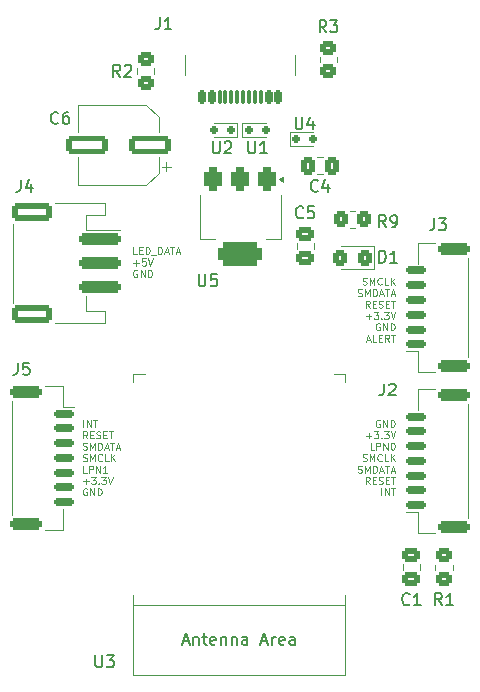
<source format=gto>
G04 #@! TF.GenerationSoftware,KiCad,Pcbnew,8.0.8*
G04 #@! TF.CreationDate,2025-01-22T20:31:02-06:00*
G04 #@! TF.ProjectId,mainboard,6d61696e-626f-4617-9264-2e6b69636164,rev?*
G04 #@! TF.SameCoordinates,Original*
G04 #@! TF.FileFunction,Legend,Top*
G04 #@! TF.FilePolarity,Positive*
%FSLAX46Y46*%
G04 Gerber Fmt 4.6, Leading zero omitted, Abs format (unit mm)*
G04 Created by KiCad (PCBNEW 8.0.8) date 2025-01-22 20:31:02*
%MOMM*%
%LPD*%
G01*
G04 APERTURE LIST*
G04 Aperture macros list*
%AMRoundRect*
0 Rectangle with rounded corners*
0 $1 Rounding radius*
0 $2 $3 $4 $5 $6 $7 $8 $9 X,Y pos of 4 corners*
0 Add a 4 corners polygon primitive as box body*
4,1,4,$2,$3,$4,$5,$6,$7,$8,$9,$2,$3,0*
0 Add four circle primitives for the rounded corners*
1,1,$1+$1,$2,$3*
1,1,$1+$1,$4,$5*
1,1,$1+$1,$6,$7*
1,1,$1+$1,$8,$9*
0 Add four rect primitives between the rounded corners*
20,1,$1+$1,$2,$3,$4,$5,0*
20,1,$1+$1,$4,$5,$6,$7,0*
20,1,$1+$1,$6,$7,$8,$9,0*
20,1,$1+$1,$8,$9,$2,$3,0*%
G04 Aperture macros list end*
%ADD10C,0.100000*%
%ADD11C,0.150000*%
%ADD12C,0.120000*%
%ADD13C,0.000000*%
%ADD14R,1.500000X0.900000*%
%ADD15R,0.900000X1.500000*%
%ADD16R,0.900000X0.900000*%
%ADD17RoundRect,0.375000X-0.375000X0.625000X-0.375000X-0.625000X0.375000X-0.625000X0.375000X0.625000X0*%
%ADD18RoundRect,0.500000X-1.400000X0.500000X-1.400000X-0.500000X1.400000X-0.500000X1.400000X0.500000X0*%
%ADD19RoundRect,0.250000X0.475000X-0.337500X0.475000X0.337500X-0.475000X0.337500X-0.475000X-0.337500X0*%
%ADD20RoundRect,0.150000X0.150000X0.200000X-0.150000X0.200000X-0.150000X-0.200000X0.150000X-0.200000X0*%
%ADD21RoundRect,0.250000X-0.475000X0.337500X-0.475000X-0.337500X0.475000X-0.337500X0.475000X0.337500X0*%
%ADD22RoundRect,0.250000X-0.337500X-0.475000X0.337500X-0.475000X0.337500X0.475000X-0.337500X0.475000X0*%
%ADD23C,2.200000*%
%ADD24O,1.000000X1.800000*%
%ADD25O,1.000000X2.100000*%
%ADD26RoundRect,0.150000X0.150000X0.425000X-0.150000X0.425000X-0.150000X-0.425000X0.150000X-0.425000X0*%
%ADD27RoundRect,0.075000X0.075000X0.500000X-0.075000X0.500000X-0.075000X-0.500000X0.075000X-0.500000X0*%
%ADD28C,0.650000*%
%ADD29RoundRect,0.250000X0.450000X-0.350000X0.450000X0.350000X-0.450000X0.350000X-0.450000X-0.350000X0*%
%ADD30RoundRect,0.150000X0.700000X-0.150000X0.700000X0.150000X-0.700000X0.150000X-0.700000X-0.150000X0*%
%ADD31RoundRect,0.250000X1.100000X-0.250000X1.100000X0.250000X-1.100000X0.250000X-1.100000X-0.250000X0*%
%ADD32RoundRect,0.150000X-0.700000X0.150000X-0.700000X-0.150000X0.700000X-0.150000X0.700000X0.150000X0*%
%ADD33RoundRect,0.250000X-1.100000X0.250000X-1.100000X-0.250000X1.100000X-0.250000X1.100000X0.250000X0*%
%ADD34RoundRect,0.250000X-1.500000X0.250000X-1.500000X-0.250000X1.500000X-0.250000X1.500000X0.250000X0*%
%ADD35RoundRect,0.250001X-1.449999X0.499999X-1.449999X-0.499999X1.449999X-0.499999X1.449999X0.499999X0*%
%ADD36RoundRect,0.250000X0.350000X0.450000X-0.350000X0.450000X-0.350000X-0.450000X0.350000X-0.450000X0*%
%ADD37RoundRect,0.150000X-0.150000X-0.200000X0.150000X-0.200000X0.150000X0.200000X-0.150000X0.200000X0*%
%ADD38RoundRect,0.250000X0.325000X0.450000X-0.325000X0.450000X-0.325000X-0.450000X0.325000X-0.450000X0*%
%ADD39RoundRect,0.250000X-0.450000X0.350000X-0.450000X-0.350000X0.450000X-0.350000X0.450000X0.350000X0*%
%ADD40RoundRect,0.250000X1.500000X0.550000X-1.500000X0.550000X-1.500000X-0.550000X1.500000X-0.550000X0*%
G04 APERTURE END LIST*
D10*
X134605639Y-87562970D02*
X134691354Y-87591541D01*
X134691354Y-87591541D02*
X134834211Y-87591541D01*
X134834211Y-87591541D02*
X134891354Y-87562970D01*
X134891354Y-87562970D02*
X134919925Y-87534398D01*
X134919925Y-87534398D02*
X134948496Y-87477255D01*
X134948496Y-87477255D02*
X134948496Y-87420112D01*
X134948496Y-87420112D02*
X134919925Y-87362970D01*
X134919925Y-87362970D02*
X134891354Y-87334398D01*
X134891354Y-87334398D02*
X134834211Y-87305827D01*
X134834211Y-87305827D02*
X134719925Y-87277255D01*
X134719925Y-87277255D02*
X134662782Y-87248684D01*
X134662782Y-87248684D02*
X134634211Y-87220112D01*
X134634211Y-87220112D02*
X134605639Y-87162970D01*
X134605639Y-87162970D02*
X134605639Y-87105827D01*
X134605639Y-87105827D02*
X134634211Y-87048684D01*
X134634211Y-87048684D02*
X134662782Y-87020112D01*
X134662782Y-87020112D02*
X134719925Y-86991541D01*
X134719925Y-86991541D02*
X134862782Y-86991541D01*
X134862782Y-86991541D02*
X134948496Y-87020112D01*
X135205640Y-87591541D02*
X135205640Y-86991541D01*
X135205640Y-86991541D02*
X135405640Y-87420112D01*
X135405640Y-87420112D02*
X135605640Y-86991541D01*
X135605640Y-86991541D02*
X135605640Y-87591541D01*
X136234211Y-87534398D02*
X136205639Y-87562970D01*
X136205639Y-87562970D02*
X136119925Y-87591541D01*
X136119925Y-87591541D02*
X136062782Y-87591541D01*
X136062782Y-87591541D02*
X135977068Y-87562970D01*
X135977068Y-87562970D02*
X135919925Y-87505827D01*
X135919925Y-87505827D02*
X135891354Y-87448684D01*
X135891354Y-87448684D02*
X135862782Y-87334398D01*
X135862782Y-87334398D02*
X135862782Y-87248684D01*
X135862782Y-87248684D02*
X135891354Y-87134398D01*
X135891354Y-87134398D02*
X135919925Y-87077255D01*
X135919925Y-87077255D02*
X135977068Y-87020112D01*
X135977068Y-87020112D02*
X136062782Y-86991541D01*
X136062782Y-86991541D02*
X136119925Y-86991541D01*
X136119925Y-86991541D02*
X136205639Y-87020112D01*
X136205639Y-87020112D02*
X136234211Y-87048684D01*
X136777068Y-87591541D02*
X136491354Y-87591541D01*
X136491354Y-87591541D02*
X136491354Y-86991541D01*
X136977068Y-87591541D02*
X136977068Y-86991541D01*
X137319925Y-87591541D02*
X137062782Y-87248684D01*
X137319925Y-86991541D02*
X136977068Y-87334398D01*
X134205638Y-88528936D02*
X134291353Y-88557507D01*
X134291353Y-88557507D02*
X134434210Y-88557507D01*
X134434210Y-88557507D02*
X134491353Y-88528936D01*
X134491353Y-88528936D02*
X134519924Y-88500364D01*
X134519924Y-88500364D02*
X134548495Y-88443221D01*
X134548495Y-88443221D02*
X134548495Y-88386078D01*
X134548495Y-88386078D02*
X134519924Y-88328936D01*
X134519924Y-88328936D02*
X134491353Y-88300364D01*
X134491353Y-88300364D02*
X134434210Y-88271793D01*
X134434210Y-88271793D02*
X134319924Y-88243221D01*
X134319924Y-88243221D02*
X134262781Y-88214650D01*
X134262781Y-88214650D02*
X134234210Y-88186078D01*
X134234210Y-88186078D02*
X134205638Y-88128936D01*
X134205638Y-88128936D02*
X134205638Y-88071793D01*
X134205638Y-88071793D02*
X134234210Y-88014650D01*
X134234210Y-88014650D02*
X134262781Y-87986078D01*
X134262781Y-87986078D02*
X134319924Y-87957507D01*
X134319924Y-87957507D02*
X134462781Y-87957507D01*
X134462781Y-87957507D02*
X134548495Y-87986078D01*
X134805639Y-88557507D02*
X134805639Y-87957507D01*
X134805639Y-87957507D02*
X135005639Y-88386078D01*
X135005639Y-88386078D02*
X135205639Y-87957507D01*
X135205639Y-87957507D02*
X135205639Y-88557507D01*
X135491353Y-88557507D02*
X135491353Y-87957507D01*
X135491353Y-87957507D02*
X135634210Y-87957507D01*
X135634210Y-87957507D02*
X135719924Y-87986078D01*
X135719924Y-87986078D02*
X135777067Y-88043221D01*
X135777067Y-88043221D02*
X135805638Y-88100364D01*
X135805638Y-88100364D02*
X135834210Y-88214650D01*
X135834210Y-88214650D02*
X135834210Y-88300364D01*
X135834210Y-88300364D02*
X135805638Y-88414650D01*
X135805638Y-88414650D02*
X135777067Y-88471793D01*
X135777067Y-88471793D02*
X135719924Y-88528936D01*
X135719924Y-88528936D02*
X135634210Y-88557507D01*
X135634210Y-88557507D02*
X135491353Y-88557507D01*
X136062781Y-88386078D02*
X136348496Y-88386078D01*
X136005638Y-88557507D02*
X136205638Y-87957507D01*
X136205638Y-87957507D02*
X136405638Y-88557507D01*
X136519924Y-87957507D02*
X136862782Y-87957507D01*
X136691353Y-88557507D02*
X136691353Y-87957507D01*
X137034210Y-88386078D02*
X137319925Y-88386078D01*
X136977067Y-88557507D02*
X137177067Y-87957507D01*
X137177067Y-87957507D02*
X137377067Y-88557507D01*
X135205639Y-89523473D02*
X135005639Y-89237759D01*
X134862782Y-89523473D02*
X134862782Y-88923473D01*
X134862782Y-88923473D02*
X135091353Y-88923473D01*
X135091353Y-88923473D02*
X135148496Y-88952044D01*
X135148496Y-88952044D02*
X135177067Y-88980616D01*
X135177067Y-88980616D02*
X135205639Y-89037759D01*
X135205639Y-89037759D02*
X135205639Y-89123473D01*
X135205639Y-89123473D02*
X135177067Y-89180616D01*
X135177067Y-89180616D02*
X135148496Y-89209187D01*
X135148496Y-89209187D02*
X135091353Y-89237759D01*
X135091353Y-89237759D02*
X134862782Y-89237759D01*
X135462782Y-89209187D02*
X135662782Y-89209187D01*
X135748496Y-89523473D02*
X135462782Y-89523473D01*
X135462782Y-89523473D02*
X135462782Y-88923473D01*
X135462782Y-88923473D02*
X135748496Y-88923473D01*
X135977067Y-89494902D02*
X136062782Y-89523473D01*
X136062782Y-89523473D02*
X136205639Y-89523473D01*
X136205639Y-89523473D02*
X136262782Y-89494902D01*
X136262782Y-89494902D02*
X136291353Y-89466330D01*
X136291353Y-89466330D02*
X136319924Y-89409187D01*
X136319924Y-89409187D02*
X136319924Y-89352044D01*
X136319924Y-89352044D02*
X136291353Y-89294902D01*
X136291353Y-89294902D02*
X136262782Y-89266330D01*
X136262782Y-89266330D02*
X136205639Y-89237759D01*
X136205639Y-89237759D02*
X136091353Y-89209187D01*
X136091353Y-89209187D02*
X136034210Y-89180616D01*
X136034210Y-89180616D02*
X136005639Y-89152044D01*
X136005639Y-89152044D02*
X135977067Y-89094902D01*
X135977067Y-89094902D02*
X135977067Y-89037759D01*
X135977067Y-89037759D02*
X136005639Y-88980616D01*
X136005639Y-88980616D02*
X136034210Y-88952044D01*
X136034210Y-88952044D02*
X136091353Y-88923473D01*
X136091353Y-88923473D02*
X136234210Y-88923473D01*
X136234210Y-88923473D02*
X136319924Y-88952044D01*
X136577068Y-89209187D02*
X136777068Y-89209187D01*
X136862782Y-89523473D02*
X136577068Y-89523473D01*
X136577068Y-89523473D02*
X136577068Y-88923473D01*
X136577068Y-88923473D02*
X136862782Y-88923473D01*
X137034210Y-88923473D02*
X137377068Y-88923473D01*
X137205639Y-89523473D02*
X137205639Y-88923473D01*
X134891353Y-90260868D02*
X135348496Y-90260868D01*
X135119924Y-90489439D02*
X135119924Y-90032296D01*
X135577067Y-89889439D02*
X135948495Y-89889439D01*
X135948495Y-89889439D02*
X135748495Y-90118010D01*
X135748495Y-90118010D02*
X135834210Y-90118010D01*
X135834210Y-90118010D02*
X135891353Y-90146582D01*
X135891353Y-90146582D02*
X135919924Y-90175153D01*
X135919924Y-90175153D02*
X135948495Y-90232296D01*
X135948495Y-90232296D02*
X135948495Y-90375153D01*
X135948495Y-90375153D02*
X135919924Y-90432296D01*
X135919924Y-90432296D02*
X135891353Y-90460868D01*
X135891353Y-90460868D02*
X135834210Y-90489439D01*
X135834210Y-90489439D02*
X135662781Y-90489439D01*
X135662781Y-90489439D02*
X135605638Y-90460868D01*
X135605638Y-90460868D02*
X135577067Y-90432296D01*
X136205639Y-90432296D02*
X136234210Y-90460868D01*
X136234210Y-90460868D02*
X136205639Y-90489439D01*
X136205639Y-90489439D02*
X136177067Y-90460868D01*
X136177067Y-90460868D02*
X136205639Y-90432296D01*
X136205639Y-90432296D02*
X136205639Y-90489439D01*
X136434210Y-89889439D02*
X136805638Y-89889439D01*
X136805638Y-89889439D02*
X136605638Y-90118010D01*
X136605638Y-90118010D02*
X136691353Y-90118010D01*
X136691353Y-90118010D02*
X136748496Y-90146582D01*
X136748496Y-90146582D02*
X136777067Y-90175153D01*
X136777067Y-90175153D02*
X136805638Y-90232296D01*
X136805638Y-90232296D02*
X136805638Y-90375153D01*
X136805638Y-90375153D02*
X136777067Y-90432296D01*
X136777067Y-90432296D02*
X136748496Y-90460868D01*
X136748496Y-90460868D02*
X136691353Y-90489439D01*
X136691353Y-90489439D02*
X136519924Y-90489439D01*
X136519924Y-90489439D02*
X136462781Y-90460868D01*
X136462781Y-90460868D02*
X136434210Y-90432296D01*
X136977067Y-89889439D02*
X137177067Y-90489439D01*
X137177067Y-90489439D02*
X137377067Y-89889439D01*
X136062782Y-90883976D02*
X136005640Y-90855405D01*
X136005640Y-90855405D02*
X135919925Y-90855405D01*
X135919925Y-90855405D02*
X135834211Y-90883976D01*
X135834211Y-90883976D02*
X135777068Y-90941119D01*
X135777068Y-90941119D02*
X135748497Y-90998262D01*
X135748497Y-90998262D02*
X135719925Y-91112548D01*
X135719925Y-91112548D02*
X135719925Y-91198262D01*
X135719925Y-91198262D02*
X135748497Y-91312548D01*
X135748497Y-91312548D02*
X135777068Y-91369691D01*
X135777068Y-91369691D02*
X135834211Y-91426834D01*
X135834211Y-91426834D02*
X135919925Y-91455405D01*
X135919925Y-91455405D02*
X135977068Y-91455405D01*
X135977068Y-91455405D02*
X136062782Y-91426834D01*
X136062782Y-91426834D02*
X136091354Y-91398262D01*
X136091354Y-91398262D02*
X136091354Y-91198262D01*
X136091354Y-91198262D02*
X135977068Y-91198262D01*
X136348497Y-91455405D02*
X136348497Y-90855405D01*
X136348497Y-90855405D02*
X136691354Y-91455405D01*
X136691354Y-91455405D02*
X136691354Y-90855405D01*
X136977068Y-91455405D02*
X136977068Y-90855405D01*
X136977068Y-90855405D02*
X137119925Y-90855405D01*
X137119925Y-90855405D02*
X137205639Y-90883976D01*
X137205639Y-90883976D02*
X137262782Y-90941119D01*
X137262782Y-90941119D02*
X137291353Y-90998262D01*
X137291353Y-90998262D02*
X137319925Y-91112548D01*
X137319925Y-91112548D02*
X137319925Y-91198262D01*
X137319925Y-91198262D02*
X137291353Y-91312548D01*
X137291353Y-91312548D02*
X137262782Y-91369691D01*
X137262782Y-91369691D02*
X137205639Y-91426834D01*
X137205639Y-91426834D02*
X137119925Y-91455405D01*
X137119925Y-91455405D02*
X136977068Y-91455405D01*
X134948496Y-92249942D02*
X135234211Y-92249942D01*
X134891353Y-92421371D02*
X135091353Y-91821371D01*
X135091353Y-91821371D02*
X135291353Y-92421371D01*
X135777068Y-92421371D02*
X135491354Y-92421371D01*
X135491354Y-92421371D02*
X135491354Y-91821371D01*
X135977068Y-92107085D02*
X136177068Y-92107085D01*
X136262782Y-92421371D02*
X135977068Y-92421371D01*
X135977068Y-92421371D02*
X135977068Y-91821371D01*
X135977068Y-91821371D02*
X136262782Y-91821371D01*
X136862782Y-92421371D02*
X136662782Y-92135657D01*
X136519925Y-92421371D02*
X136519925Y-91821371D01*
X136519925Y-91821371D02*
X136748496Y-91821371D01*
X136748496Y-91821371D02*
X136805639Y-91849942D01*
X136805639Y-91849942D02*
X136834210Y-91878514D01*
X136834210Y-91878514D02*
X136862782Y-91935657D01*
X136862782Y-91935657D02*
X136862782Y-92021371D01*
X136862782Y-92021371D02*
X136834210Y-92078514D01*
X136834210Y-92078514D02*
X136805639Y-92107085D01*
X136805639Y-92107085D02*
X136748496Y-92135657D01*
X136748496Y-92135657D02*
X136519925Y-92135657D01*
X137034210Y-91821371D02*
X137377068Y-91821371D01*
X137205639Y-92421371D02*
X137205639Y-91821371D01*
X110958646Y-99625575D02*
X110958646Y-99025575D01*
X111244360Y-99625575D02*
X111244360Y-99025575D01*
X111244360Y-99025575D02*
X111587217Y-99625575D01*
X111587217Y-99625575D02*
X111587217Y-99025575D01*
X111787216Y-99025575D02*
X112130074Y-99025575D01*
X111958645Y-99625575D02*
X111958645Y-99025575D01*
X111301503Y-100591541D02*
X111101503Y-100305827D01*
X110958646Y-100591541D02*
X110958646Y-99991541D01*
X110958646Y-99991541D02*
X111187217Y-99991541D01*
X111187217Y-99991541D02*
X111244360Y-100020112D01*
X111244360Y-100020112D02*
X111272931Y-100048684D01*
X111272931Y-100048684D02*
X111301503Y-100105827D01*
X111301503Y-100105827D02*
X111301503Y-100191541D01*
X111301503Y-100191541D02*
X111272931Y-100248684D01*
X111272931Y-100248684D02*
X111244360Y-100277255D01*
X111244360Y-100277255D02*
X111187217Y-100305827D01*
X111187217Y-100305827D02*
X110958646Y-100305827D01*
X111558646Y-100277255D02*
X111758646Y-100277255D01*
X111844360Y-100591541D02*
X111558646Y-100591541D01*
X111558646Y-100591541D02*
X111558646Y-99991541D01*
X111558646Y-99991541D02*
X111844360Y-99991541D01*
X112072931Y-100562970D02*
X112158646Y-100591541D01*
X112158646Y-100591541D02*
X112301503Y-100591541D01*
X112301503Y-100591541D02*
X112358646Y-100562970D01*
X112358646Y-100562970D02*
X112387217Y-100534398D01*
X112387217Y-100534398D02*
X112415788Y-100477255D01*
X112415788Y-100477255D02*
X112415788Y-100420112D01*
X112415788Y-100420112D02*
X112387217Y-100362970D01*
X112387217Y-100362970D02*
X112358646Y-100334398D01*
X112358646Y-100334398D02*
X112301503Y-100305827D01*
X112301503Y-100305827D02*
X112187217Y-100277255D01*
X112187217Y-100277255D02*
X112130074Y-100248684D01*
X112130074Y-100248684D02*
X112101503Y-100220112D01*
X112101503Y-100220112D02*
X112072931Y-100162970D01*
X112072931Y-100162970D02*
X112072931Y-100105827D01*
X112072931Y-100105827D02*
X112101503Y-100048684D01*
X112101503Y-100048684D02*
X112130074Y-100020112D01*
X112130074Y-100020112D02*
X112187217Y-99991541D01*
X112187217Y-99991541D02*
X112330074Y-99991541D01*
X112330074Y-99991541D02*
X112415788Y-100020112D01*
X112672932Y-100277255D02*
X112872932Y-100277255D01*
X112958646Y-100591541D02*
X112672932Y-100591541D01*
X112672932Y-100591541D02*
X112672932Y-99991541D01*
X112672932Y-99991541D02*
X112958646Y-99991541D01*
X113130074Y-99991541D02*
X113472932Y-99991541D01*
X113301503Y-100591541D02*
X113301503Y-99991541D01*
X110930074Y-101528936D02*
X111015789Y-101557507D01*
X111015789Y-101557507D02*
X111158646Y-101557507D01*
X111158646Y-101557507D02*
X111215789Y-101528936D01*
X111215789Y-101528936D02*
X111244360Y-101500364D01*
X111244360Y-101500364D02*
X111272931Y-101443221D01*
X111272931Y-101443221D02*
X111272931Y-101386078D01*
X111272931Y-101386078D02*
X111244360Y-101328936D01*
X111244360Y-101328936D02*
X111215789Y-101300364D01*
X111215789Y-101300364D02*
X111158646Y-101271793D01*
X111158646Y-101271793D02*
X111044360Y-101243221D01*
X111044360Y-101243221D02*
X110987217Y-101214650D01*
X110987217Y-101214650D02*
X110958646Y-101186078D01*
X110958646Y-101186078D02*
X110930074Y-101128936D01*
X110930074Y-101128936D02*
X110930074Y-101071793D01*
X110930074Y-101071793D02*
X110958646Y-101014650D01*
X110958646Y-101014650D02*
X110987217Y-100986078D01*
X110987217Y-100986078D02*
X111044360Y-100957507D01*
X111044360Y-100957507D02*
X111187217Y-100957507D01*
X111187217Y-100957507D02*
X111272931Y-100986078D01*
X111530075Y-101557507D02*
X111530075Y-100957507D01*
X111530075Y-100957507D02*
X111730075Y-101386078D01*
X111730075Y-101386078D02*
X111930075Y-100957507D01*
X111930075Y-100957507D02*
X111930075Y-101557507D01*
X112215789Y-101557507D02*
X112215789Y-100957507D01*
X112215789Y-100957507D02*
X112358646Y-100957507D01*
X112358646Y-100957507D02*
X112444360Y-100986078D01*
X112444360Y-100986078D02*
X112501503Y-101043221D01*
X112501503Y-101043221D02*
X112530074Y-101100364D01*
X112530074Y-101100364D02*
X112558646Y-101214650D01*
X112558646Y-101214650D02*
X112558646Y-101300364D01*
X112558646Y-101300364D02*
X112530074Y-101414650D01*
X112530074Y-101414650D02*
X112501503Y-101471793D01*
X112501503Y-101471793D02*
X112444360Y-101528936D01*
X112444360Y-101528936D02*
X112358646Y-101557507D01*
X112358646Y-101557507D02*
X112215789Y-101557507D01*
X112787217Y-101386078D02*
X113072932Y-101386078D01*
X112730074Y-101557507D02*
X112930074Y-100957507D01*
X112930074Y-100957507D02*
X113130074Y-101557507D01*
X113244360Y-100957507D02*
X113587218Y-100957507D01*
X113415789Y-101557507D02*
X113415789Y-100957507D01*
X113758646Y-101386078D02*
X114044361Y-101386078D01*
X113701503Y-101557507D02*
X113901503Y-100957507D01*
X113901503Y-100957507D02*
X114101503Y-101557507D01*
X110930074Y-102494902D02*
X111015789Y-102523473D01*
X111015789Y-102523473D02*
X111158646Y-102523473D01*
X111158646Y-102523473D02*
X111215789Y-102494902D01*
X111215789Y-102494902D02*
X111244360Y-102466330D01*
X111244360Y-102466330D02*
X111272931Y-102409187D01*
X111272931Y-102409187D02*
X111272931Y-102352044D01*
X111272931Y-102352044D02*
X111244360Y-102294902D01*
X111244360Y-102294902D02*
X111215789Y-102266330D01*
X111215789Y-102266330D02*
X111158646Y-102237759D01*
X111158646Y-102237759D02*
X111044360Y-102209187D01*
X111044360Y-102209187D02*
X110987217Y-102180616D01*
X110987217Y-102180616D02*
X110958646Y-102152044D01*
X110958646Y-102152044D02*
X110930074Y-102094902D01*
X110930074Y-102094902D02*
X110930074Y-102037759D01*
X110930074Y-102037759D02*
X110958646Y-101980616D01*
X110958646Y-101980616D02*
X110987217Y-101952044D01*
X110987217Y-101952044D02*
X111044360Y-101923473D01*
X111044360Y-101923473D02*
X111187217Y-101923473D01*
X111187217Y-101923473D02*
X111272931Y-101952044D01*
X111530075Y-102523473D02*
X111530075Y-101923473D01*
X111530075Y-101923473D02*
X111730075Y-102352044D01*
X111730075Y-102352044D02*
X111930075Y-101923473D01*
X111930075Y-101923473D02*
X111930075Y-102523473D01*
X112558646Y-102466330D02*
X112530074Y-102494902D01*
X112530074Y-102494902D02*
X112444360Y-102523473D01*
X112444360Y-102523473D02*
X112387217Y-102523473D01*
X112387217Y-102523473D02*
X112301503Y-102494902D01*
X112301503Y-102494902D02*
X112244360Y-102437759D01*
X112244360Y-102437759D02*
X112215789Y-102380616D01*
X112215789Y-102380616D02*
X112187217Y-102266330D01*
X112187217Y-102266330D02*
X112187217Y-102180616D01*
X112187217Y-102180616D02*
X112215789Y-102066330D01*
X112215789Y-102066330D02*
X112244360Y-102009187D01*
X112244360Y-102009187D02*
X112301503Y-101952044D01*
X112301503Y-101952044D02*
X112387217Y-101923473D01*
X112387217Y-101923473D02*
X112444360Y-101923473D01*
X112444360Y-101923473D02*
X112530074Y-101952044D01*
X112530074Y-101952044D02*
X112558646Y-101980616D01*
X113101503Y-102523473D02*
X112815789Y-102523473D01*
X112815789Y-102523473D02*
X112815789Y-101923473D01*
X113301503Y-102523473D02*
X113301503Y-101923473D01*
X113644360Y-102523473D02*
X113387217Y-102180616D01*
X113644360Y-101923473D02*
X113301503Y-102266330D01*
X111244360Y-103489439D02*
X110958646Y-103489439D01*
X110958646Y-103489439D02*
X110958646Y-102889439D01*
X111444360Y-103489439D02*
X111444360Y-102889439D01*
X111444360Y-102889439D02*
X111672931Y-102889439D01*
X111672931Y-102889439D02*
X111730074Y-102918010D01*
X111730074Y-102918010D02*
X111758645Y-102946582D01*
X111758645Y-102946582D02*
X111787217Y-103003725D01*
X111787217Y-103003725D02*
X111787217Y-103089439D01*
X111787217Y-103089439D02*
X111758645Y-103146582D01*
X111758645Y-103146582D02*
X111730074Y-103175153D01*
X111730074Y-103175153D02*
X111672931Y-103203725D01*
X111672931Y-103203725D02*
X111444360Y-103203725D01*
X112044360Y-103489439D02*
X112044360Y-102889439D01*
X112044360Y-102889439D02*
X112387217Y-103489439D01*
X112387217Y-103489439D02*
X112387217Y-102889439D01*
X112987216Y-103489439D02*
X112644359Y-103489439D01*
X112815788Y-103489439D02*
X112815788Y-102889439D01*
X112815788Y-102889439D02*
X112758645Y-102975153D01*
X112758645Y-102975153D02*
X112701502Y-103032296D01*
X112701502Y-103032296D02*
X112644359Y-103060868D01*
X110958646Y-104226834D02*
X111415789Y-104226834D01*
X111187217Y-104455405D02*
X111187217Y-103998262D01*
X111644360Y-103855405D02*
X112015788Y-103855405D01*
X112015788Y-103855405D02*
X111815788Y-104083976D01*
X111815788Y-104083976D02*
X111901503Y-104083976D01*
X111901503Y-104083976D02*
X111958646Y-104112548D01*
X111958646Y-104112548D02*
X111987217Y-104141119D01*
X111987217Y-104141119D02*
X112015788Y-104198262D01*
X112015788Y-104198262D02*
X112015788Y-104341119D01*
X112015788Y-104341119D02*
X111987217Y-104398262D01*
X111987217Y-104398262D02*
X111958646Y-104426834D01*
X111958646Y-104426834D02*
X111901503Y-104455405D01*
X111901503Y-104455405D02*
X111730074Y-104455405D01*
X111730074Y-104455405D02*
X111672931Y-104426834D01*
X111672931Y-104426834D02*
X111644360Y-104398262D01*
X112272932Y-104398262D02*
X112301503Y-104426834D01*
X112301503Y-104426834D02*
X112272932Y-104455405D01*
X112272932Y-104455405D02*
X112244360Y-104426834D01*
X112244360Y-104426834D02*
X112272932Y-104398262D01*
X112272932Y-104398262D02*
X112272932Y-104455405D01*
X112501503Y-103855405D02*
X112872931Y-103855405D01*
X112872931Y-103855405D02*
X112672931Y-104083976D01*
X112672931Y-104083976D02*
X112758646Y-104083976D01*
X112758646Y-104083976D02*
X112815789Y-104112548D01*
X112815789Y-104112548D02*
X112844360Y-104141119D01*
X112844360Y-104141119D02*
X112872931Y-104198262D01*
X112872931Y-104198262D02*
X112872931Y-104341119D01*
X112872931Y-104341119D02*
X112844360Y-104398262D01*
X112844360Y-104398262D02*
X112815789Y-104426834D01*
X112815789Y-104426834D02*
X112758646Y-104455405D01*
X112758646Y-104455405D02*
X112587217Y-104455405D01*
X112587217Y-104455405D02*
X112530074Y-104426834D01*
X112530074Y-104426834D02*
X112501503Y-104398262D01*
X113044360Y-103855405D02*
X113244360Y-104455405D01*
X113244360Y-104455405D02*
X113444360Y-103855405D01*
X111272931Y-104849942D02*
X111215789Y-104821371D01*
X111215789Y-104821371D02*
X111130074Y-104821371D01*
X111130074Y-104821371D02*
X111044360Y-104849942D01*
X111044360Y-104849942D02*
X110987217Y-104907085D01*
X110987217Y-104907085D02*
X110958646Y-104964228D01*
X110958646Y-104964228D02*
X110930074Y-105078514D01*
X110930074Y-105078514D02*
X110930074Y-105164228D01*
X110930074Y-105164228D02*
X110958646Y-105278514D01*
X110958646Y-105278514D02*
X110987217Y-105335657D01*
X110987217Y-105335657D02*
X111044360Y-105392800D01*
X111044360Y-105392800D02*
X111130074Y-105421371D01*
X111130074Y-105421371D02*
X111187217Y-105421371D01*
X111187217Y-105421371D02*
X111272931Y-105392800D01*
X111272931Y-105392800D02*
X111301503Y-105364228D01*
X111301503Y-105364228D02*
X111301503Y-105164228D01*
X111301503Y-105164228D02*
X111187217Y-105164228D01*
X111558646Y-105421371D02*
X111558646Y-104821371D01*
X111558646Y-104821371D02*
X111901503Y-105421371D01*
X111901503Y-105421371D02*
X111901503Y-104821371D01*
X112187217Y-105421371D02*
X112187217Y-104821371D01*
X112187217Y-104821371D02*
X112330074Y-104821371D01*
X112330074Y-104821371D02*
X112415788Y-104849942D01*
X112415788Y-104849942D02*
X112472931Y-104907085D01*
X112472931Y-104907085D02*
X112501502Y-104964228D01*
X112501502Y-104964228D02*
X112530074Y-105078514D01*
X112530074Y-105078514D02*
X112530074Y-105164228D01*
X112530074Y-105164228D02*
X112501502Y-105278514D01*
X112501502Y-105278514D02*
X112472931Y-105335657D01*
X112472931Y-105335657D02*
X112415788Y-105392800D01*
X112415788Y-105392800D02*
X112330074Y-105421371D01*
X112330074Y-105421371D02*
X112187217Y-105421371D01*
X136062782Y-99054146D02*
X136005640Y-99025575D01*
X136005640Y-99025575D02*
X135919925Y-99025575D01*
X135919925Y-99025575D02*
X135834211Y-99054146D01*
X135834211Y-99054146D02*
X135777068Y-99111289D01*
X135777068Y-99111289D02*
X135748497Y-99168432D01*
X135748497Y-99168432D02*
X135719925Y-99282718D01*
X135719925Y-99282718D02*
X135719925Y-99368432D01*
X135719925Y-99368432D02*
X135748497Y-99482718D01*
X135748497Y-99482718D02*
X135777068Y-99539861D01*
X135777068Y-99539861D02*
X135834211Y-99597004D01*
X135834211Y-99597004D02*
X135919925Y-99625575D01*
X135919925Y-99625575D02*
X135977068Y-99625575D01*
X135977068Y-99625575D02*
X136062782Y-99597004D01*
X136062782Y-99597004D02*
X136091354Y-99568432D01*
X136091354Y-99568432D02*
X136091354Y-99368432D01*
X136091354Y-99368432D02*
X135977068Y-99368432D01*
X136348497Y-99625575D02*
X136348497Y-99025575D01*
X136348497Y-99025575D02*
X136691354Y-99625575D01*
X136691354Y-99625575D02*
X136691354Y-99025575D01*
X136977068Y-99625575D02*
X136977068Y-99025575D01*
X136977068Y-99025575D02*
X137119925Y-99025575D01*
X137119925Y-99025575D02*
X137205639Y-99054146D01*
X137205639Y-99054146D02*
X137262782Y-99111289D01*
X137262782Y-99111289D02*
X137291353Y-99168432D01*
X137291353Y-99168432D02*
X137319925Y-99282718D01*
X137319925Y-99282718D02*
X137319925Y-99368432D01*
X137319925Y-99368432D02*
X137291353Y-99482718D01*
X137291353Y-99482718D02*
X137262782Y-99539861D01*
X137262782Y-99539861D02*
X137205639Y-99597004D01*
X137205639Y-99597004D02*
X137119925Y-99625575D01*
X137119925Y-99625575D02*
X136977068Y-99625575D01*
X134891353Y-100362970D02*
X135348496Y-100362970D01*
X135119924Y-100591541D02*
X135119924Y-100134398D01*
X135577067Y-99991541D02*
X135948495Y-99991541D01*
X135948495Y-99991541D02*
X135748495Y-100220112D01*
X135748495Y-100220112D02*
X135834210Y-100220112D01*
X135834210Y-100220112D02*
X135891353Y-100248684D01*
X135891353Y-100248684D02*
X135919924Y-100277255D01*
X135919924Y-100277255D02*
X135948495Y-100334398D01*
X135948495Y-100334398D02*
X135948495Y-100477255D01*
X135948495Y-100477255D02*
X135919924Y-100534398D01*
X135919924Y-100534398D02*
X135891353Y-100562970D01*
X135891353Y-100562970D02*
X135834210Y-100591541D01*
X135834210Y-100591541D02*
X135662781Y-100591541D01*
X135662781Y-100591541D02*
X135605638Y-100562970D01*
X135605638Y-100562970D02*
X135577067Y-100534398D01*
X136205639Y-100534398D02*
X136234210Y-100562970D01*
X136234210Y-100562970D02*
X136205639Y-100591541D01*
X136205639Y-100591541D02*
X136177067Y-100562970D01*
X136177067Y-100562970D02*
X136205639Y-100534398D01*
X136205639Y-100534398D02*
X136205639Y-100591541D01*
X136434210Y-99991541D02*
X136805638Y-99991541D01*
X136805638Y-99991541D02*
X136605638Y-100220112D01*
X136605638Y-100220112D02*
X136691353Y-100220112D01*
X136691353Y-100220112D02*
X136748496Y-100248684D01*
X136748496Y-100248684D02*
X136777067Y-100277255D01*
X136777067Y-100277255D02*
X136805638Y-100334398D01*
X136805638Y-100334398D02*
X136805638Y-100477255D01*
X136805638Y-100477255D02*
X136777067Y-100534398D01*
X136777067Y-100534398D02*
X136748496Y-100562970D01*
X136748496Y-100562970D02*
X136691353Y-100591541D01*
X136691353Y-100591541D02*
X136519924Y-100591541D01*
X136519924Y-100591541D02*
X136462781Y-100562970D01*
X136462781Y-100562970D02*
X136434210Y-100534398D01*
X136977067Y-99991541D02*
X137177067Y-100591541D01*
X137177067Y-100591541D02*
X137377067Y-99991541D01*
X135577068Y-101557507D02*
X135291354Y-101557507D01*
X135291354Y-101557507D02*
X135291354Y-100957507D01*
X135777068Y-101557507D02*
X135777068Y-100957507D01*
X135777068Y-100957507D02*
X136005639Y-100957507D01*
X136005639Y-100957507D02*
X136062782Y-100986078D01*
X136062782Y-100986078D02*
X136091353Y-101014650D01*
X136091353Y-101014650D02*
X136119925Y-101071793D01*
X136119925Y-101071793D02*
X136119925Y-101157507D01*
X136119925Y-101157507D02*
X136091353Y-101214650D01*
X136091353Y-101214650D02*
X136062782Y-101243221D01*
X136062782Y-101243221D02*
X136005639Y-101271793D01*
X136005639Y-101271793D02*
X135777068Y-101271793D01*
X136377068Y-101557507D02*
X136377068Y-100957507D01*
X136377068Y-100957507D02*
X136719925Y-101557507D01*
X136719925Y-101557507D02*
X136719925Y-100957507D01*
X137119924Y-100957507D02*
X137177067Y-100957507D01*
X137177067Y-100957507D02*
X137234210Y-100986078D01*
X137234210Y-100986078D02*
X137262782Y-101014650D01*
X137262782Y-101014650D02*
X137291353Y-101071793D01*
X137291353Y-101071793D02*
X137319924Y-101186078D01*
X137319924Y-101186078D02*
X137319924Y-101328936D01*
X137319924Y-101328936D02*
X137291353Y-101443221D01*
X137291353Y-101443221D02*
X137262782Y-101500364D01*
X137262782Y-101500364D02*
X137234210Y-101528936D01*
X137234210Y-101528936D02*
X137177067Y-101557507D01*
X137177067Y-101557507D02*
X137119924Y-101557507D01*
X137119924Y-101557507D02*
X137062782Y-101528936D01*
X137062782Y-101528936D02*
X137034210Y-101500364D01*
X137034210Y-101500364D02*
X137005639Y-101443221D01*
X137005639Y-101443221D02*
X136977067Y-101328936D01*
X136977067Y-101328936D02*
X136977067Y-101186078D01*
X136977067Y-101186078D02*
X137005639Y-101071793D01*
X137005639Y-101071793D02*
X137034210Y-101014650D01*
X137034210Y-101014650D02*
X137062782Y-100986078D01*
X137062782Y-100986078D02*
X137119924Y-100957507D01*
X134605639Y-102494902D02*
X134691354Y-102523473D01*
X134691354Y-102523473D02*
X134834211Y-102523473D01*
X134834211Y-102523473D02*
X134891354Y-102494902D01*
X134891354Y-102494902D02*
X134919925Y-102466330D01*
X134919925Y-102466330D02*
X134948496Y-102409187D01*
X134948496Y-102409187D02*
X134948496Y-102352044D01*
X134948496Y-102352044D02*
X134919925Y-102294902D01*
X134919925Y-102294902D02*
X134891354Y-102266330D01*
X134891354Y-102266330D02*
X134834211Y-102237759D01*
X134834211Y-102237759D02*
X134719925Y-102209187D01*
X134719925Y-102209187D02*
X134662782Y-102180616D01*
X134662782Y-102180616D02*
X134634211Y-102152044D01*
X134634211Y-102152044D02*
X134605639Y-102094902D01*
X134605639Y-102094902D02*
X134605639Y-102037759D01*
X134605639Y-102037759D02*
X134634211Y-101980616D01*
X134634211Y-101980616D02*
X134662782Y-101952044D01*
X134662782Y-101952044D02*
X134719925Y-101923473D01*
X134719925Y-101923473D02*
X134862782Y-101923473D01*
X134862782Y-101923473D02*
X134948496Y-101952044D01*
X135205640Y-102523473D02*
X135205640Y-101923473D01*
X135205640Y-101923473D02*
X135405640Y-102352044D01*
X135405640Y-102352044D02*
X135605640Y-101923473D01*
X135605640Y-101923473D02*
X135605640Y-102523473D01*
X136234211Y-102466330D02*
X136205639Y-102494902D01*
X136205639Y-102494902D02*
X136119925Y-102523473D01*
X136119925Y-102523473D02*
X136062782Y-102523473D01*
X136062782Y-102523473D02*
X135977068Y-102494902D01*
X135977068Y-102494902D02*
X135919925Y-102437759D01*
X135919925Y-102437759D02*
X135891354Y-102380616D01*
X135891354Y-102380616D02*
X135862782Y-102266330D01*
X135862782Y-102266330D02*
X135862782Y-102180616D01*
X135862782Y-102180616D02*
X135891354Y-102066330D01*
X135891354Y-102066330D02*
X135919925Y-102009187D01*
X135919925Y-102009187D02*
X135977068Y-101952044D01*
X135977068Y-101952044D02*
X136062782Y-101923473D01*
X136062782Y-101923473D02*
X136119925Y-101923473D01*
X136119925Y-101923473D02*
X136205639Y-101952044D01*
X136205639Y-101952044D02*
X136234211Y-101980616D01*
X136777068Y-102523473D02*
X136491354Y-102523473D01*
X136491354Y-102523473D02*
X136491354Y-101923473D01*
X136977068Y-102523473D02*
X136977068Y-101923473D01*
X137319925Y-102523473D02*
X137062782Y-102180616D01*
X137319925Y-101923473D02*
X136977068Y-102266330D01*
X134205638Y-103460868D02*
X134291353Y-103489439D01*
X134291353Y-103489439D02*
X134434210Y-103489439D01*
X134434210Y-103489439D02*
X134491353Y-103460868D01*
X134491353Y-103460868D02*
X134519924Y-103432296D01*
X134519924Y-103432296D02*
X134548495Y-103375153D01*
X134548495Y-103375153D02*
X134548495Y-103318010D01*
X134548495Y-103318010D02*
X134519924Y-103260868D01*
X134519924Y-103260868D02*
X134491353Y-103232296D01*
X134491353Y-103232296D02*
X134434210Y-103203725D01*
X134434210Y-103203725D02*
X134319924Y-103175153D01*
X134319924Y-103175153D02*
X134262781Y-103146582D01*
X134262781Y-103146582D02*
X134234210Y-103118010D01*
X134234210Y-103118010D02*
X134205638Y-103060868D01*
X134205638Y-103060868D02*
X134205638Y-103003725D01*
X134205638Y-103003725D02*
X134234210Y-102946582D01*
X134234210Y-102946582D02*
X134262781Y-102918010D01*
X134262781Y-102918010D02*
X134319924Y-102889439D01*
X134319924Y-102889439D02*
X134462781Y-102889439D01*
X134462781Y-102889439D02*
X134548495Y-102918010D01*
X134805639Y-103489439D02*
X134805639Y-102889439D01*
X134805639Y-102889439D02*
X135005639Y-103318010D01*
X135005639Y-103318010D02*
X135205639Y-102889439D01*
X135205639Y-102889439D02*
X135205639Y-103489439D01*
X135491353Y-103489439D02*
X135491353Y-102889439D01*
X135491353Y-102889439D02*
X135634210Y-102889439D01*
X135634210Y-102889439D02*
X135719924Y-102918010D01*
X135719924Y-102918010D02*
X135777067Y-102975153D01*
X135777067Y-102975153D02*
X135805638Y-103032296D01*
X135805638Y-103032296D02*
X135834210Y-103146582D01*
X135834210Y-103146582D02*
X135834210Y-103232296D01*
X135834210Y-103232296D02*
X135805638Y-103346582D01*
X135805638Y-103346582D02*
X135777067Y-103403725D01*
X135777067Y-103403725D02*
X135719924Y-103460868D01*
X135719924Y-103460868D02*
X135634210Y-103489439D01*
X135634210Y-103489439D02*
X135491353Y-103489439D01*
X136062781Y-103318010D02*
X136348496Y-103318010D01*
X136005638Y-103489439D02*
X136205638Y-102889439D01*
X136205638Y-102889439D02*
X136405638Y-103489439D01*
X136519924Y-102889439D02*
X136862782Y-102889439D01*
X136691353Y-103489439D02*
X136691353Y-102889439D01*
X137034210Y-103318010D02*
X137319925Y-103318010D01*
X136977067Y-103489439D02*
X137177067Y-102889439D01*
X137177067Y-102889439D02*
X137377067Y-103489439D01*
X135205639Y-104455405D02*
X135005639Y-104169691D01*
X134862782Y-104455405D02*
X134862782Y-103855405D01*
X134862782Y-103855405D02*
X135091353Y-103855405D01*
X135091353Y-103855405D02*
X135148496Y-103883976D01*
X135148496Y-103883976D02*
X135177067Y-103912548D01*
X135177067Y-103912548D02*
X135205639Y-103969691D01*
X135205639Y-103969691D02*
X135205639Y-104055405D01*
X135205639Y-104055405D02*
X135177067Y-104112548D01*
X135177067Y-104112548D02*
X135148496Y-104141119D01*
X135148496Y-104141119D02*
X135091353Y-104169691D01*
X135091353Y-104169691D02*
X134862782Y-104169691D01*
X135462782Y-104141119D02*
X135662782Y-104141119D01*
X135748496Y-104455405D02*
X135462782Y-104455405D01*
X135462782Y-104455405D02*
X135462782Y-103855405D01*
X135462782Y-103855405D02*
X135748496Y-103855405D01*
X135977067Y-104426834D02*
X136062782Y-104455405D01*
X136062782Y-104455405D02*
X136205639Y-104455405D01*
X136205639Y-104455405D02*
X136262782Y-104426834D01*
X136262782Y-104426834D02*
X136291353Y-104398262D01*
X136291353Y-104398262D02*
X136319924Y-104341119D01*
X136319924Y-104341119D02*
X136319924Y-104283976D01*
X136319924Y-104283976D02*
X136291353Y-104226834D01*
X136291353Y-104226834D02*
X136262782Y-104198262D01*
X136262782Y-104198262D02*
X136205639Y-104169691D01*
X136205639Y-104169691D02*
X136091353Y-104141119D01*
X136091353Y-104141119D02*
X136034210Y-104112548D01*
X136034210Y-104112548D02*
X136005639Y-104083976D01*
X136005639Y-104083976D02*
X135977067Y-104026834D01*
X135977067Y-104026834D02*
X135977067Y-103969691D01*
X135977067Y-103969691D02*
X136005639Y-103912548D01*
X136005639Y-103912548D02*
X136034210Y-103883976D01*
X136034210Y-103883976D02*
X136091353Y-103855405D01*
X136091353Y-103855405D02*
X136234210Y-103855405D01*
X136234210Y-103855405D02*
X136319924Y-103883976D01*
X136577068Y-104141119D02*
X136777068Y-104141119D01*
X136862782Y-104455405D02*
X136577068Y-104455405D01*
X136577068Y-104455405D02*
X136577068Y-103855405D01*
X136577068Y-103855405D02*
X136862782Y-103855405D01*
X137034210Y-103855405D02*
X137377068Y-103855405D01*
X137205639Y-104455405D02*
X137205639Y-103855405D01*
X136205640Y-105421371D02*
X136205640Y-104821371D01*
X136491354Y-105421371D02*
X136491354Y-104821371D01*
X136491354Y-104821371D02*
X136834211Y-105421371D01*
X136834211Y-105421371D02*
X136834211Y-104821371D01*
X137034210Y-104821371D02*
X137377068Y-104821371D01*
X137205639Y-105421371D02*
X137205639Y-104821371D01*
X115494360Y-84989439D02*
X115208646Y-84989439D01*
X115208646Y-84989439D02*
X115208646Y-84389439D01*
X115694360Y-84675153D02*
X115894360Y-84675153D01*
X115980074Y-84989439D02*
X115694360Y-84989439D01*
X115694360Y-84989439D02*
X115694360Y-84389439D01*
X115694360Y-84389439D02*
X115980074Y-84389439D01*
X116237217Y-84989439D02*
X116237217Y-84389439D01*
X116237217Y-84389439D02*
X116380074Y-84389439D01*
X116380074Y-84389439D02*
X116465788Y-84418010D01*
X116465788Y-84418010D02*
X116522931Y-84475153D01*
X116522931Y-84475153D02*
X116551502Y-84532296D01*
X116551502Y-84532296D02*
X116580074Y-84646582D01*
X116580074Y-84646582D02*
X116580074Y-84732296D01*
X116580074Y-84732296D02*
X116551502Y-84846582D01*
X116551502Y-84846582D02*
X116522931Y-84903725D01*
X116522931Y-84903725D02*
X116465788Y-84960868D01*
X116465788Y-84960868D02*
X116380074Y-84989439D01*
X116380074Y-84989439D02*
X116237217Y-84989439D01*
X116694360Y-85046582D02*
X117151502Y-85046582D01*
X117294360Y-84989439D02*
X117294360Y-84389439D01*
X117294360Y-84389439D02*
X117437217Y-84389439D01*
X117437217Y-84389439D02*
X117522931Y-84418010D01*
X117522931Y-84418010D02*
X117580074Y-84475153D01*
X117580074Y-84475153D02*
X117608645Y-84532296D01*
X117608645Y-84532296D02*
X117637217Y-84646582D01*
X117637217Y-84646582D02*
X117637217Y-84732296D01*
X117637217Y-84732296D02*
X117608645Y-84846582D01*
X117608645Y-84846582D02*
X117580074Y-84903725D01*
X117580074Y-84903725D02*
X117522931Y-84960868D01*
X117522931Y-84960868D02*
X117437217Y-84989439D01*
X117437217Y-84989439D02*
X117294360Y-84989439D01*
X117865788Y-84818010D02*
X118151503Y-84818010D01*
X117808645Y-84989439D02*
X118008645Y-84389439D01*
X118008645Y-84389439D02*
X118208645Y-84989439D01*
X118322931Y-84389439D02*
X118665789Y-84389439D01*
X118494360Y-84989439D02*
X118494360Y-84389439D01*
X118837217Y-84818010D02*
X119122932Y-84818010D01*
X118780074Y-84989439D02*
X118980074Y-84389439D01*
X118980074Y-84389439D02*
X119180074Y-84989439D01*
X115208646Y-85726834D02*
X115665789Y-85726834D01*
X115437217Y-85955405D02*
X115437217Y-85498262D01*
X116237217Y-85355405D02*
X115951503Y-85355405D01*
X115951503Y-85355405D02*
X115922931Y-85641119D01*
X115922931Y-85641119D02*
X115951503Y-85612548D01*
X115951503Y-85612548D02*
X116008646Y-85583976D01*
X116008646Y-85583976D02*
X116151503Y-85583976D01*
X116151503Y-85583976D02*
X116208646Y-85612548D01*
X116208646Y-85612548D02*
X116237217Y-85641119D01*
X116237217Y-85641119D02*
X116265788Y-85698262D01*
X116265788Y-85698262D02*
X116265788Y-85841119D01*
X116265788Y-85841119D02*
X116237217Y-85898262D01*
X116237217Y-85898262D02*
X116208646Y-85926834D01*
X116208646Y-85926834D02*
X116151503Y-85955405D01*
X116151503Y-85955405D02*
X116008646Y-85955405D01*
X116008646Y-85955405D02*
X115951503Y-85926834D01*
X115951503Y-85926834D02*
X115922931Y-85898262D01*
X116437217Y-85355405D02*
X116637217Y-85955405D01*
X116637217Y-85955405D02*
X116837217Y-85355405D01*
X115522931Y-86349942D02*
X115465789Y-86321371D01*
X115465789Y-86321371D02*
X115380074Y-86321371D01*
X115380074Y-86321371D02*
X115294360Y-86349942D01*
X115294360Y-86349942D02*
X115237217Y-86407085D01*
X115237217Y-86407085D02*
X115208646Y-86464228D01*
X115208646Y-86464228D02*
X115180074Y-86578514D01*
X115180074Y-86578514D02*
X115180074Y-86664228D01*
X115180074Y-86664228D02*
X115208646Y-86778514D01*
X115208646Y-86778514D02*
X115237217Y-86835657D01*
X115237217Y-86835657D02*
X115294360Y-86892800D01*
X115294360Y-86892800D02*
X115380074Y-86921371D01*
X115380074Y-86921371D02*
X115437217Y-86921371D01*
X115437217Y-86921371D02*
X115522931Y-86892800D01*
X115522931Y-86892800D02*
X115551503Y-86864228D01*
X115551503Y-86864228D02*
X115551503Y-86664228D01*
X115551503Y-86664228D02*
X115437217Y-86664228D01*
X115808646Y-86921371D02*
X115808646Y-86321371D01*
X115808646Y-86321371D02*
X116151503Y-86921371D01*
X116151503Y-86921371D02*
X116151503Y-86321371D01*
X116437217Y-86921371D02*
X116437217Y-86321371D01*
X116437217Y-86321371D02*
X116580074Y-86321371D01*
X116580074Y-86321371D02*
X116665788Y-86349942D01*
X116665788Y-86349942D02*
X116722931Y-86407085D01*
X116722931Y-86407085D02*
X116751502Y-86464228D01*
X116751502Y-86464228D02*
X116780074Y-86578514D01*
X116780074Y-86578514D02*
X116780074Y-86664228D01*
X116780074Y-86664228D02*
X116751502Y-86778514D01*
X116751502Y-86778514D02*
X116722931Y-86835657D01*
X116722931Y-86835657D02*
X116665788Y-86892800D01*
X116665788Y-86892800D02*
X116580074Y-86921371D01*
X116580074Y-86921371D02*
X116437217Y-86921371D01*
D11*
X111988095Y-118954819D02*
X111988095Y-119764342D01*
X111988095Y-119764342D02*
X112035714Y-119859580D01*
X112035714Y-119859580D02*
X112083333Y-119907200D01*
X112083333Y-119907200D02*
X112178571Y-119954819D01*
X112178571Y-119954819D02*
X112369047Y-119954819D01*
X112369047Y-119954819D02*
X112464285Y-119907200D01*
X112464285Y-119907200D02*
X112511904Y-119859580D01*
X112511904Y-119859580D02*
X112559523Y-119764342D01*
X112559523Y-119764342D02*
X112559523Y-118954819D01*
X112940476Y-118954819D02*
X113559523Y-118954819D01*
X113559523Y-118954819D02*
X113226190Y-119335771D01*
X113226190Y-119335771D02*
X113369047Y-119335771D01*
X113369047Y-119335771D02*
X113464285Y-119383390D01*
X113464285Y-119383390D02*
X113511904Y-119431009D01*
X113511904Y-119431009D02*
X113559523Y-119526247D01*
X113559523Y-119526247D02*
X113559523Y-119764342D01*
X113559523Y-119764342D02*
X113511904Y-119859580D01*
X113511904Y-119859580D02*
X113464285Y-119907200D01*
X113464285Y-119907200D02*
X113369047Y-119954819D01*
X113369047Y-119954819D02*
X113083333Y-119954819D01*
X113083333Y-119954819D02*
X112988095Y-119907200D01*
X112988095Y-119907200D02*
X112940476Y-119859580D01*
X119388094Y-117779104D02*
X119864284Y-117779104D01*
X119292856Y-118064819D02*
X119626189Y-117064819D01*
X119626189Y-117064819D02*
X119959522Y-118064819D01*
X120292856Y-117398152D02*
X120292856Y-118064819D01*
X120292856Y-117493390D02*
X120340475Y-117445771D01*
X120340475Y-117445771D02*
X120435713Y-117398152D01*
X120435713Y-117398152D02*
X120578570Y-117398152D01*
X120578570Y-117398152D02*
X120673808Y-117445771D01*
X120673808Y-117445771D02*
X120721427Y-117541009D01*
X120721427Y-117541009D02*
X120721427Y-118064819D01*
X121054761Y-117398152D02*
X121435713Y-117398152D01*
X121197618Y-117064819D02*
X121197618Y-117921961D01*
X121197618Y-117921961D02*
X121245237Y-118017200D01*
X121245237Y-118017200D02*
X121340475Y-118064819D01*
X121340475Y-118064819D02*
X121435713Y-118064819D01*
X122149999Y-118017200D02*
X122054761Y-118064819D01*
X122054761Y-118064819D02*
X121864285Y-118064819D01*
X121864285Y-118064819D02*
X121769047Y-118017200D01*
X121769047Y-118017200D02*
X121721428Y-117921961D01*
X121721428Y-117921961D02*
X121721428Y-117541009D01*
X121721428Y-117541009D02*
X121769047Y-117445771D01*
X121769047Y-117445771D02*
X121864285Y-117398152D01*
X121864285Y-117398152D02*
X122054761Y-117398152D01*
X122054761Y-117398152D02*
X122149999Y-117445771D01*
X122149999Y-117445771D02*
X122197618Y-117541009D01*
X122197618Y-117541009D02*
X122197618Y-117636247D01*
X122197618Y-117636247D02*
X121721428Y-117731485D01*
X122626190Y-117398152D02*
X122626190Y-118064819D01*
X122626190Y-117493390D02*
X122673809Y-117445771D01*
X122673809Y-117445771D02*
X122769047Y-117398152D01*
X122769047Y-117398152D02*
X122911904Y-117398152D01*
X122911904Y-117398152D02*
X123007142Y-117445771D01*
X123007142Y-117445771D02*
X123054761Y-117541009D01*
X123054761Y-117541009D02*
X123054761Y-118064819D01*
X123530952Y-117398152D02*
X123530952Y-118064819D01*
X123530952Y-117493390D02*
X123578571Y-117445771D01*
X123578571Y-117445771D02*
X123673809Y-117398152D01*
X123673809Y-117398152D02*
X123816666Y-117398152D01*
X123816666Y-117398152D02*
X123911904Y-117445771D01*
X123911904Y-117445771D02*
X123959523Y-117541009D01*
X123959523Y-117541009D02*
X123959523Y-118064819D01*
X124864285Y-118064819D02*
X124864285Y-117541009D01*
X124864285Y-117541009D02*
X124816666Y-117445771D01*
X124816666Y-117445771D02*
X124721428Y-117398152D01*
X124721428Y-117398152D02*
X124530952Y-117398152D01*
X124530952Y-117398152D02*
X124435714Y-117445771D01*
X124864285Y-118017200D02*
X124769047Y-118064819D01*
X124769047Y-118064819D02*
X124530952Y-118064819D01*
X124530952Y-118064819D02*
X124435714Y-118017200D01*
X124435714Y-118017200D02*
X124388095Y-117921961D01*
X124388095Y-117921961D02*
X124388095Y-117826723D01*
X124388095Y-117826723D02*
X124435714Y-117731485D01*
X124435714Y-117731485D02*
X124530952Y-117683866D01*
X124530952Y-117683866D02*
X124769047Y-117683866D01*
X124769047Y-117683866D02*
X124864285Y-117636247D01*
X126054762Y-117779104D02*
X126530952Y-117779104D01*
X125959524Y-118064819D02*
X126292857Y-117064819D01*
X126292857Y-117064819D02*
X126626190Y-118064819D01*
X126959524Y-118064819D02*
X126959524Y-117398152D01*
X126959524Y-117588628D02*
X127007143Y-117493390D01*
X127007143Y-117493390D02*
X127054762Y-117445771D01*
X127054762Y-117445771D02*
X127150000Y-117398152D01*
X127150000Y-117398152D02*
X127245238Y-117398152D01*
X127959524Y-118017200D02*
X127864286Y-118064819D01*
X127864286Y-118064819D02*
X127673810Y-118064819D01*
X127673810Y-118064819D02*
X127578572Y-118017200D01*
X127578572Y-118017200D02*
X127530953Y-117921961D01*
X127530953Y-117921961D02*
X127530953Y-117541009D01*
X127530953Y-117541009D02*
X127578572Y-117445771D01*
X127578572Y-117445771D02*
X127673810Y-117398152D01*
X127673810Y-117398152D02*
X127864286Y-117398152D01*
X127864286Y-117398152D02*
X127959524Y-117445771D01*
X127959524Y-117445771D02*
X128007143Y-117541009D01*
X128007143Y-117541009D02*
X128007143Y-117636247D01*
X128007143Y-117636247D02*
X127530953Y-117731485D01*
X128864286Y-118064819D02*
X128864286Y-117541009D01*
X128864286Y-117541009D02*
X128816667Y-117445771D01*
X128816667Y-117445771D02*
X128721429Y-117398152D01*
X128721429Y-117398152D02*
X128530953Y-117398152D01*
X128530953Y-117398152D02*
X128435715Y-117445771D01*
X128864286Y-118017200D02*
X128769048Y-118064819D01*
X128769048Y-118064819D02*
X128530953Y-118064819D01*
X128530953Y-118064819D02*
X128435715Y-118017200D01*
X128435715Y-118017200D02*
X128388096Y-117921961D01*
X128388096Y-117921961D02*
X128388096Y-117826723D01*
X128388096Y-117826723D02*
X128435715Y-117731485D01*
X128435715Y-117731485D02*
X128530953Y-117683866D01*
X128530953Y-117683866D02*
X128769048Y-117683866D01*
X128769048Y-117683866D02*
X128864286Y-117636247D01*
X120738095Y-86704819D02*
X120738095Y-87514342D01*
X120738095Y-87514342D02*
X120785714Y-87609580D01*
X120785714Y-87609580D02*
X120833333Y-87657200D01*
X120833333Y-87657200D02*
X120928571Y-87704819D01*
X120928571Y-87704819D02*
X121119047Y-87704819D01*
X121119047Y-87704819D02*
X121214285Y-87657200D01*
X121214285Y-87657200D02*
X121261904Y-87609580D01*
X121261904Y-87609580D02*
X121309523Y-87514342D01*
X121309523Y-87514342D02*
X121309523Y-86704819D01*
X122261904Y-86704819D02*
X121785714Y-86704819D01*
X121785714Y-86704819D02*
X121738095Y-87181009D01*
X121738095Y-87181009D02*
X121785714Y-87133390D01*
X121785714Y-87133390D02*
X121880952Y-87085771D01*
X121880952Y-87085771D02*
X122119047Y-87085771D01*
X122119047Y-87085771D02*
X122214285Y-87133390D01*
X122214285Y-87133390D02*
X122261904Y-87181009D01*
X122261904Y-87181009D02*
X122309523Y-87276247D01*
X122309523Y-87276247D02*
X122309523Y-87514342D01*
X122309523Y-87514342D02*
X122261904Y-87609580D01*
X122261904Y-87609580D02*
X122214285Y-87657200D01*
X122214285Y-87657200D02*
X122119047Y-87704819D01*
X122119047Y-87704819D02*
X121880952Y-87704819D01*
X121880952Y-87704819D02*
X121785714Y-87657200D01*
X121785714Y-87657200D02*
X121738095Y-87609580D01*
X129583333Y-81859580D02*
X129535714Y-81907200D01*
X129535714Y-81907200D02*
X129392857Y-81954819D01*
X129392857Y-81954819D02*
X129297619Y-81954819D01*
X129297619Y-81954819D02*
X129154762Y-81907200D01*
X129154762Y-81907200D02*
X129059524Y-81811961D01*
X129059524Y-81811961D02*
X129011905Y-81716723D01*
X129011905Y-81716723D02*
X128964286Y-81526247D01*
X128964286Y-81526247D02*
X128964286Y-81383390D01*
X128964286Y-81383390D02*
X129011905Y-81192914D01*
X129011905Y-81192914D02*
X129059524Y-81097676D01*
X129059524Y-81097676D02*
X129154762Y-81002438D01*
X129154762Y-81002438D02*
X129297619Y-80954819D01*
X129297619Y-80954819D02*
X129392857Y-80954819D01*
X129392857Y-80954819D02*
X129535714Y-81002438D01*
X129535714Y-81002438D02*
X129583333Y-81050057D01*
X130488095Y-80954819D02*
X130011905Y-80954819D01*
X130011905Y-80954819D02*
X129964286Y-81431009D01*
X129964286Y-81431009D02*
X130011905Y-81383390D01*
X130011905Y-81383390D02*
X130107143Y-81335771D01*
X130107143Y-81335771D02*
X130345238Y-81335771D01*
X130345238Y-81335771D02*
X130440476Y-81383390D01*
X130440476Y-81383390D02*
X130488095Y-81431009D01*
X130488095Y-81431009D02*
X130535714Y-81526247D01*
X130535714Y-81526247D02*
X130535714Y-81764342D01*
X130535714Y-81764342D02*
X130488095Y-81859580D01*
X130488095Y-81859580D02*
X130440476Y-81907200D01*
X130440476Y-81907200D02*
X130345238Y-81954819D01*
X130345238Y-81954819D02*
X130107143Y-81954819D01*
X130107143Y-81954819D02*
X130011905Y-81907200D01*
X130011905Y-81907200D02*
X129964286Y-81859580D01*
X128938095Y-73404819D02*
X128938095Y-74214342D01*
X128938095Y-74214342D02*
X128985714Y-74309580D01*
X128985714Y-74309580D02*
X129033333Y-74357200D01*
X129033333Y-74357200D02*
X129128571Y-74404819D01*
X129128571Y-74404819D02*
X129319047Y-74404819D01*
X129319047Y-74404819D02*
X129414285Y-74357200D01*
X129414285Y-74357200D02*
X129461904Y-74309580D01*
X129461904Y-74309580D02*
X129509523Y-74214342D01*
X129509523Y-74214342D02*
X129509523Y-73404819D01*
X130414285Y-73738152D02*
X130414285Y-74404819D01*
X130176190Y-73357200D02*
X129938095Y-74071485D01*
X129938095Y-74071485D02*
X130557142Y-74071485D01*
X138583333Y-114609580D02*
X138535714Y-114657200D01*
X138535714Y-114657200D02*
X138392857Y-114704819D01*
X138392857Y-114704819D02*
X138297619Y-114704819D01*
X138297619Y-114704819D02*
X138154762Y-114657200D01*
X138154762Y-114657200D02*
X138059524Y-114561961D01*
X138059524Y-114561961D02*
X138011905Y-114466723D01*
X138011905Y-114466723D02*
X137964286Y-114276247D01*
X137964286Y-114276247D02*
X137964286Y-114133390D01*
X137964286Y-114133390D02*
X138011905Y-113942914D01*
X138011905Y-113942914D02*
X138059524Y-113847676D01*
X138059524Y-113847676D02*
X138154762Y-113752438D01*
X138154762Y-113752438D02*
X138297619Y-113704819D01*
X138297619Y-113704819D02*
X138392857Y-113704819D01*
X138392857Y-113704819D02*
X138535714Y-113752438D01*
X138535714Y-113752438D02*
X138583333Y-113800057D01*
X139535714Y-114704819D02*
X138964286Y-114704819D01*
X139250000Y-114704819D02*
X139250000Y-113704819D01*
X139250000Y-113704819D02*
X139154762Y-113847676D01*
X139154762Y-113847676D02*
X139059524Y-113942914D01*
X139059524Y-113942914D02*
X138964286Y-113990533D01*
X130833333Y-79609580D02*
X130785714Y-79657200D01*
X130785714Y-79657200D02*
X130642857Y-79704819D01*
X130642857Y-79704819D02*
X130547619Y-79704819D01*
X130547619Y-79704819D02*
X130404762Y-79657200D01*
X130404762Y-79657200D02*
X130309524Y-79561961D01*
X130309524Y-79561961D02*
X130261905Y-79466723D01*
X130261905Y-79466723D02*
X130214286Y-79276247D01*
X130214286Y-79276247D02*
X130214286Y-79133390D01*
X130214286Y-79133390D02*
X130261905Y-78942914D01*
X130261905Y-78942914D02*
X130309524Y-78847676D01*
X130309524Y-78847676D02*
X130404762Y-78752438D01*
X130404762Y-78752438D02*
X130547619Y-78704819D01*
X130547619Y-78704819D02*
X130642857Y-78704819D01*
X130642857Y-78704819D02*
X130785714Y-78752438D01*
X130785714Y-78752438D02*
X130833333Y-78800057D01*
X131690476Y-79038152D02*
X131690476Y-79704819D01*
X131452381Y-78657200D02*
X131214286Y-79371485D01*
X131214286Y-79371485D02*
X131833333Y-79371485D01*
X117416666Y-64954819D02*
X117416666Y-65669104D01*
X117416666Y-65669104D02*
X117369047Y-65811961D01*
X117369047Y-65811961D02*
X117273809Y-65907200D01*
X117273809Y-65907200D02*
X117130952Y-65954819D01*
X117130952Y-65954819D02*
X117035714Y-65954819D01*
X118416666Y-65954819D02*
X117845238Y-65954819D01*
X118130952Y-65954819D02*
X118130952Y-64954819D01*
X118130952Y-64954819D02*
X118035714Y-65097676D01*
X118035714Y-65097676D02*
X117940476Y-65192914D01*
X117940476Y-65192914D02*
X117845238Y-65240533D01*
X131533333Y-66204819D02*
X131200000Y-65728628D01*
X130961905Y-66204819D02*
X130961905Y-65204819D01*
X130961905Y-65204819D02*
X131342857Y-65204819D01*
X131342857Y-65204819D02*
X131438095Y-65252438D01*
X131438095Y-65252438D02*
X131485714Y-65300057D01*
X131485714Y-65300057D02*
X131533333Y-65395295D01*
X131533333Y-65395295D02*
X131533333Y-65538152D01*
X131533333Y-65538152D02*
X131485714Y-65633390D01*
X131485714Y-65633390D02*
X131438095Y-65681009D01*
X131438095Y-65681009D02*
X131342857Y-65728628D01*
X131342857Y-65728628D02*
X130961905Y-65728628D01*
X131866667Y-65204819D02*
X132485714Y-65204819D01*
X132485714Y-65204819D02*
X132152381Y-65585771D01*
X132152381Y-65585771D02*
X132295238Y-65585771D01*
X132295238Y-65585771D02*
X132390476Y-65633390D01*
X132390476Y-65633390D02*
X132438095Y-65681009D01*
X132438095Y-65681009D02*
X132485714Y-65776247D01*
X132485714Y-65776247D02*
X132485714Y-66014342D01*
X132485714Y-66014342D02*
X132438095Y-66109580D01*
X132438095Y-66109580D02*
X132390476Y-66157200D01*
X132390476Y-66157200D02*
X132295238Y-66204819D01*
X132295238Y-66204819D02*
X132009524Y-66204819D01*
X132009524Y-66204819D02*
X131914286Y-66157200D01*
X131914286Y-66157200D02*
X131866667Y-66109580D01*
X140666666Y-81954819D02*
X140666666Y-82669104D01*
X140666666Y-82669104D02*
X140619047Y-82811961D01*
X140619047Y-82811961D02*
X140523809Y-82907200D01*
X140523809Y-82907200D02*
X140380952Y-82954819D01*
X140380952Y-82954819D02*
X140285714Y-82954819D01*
X141047619Y-81954819D02*
X141666666Y-81954819D01*
X141666666Y-81954819D02*
X141333333Y-82335771D01*
X141333333Y-82335771D02*
X141476190Y-82335771D01*
X141476190Y-82335771D02*
X141571428Y-82383390D01*
X141571428Y-82383390D02*
X141619047Y-82431009D01*
X141619047Y-82431009D02*
X141666666Y-82526247D01*
X141666666Y-82526247D02*
X141666666Y-82764342D01*
X141666666Y-82764342D02*
X141619047Y-82859580D01*
X141619047Y-82859580D02*
X141571428Y-82907200D01*
X141571428Y-82907200D02*
X141476190Y-82954819D01*
X141476190Y-82954819D02*
X141190476Y-82954819D01*
X141190476Y-82954819D02*
X141095238Y-82907200D01*
X141095238Y-82907200D02*
X141047619Y-82859580D01*
X105416666Y-94204819D02*
X105416666Y-94919104D01*
X105416666Y-94919104D02*
X105369047Y-95061961D01*
X105369047Y-95061961D02*
X105273809Y-95157200D01*
X105273809Y-95157200D02*
X105130952Y-95204819D01*
X105130952Y-95204819D02*
X105035714Y-95204819D01*
X106369047Y-94204819D02*
X105892857Y-94204819D01*
X105892857Y-94204819D02*
X105845238Y-94681009D01*
X105845238Y-94681009D02*
X105892857Y-94633390D01*
X105892857Y-94633390D02*
X105988095Y-94585771D01*
X105988095Y-94585771D02*
X106226190Y-94585771D01*
X106226190Y-94585771D02*
X106321428Y-94633390D01*
X106321428Y-94633390D02*
X106369047Y-94681009D01*
X106369047Y-94681009D02*
X106416666Y-94776247D01*
X106416666Y-94776247D02*
X106416666Y-95014342D01*
X106416666Y-95014342D02*
X106369047Y-95109580D01*
X106369047Y-95109580D02*
X106321428Y-95157200D01*
X106321428Y-95157200D02*
X106226190Y-95204819D01*
X106226190Y-95204819D02*
X105988095Y-95204819D01*
X105988095Y-95204819D02*
X105892857Y-95157200D01*
X105892857Y-95157200D02*
X105845238Y-95109580D01*
X105666666Y-78704819D02*
X105666666Y-79419104D01*
X105666666Y-79419104D02*
X105619047Y-79561961D01*
X105619047Y-79561961D02*
X105523809Y-79657200D01*
X105523809Y-79657200D02*
X105380952Y-79704819D01*
X105380952Y-79704819D02*
X105285714Y-79704819D01*
X106571428Y-79038152D02*
X106571428Y-79704819D01*
X106333333Y-78657200D02*
X106095238Y-79371485D01*
X106095238Y-79371485D02*
X106714285Y-79371485D01*
X136583333Y-82704819D02*
X136250000Y-82228628D01*
X136011905Y-82704819D02*
X136011905Y-81704819D01*
X136011905Y-81704819D02*
X136392857Y-81704819D01*
X136392857Y-81704819D02*
X136488095Y-81752438D01*
X136488095Y-81752438D02*
X136535714Y-81800057D01*
X136535714Y-81800057D02*
X136583333Y-81895295D01*
X136583333Y-81895295D02*
X136583333Y-82038152D01*
X136583333Y-82038152D02*
X136535714Y-82133390D01*
X136535714Y-82133390D02*
X136488095Y-82181009D01*
X136488095Y-82181009D02*
X136392857Y-82228628D01*
X136392857Y-82228628D02*
X136011905Y-82228628D01*
X137059524Y-82704819D02*
X137250000Y-82704819D01*
X137250000Y-82704819D02*
X137345238Y-82657200D01*
X137345238Y-82657200D02*
X137392857Y-82609580D01*
X137392857Y-82609580D02*
X137488095Y-82466723D01*
X137488095Y-82466723D02*
X137535714Y-82276247D01*
X137535714Y-82276247D02*
X137535714Y-81895295D01*
X137535714Y-81895295D02*
X137488095Y-81800057D01*
X137488095Y-81800057D02*
X137440476Y-81752438D01*
X137440476Y-81752438D02*
X137345238Y-81704819D01*
X137345238Y-81704819D02*
X137154762Y-81704819D01*
X137154762Y-81704819D02*
X137059524Y-81752438D01*
X137059524Y-81752438D02*
X137011905Y-81800057D01*
X137011905Y-81800057D02*
X136964286Y-81895295D01*
X136964286Y-81895295D02*
X136964286Y-82133390D01*
X136964286Y-82133390D02*
X137011905Y-82228628D01*
X137011905Y-82228628D02*
X137059524Y-82276247D01*
X137059524Y-82276247D02*
X137154762Y-82323866D01*
X137154762Y-82323866D02*
X137345238Y-82323866D01*
X137345238Y-82323866D02*
X137440476Y-82276247D01*
X137440476Y-82276247D02*
X137488095Y-82228628D01*
X137488095Y-82228628D02*
X137535714Y-82133390D01*
X114083333Y-69954819D02*
X113750000Y-69478628D01*
X113511905Y-69954819D02*
X113511905Y-68954819D01*
X113511905Y-68954819D02*
X113892857Y-68954819D01*
X113892857Y-68954819D02*
X113988095Y-69002438D01*
X113988095Y-69002438D02*
X114035714Y-69050057D01*
X114035714Y-69050057D02*
X114083333Y-69145295D01*
X114083333Y-69145295D02*
X114083333Y-69288152D01*
X114083333Y-69288152D02*
X114035714Y-69383390D01*
X114035714Y-69383390D02*
X113988095Y-69431009D01*
X113988095Y-69431009D02*
X113892857Y-69478628D01*
X113892857Y-69478628D02*
X113511905Y-69478628D01*
X114464286Y-69050057D02*
X114511905Y-69002438D01*
X114511905Y-69002438D02*
X114607143Y-68954819D01*
X114607143Y-68954819D02*
X114845238Y-68954819D01*
X114845238Y-68954819D02*
X114940476Y-69002438D01*
X114940476Y-69002438D02*
X114988095Y-69050057D01*
X114988095Y-69050057D02*
X115035714Y-69145295D01*
X115035714Y-69145295D02*
X115035714Y-69240533D01*
X115035714Y-69240533D02*
X114988095Y-69383390D01*
X114988095Y-69383390D02*
X114416667Y-69954819D01*
X114416667Y-69954819D02*
X115035714Y-69954819D01*
X121938095Y-75454819D02*
X121938095Y-76264342D01*
X121938095Y-76264342D02*
X121985714Y-76359580D01*
X121985714Y-76359580D02*
X122033333Y-76407200D01*
X122033333Y-76407200D02*
X122128571Y-76454819D01*
X122128571Y-76454819D02*
X122319047Y-76454819D01*
X122319047Y-76454819D02*
X122414285Y-76407200D01*
X122414285Y-76407200D02*
X122461904Y-76359580D01*
X122461904Y-76359580D02*
X122509523Y-76264342D01*
X122509523Y-76264342D02*
X122509523Y-75454819D01*
X122938095Y-75550057D02*
X122985714Y-75502438D01*
X122985714Y-75502438D02*
X123080952Y-75454819D01*
X123080952Y-75454819D02*
X123319047Y-75454819D01*
X123319047Y-75454819D02*
X123414285Y-75502438D01*
X123414285Y-75502438D02*
X123461904Y-75550057D01*
X123461904Y-75550057D02*
X123509523Y-75645295D01*
X123509523Y-75645295D02*
X123509523Y-75740533D01*
X123509523Y-75740533D02*
X123461904Y-75883390D01*
X123461904Y-75883390D02*
X122890476Y-76454819D01*
X122890476Y-76454819D02*
X123509523Y-76454819D01*
X124938095Y-75454819D02*
X124938095Y-76264342D01*
X124938095Y-76264342D02*
X124985714Y-76359580D01*
X124985714Y-76359580D02*
X125033333Y-76407200D01*
X125033333Y-76407200D02*
X125128571Y-76454819D01*
X125128571Y-76454819D02*
X125319047Y-76454819D01*
X125319047Y-76454819D02*
X125414285Y-76407200D01*
X125414285Y-76407200D02*
X125461904Y-76359580D01*
X125461904Y-76359580D02*
X125509523Y-76264342D01*
X125509523Y-76264342D02*
X125509523Y-75454819D01*
X126509523Y-76454819D02*
X125938095Y-76454819D01*
X126223809Y-76454819D02*
X126223809Y-75454819D01*
X126223809Y-75454819D02*
X126128571Y-75597676D01*
X126128571Y-75597676D02*
X126033333Y-75692914D01*
X126033333Y-75692914D02*
X125938095Y-75740533D01*
X136011905Y-85704819D02*
X136011905Y-84704819D01*
X136011905Y-84704819D02*
X136250000Y-84704819D01*
X136250000Y-84704819D02*
X136392857Y-84752438D01*
X136392857Y-84752438D02*
X136488095Y-84847676D01*
X136488095Y-84847676D02*
X136535714Y-84942914D01*
X136535714Y-84942914D02*
X136583333Y-85133390D01*
X136583333Y-85133390D02*
X136583333Y-85276247D01*
X136583333Y-85276247D02*
X136535714Y-85466723D01*
X136535714Y-85466723D02*
X136488095Y-85561961D01*
X136488095Y-85561961D02*
X136392857Y-85657200D01*
X136392857Y-85657200D02*
X136250000Y-85704819D01*
X136250000Y-85704819D02*
X136011905Y-85704819D01*
X137535714Y-85704819D02*
X136964286Y-85704819D01*
X137250000Y-85704819D02*
X137250000Y-84704819D01*
X137250000Y-84704819D02*
X137154762Y-84847676D01*
X137154762Y-84847676D02*
X137059524Y-84942914D01*
X137059524Y-84942914D02*
X136964286Y-84990533D01*
X141333333Y-114704819D02*
X141000000Y-114228628D01*
X140761905Y-114704819D02*
X140761905Y-113704819D01*
X140761905Y-113704819D02*
X141142857Y-113704819D01*
X141142857Y-113704819D02*
X141238095Y-113752438D01*
X141238095Y-113752438D02*
X141285714Y-113800057D01*
X141285714Y-113800057D02*
X141333333Y-113895295D01*
X141333333Y-113895295D02*
X141333333Y-114038152D01*
X141333333Y-114038152D02*
X141285714Y-114133390D01*
X141285714Y-114133390D02*
X141238095Y-114181009D01*
X141238095Y-114181009D02*
X141142857Y-114228628D01*
X141142857Y-114228628D02*
X140761905Y-114228628D01*
X142285714Y-114704819D02*
X141714286Y-114704819D01*
X142000000Y-114704819D02*
X142000000Y-113704819D01*
X142000000Y-113704819D02*
X141904762Y-113847676D01*
X141904762Y-113847676D02*
X141809524Y-113942914D01*
X141809524Y-113942914D02*
X141714286Y-113990533D01*
X136416666Y-95954819D02*
X136416666Y-96669104D01*
X136416666Y-96669104D02*
X136369047Y-96811961D01*
X136369047Y-96811961D02*
X136273809Y-96907200D01*
X136273809Y-96907200D02*
X136130952Y-96954819D01*
X136130952Y-96954819D02*
X136035714Y-96954819D01*
X136845238Y-96050057D02*
X136892857Y-96002438D01*
X136892857Y-96002438D02*
X136988095Y-95954819D01*
X136988095Y-95954819D02*
X137226190Y-95954819D01*
X137226190Y-95954819D02*
X137321428Y-96002438D01*
X137321428Y-96002438D02*
X137369047Y-96050057D01*
X137369047Y-96050057D02*
X137416666Y-96145295D01*
X137416666Y-96145295D02*
X137416666Y-96240533D01*
X137416666Y-96240533D02*
X137369047Y-96383390D01*
X137369047Y-96383390D02*
X136797619Y-96954819D01*
X136797619Y-96954819D02*
X137416666Y-96954819D01*
X108833333Y-73859580D02*
X108785714Y-73907200D01*
X108785714Y-73907200D02*
X108642857Y-73954819D01*
X108642857Y-73954819D02*
X108547619Y-73954819D01*
X108547619Y-73954819D02*
X108404762Y-73907200D01*
X108404762Y-73907200D02*
X108309524Y-73811961D01*
X108309524Y-73811961D02*
X108261905Y-73716723D01*
X108261905Y-73716723D02*
X108214286Y-73526247D01*
X108214286Y-73526247D02*
X108214286Y-73383390D01*
X108214286Y-73383390D02*
X108261905Y-73192914D01*
X108261905Y-73192914D02*
X108309524Y-73097676D01*
X108309524Y-73097676D02*
X108404762Y-73002438D01*
X108404762Y-73002438D02*
X108547619Y-72954819D01*
X108547619Y-72954819D02*
X108642857Y-72954819D01*
X108642857Y-72954819D02*
X108785714Y-73002438D01*
X108785714Y-73002438D02*
X108833333Y-73050057D01*
X109690476Y-72954819D02*
X109500000Y-72954819D01*
X109500000Y-72954819D02*
X109404762Y-73002438D01*
X109404762Y-73002438D02*
X109357143Y-73050057D01*
X109357143Y-73050057D02*
X109261905Y-73192914D01*
X109261905Y-73192914D02*
X109214286Y-73383390D01*
X109214286Y-73383390D02*
X109214286Y-73764342D01*
X109214286Y-73764342D02*
X109261905Y-73859580D01*
X109261905Y-73859580D02*
X109309524Y-73907200D01*
X109309524Y-73907200D02*
X109404762Y-73954819D01*
X109404762Y-73954819D02*
X109595238Y-73954819D01*
X109595238Y-73954819D02*
X109690476Y-73907200D01*
X109690476Y-73907200D02*
X109738095Y-73859580D01*
X109738095Y-73859580D02*
X109785714Y-73764342D01*
X109785714Y-73764342D02*
X109785714Y-73526247D01*
X109785714Y-73526247D02*
X109738095Y-73431009D01*
X109738095Y-73431009D02*
X109690476Y-73383390D01*
X109690476Y-73383390D02*
X109595238Y-73335771D01*
X109595238Y-73335771D02*
X109404762Y-73335771D01*
X109404762Y-73335771D02*
X109309524Y-73383390D01*
X109309524Y-73383390D02*
X109261905Y-73431009D01*
X109261905Y-73431009D02*
X109214286Y-73526247D01*
D12*
X115150000Y-95110000D02*
X116150000Y-95110000D01*
X115150000Y-95860000D02*
X115150000Y-95110000D01*
X115150000Y-114670000D02*
X133150000Y-114670000D01*
X115150000Y-120610000D02*
X115150000Y-113860000D01*
X133150000Y-95110000D02*
X132150000Y-95110000D01*
X133150000Y-95860000D02*
X133150000Y-95110000D01*
X133150000Y-120610000D02*
X115150000Y-120610000D01*
X133150000Y-120610000D02*
X133150000Y-113860000D01*
X120840000Y-79950000D02*
X120840000Y-83710000D01*
X120840000Y-83710000D02*
X122100000Y-83710000D01*
X127660000Y-79950000D02*
X127660000Y-83710000D01*
X127660000Y-83710000D02*
X126400000Y-83710000D01*
X127890000Y-78910000D02*
X127560000Y-78670000D01*
X127890000Y-78430000D01*
X127890000Y-78910000D01*
G36*
X127890000Y-78910000D02*
G01*
X127560000Y-78670000D01*
X127890000Y-78430000D01*
X127890000Y-78910000D01*
G37*
X129015000Y-84561252D02*
X129015000Y-84038748D01*
X130485000Y-84561252D02*
X130485000Y-84038748D01*
X128440000Y-74650000D02*
X128440000Y-75850000D01*
X130400000Y-74650000D02*
X128440000Y-74650000D01*
X130400000Y-75850000D02*
X128440000Y-75850000D01*
X138015000Y-111238748D02*
X138015000Y-111761252D01*
X139485000Y-111238748D02*
X139485000Y-111761252D01*
X130738748Y-76765000D02*
X131261252Y-76765000D01*
X130738748Y-78235000D02*
X131261252Y-78235000D01*
X128920000Y-68100000D02*
X128920000Y-69800000D01*
X119580000Y-68100000D02*
X119580000Y-69800000D01*
X130965000Y-68727064D02*
X130965000Y-68272936D01*
X132435000Y-68727064D02*
X132435000Y-68272936D01*
X139290000Y-84015000D02*
X139290000Y-85815000D01*
X139290000Y-93185000D02*
X138300000Y-93185000D01*
X139290000Y-94985000D02*
X139290000Y-93185000D01*
X140740000Y-84015000D02*
X139290000Y-84015000D01*
X140740000Y-94985000D02*
X139290000Y-94985000D01*
X143560000Y-93715000D02*
X143560000Y-85285000D01*
X104940000Y-97410000D02*
X104940000Y-107090000D01*
X107760000Y-96140000D02*
X109210000Y-96140000D01*
X107760000Y-108360000D02*
X109210000Y-108360000D01*
X109210000Y-96140000D02*
X109210000Y-97940000D01*
X109210000Y-97940000D02*
X110200000Y-97940000D01*
X109210000Y-108360000D02*
X109210000Y-106560000D01*
X104990000Y-82410000D02*
X104990000Y-89090000D01*
X108560000Y-80690000D02*
X112810000Y-80690000D01*
X108560000Y-90810000D02*
X112810000Y-90810000D01*
X111210000Y-81710000D02*
X111210000Y-82990000D01*
X111210000Y-82990000D02*
X114100000Y-82990000D01*
X111210000Y-89790000D02*
X111210000Y-88510000D01*
X112810000Y-80690000D02*
X112810000Y-81710000D01*
X112810000Y-81710000D02*
X111210000Y-81710000D01*
X112810000Y-89790000D02*
X111210000Y-89790000D01*
X112810000Y-90810000D02*
X112810000Y-89790000D01*
X133977064Y-81315000D02*
X133522936Y-81315000D01*
X133977064Y-82785000D02*
X133522936Y-82785000D01*
X115515000Y-69727064D02*
X115515000Y-69272936D01*
X116985000Y-69727064D02*
X116985000Y-69272936D01*
X122050000Y-73900000D02*
X124010000Y-73900000D01*
X122050000Y-75100000D02*
X124010000Y-75100000D01*
X124010000Y-75100000D02*
X124010000Y-73900000D01*
X124440000Y-73900000D02*
X124440000Y-75100000D01*
X126400000Y-73900000D02*
X124440000Y-73900000D01*
X126400000Y-75100000D02*
X124440000Y-75100000D01*
X132750000Y-86260000D02*
X135610000Y-86260000D01*
X135610000Y-84340000D02*
X132750000Y-84340000D01*
X135610000Y-86260000D02*
X135610000Y-84340000D01*
X140765000Y-111272936D02*
X140765000Y-111727064D01*
X142235000Y-111272936D02*
X142235000Y-111727064D01*
X139290000Y-96390000D02*
X139290000Y-98190000D01*
X139290000Y-106810000D02*
X138300000Y-106810000D01*
X139290000Y-108610000D02*
X139290000Y-106810000D01*
X140740000Y-96390000D02*
X139290000Y-96390000D01*
X140740000Y-108610000D02*
X139290000Y-108610000D01*
X143560000Y-107340000D02*
X143560000Y-97660000D01*
X110540000Y-72340000D02*
X110540000Y-74690000D01*
X110540000Y-79160000D02*
X110540000Y-76810000D01*
X116295563Y-72340000D02*
X110540000Y-72340000D01*
X116295563Y-79160000D02*
X110540000Y-79160000D01*
X117360000Y-73404437D02*
X116295563Y-72340000D01*
X117360000Y-73404437D02*
X117360000Y-74690000D01*
X117360000Y-78095563D02*
X116295563Y-79160000D01*
X117360000Y-78095563D02*
X117360000Y-76810000D01*
X117993750Y-77991250D02*
X117993750Y-77203750D01*
X118387500Y-77597500D02*
X117600000Y-77597500D01*
%LPC*%
D13*
G36*
X137416572Y-75880614D02*
G01*
X137418434Y-75880951D01*
X137448303Y-75891978D01*
X137467581Y-75910948D01*
X137474554Y-75936160D01*
X137474557Y-75936656D01*
X137468595Y-75957626D01*
X137452494Y-75970131D01*
X137428931Y-75973021D01*
X137404472Y-75966828D01*
X137381616Y-75951517D01*
X137367708Y-75930061D01*
X137365189Y-75910648D01*
X137372726Y-75889952D01*
X137389604Y-75880080D01*
X137416572Y-75880614D01*
G37*
G36*
X138497238Y-73530687D02*
G01*
X138517109Y-73546445D01*
X138528608Y-73572121D01*
X138530383Y-73596301D01*
X138522807Y-73614447D01*
X138505249Y-73628614D01*
X138482360Y-73636711D01*
X138458790Y-73636644D01*
X138448582Y-73633090D01*
X138426308Y-73615513D01*
X138414844Y-73592993D01*
X138414453Y-73569195D01*
X138425393Y-73547786D01*
X138441627Y-73535275D01*
X138471307Y-73526433D01*
X138497238Y-73530687D01*
G37*
G36*
X138490744Y-72726047D02*
G01*
X138495934Y-72727671D01*
X138521415Y-72741376D01*
X138533530Y-72759927D01*
X138531922Y-72781205D01*
X138516233Y-72803092D01*
X138509635Y-72808754D01*
X138482917Y-72821809D01*
X138455631Y-72821178D01*
X138431017Y-72806988D01*
X138429580Y-72805593D01*
X138414463Y-72782806D01*
X138413531Y-72760594D01*
X138426294Y-72741061D01*
X138447643Y-72728092D01*
X138468583Y-72722758D01*
X138490744Y-72726047D01*
G37*
G36*
X138895323Y-72435606D02*
G01*
X138920533Y-72447443D01*
X138935120Y-72463757D01*
X138943553Y-72489121D01*
X138939693Y-72513107D01*
X138925976Y-72533486D01*
X138904841Y-72548029D01*
X138878723Y-72554507D01*
X138850059Y-72550691D01*
X138843041Y-72547982D01*
X138815444Y-72530693D01*
X138801190Y-72509739D01*
X138800754Y-72486485D01*
X138813503Y-72463596D01*
X138838006Y-72443677D01*
X138866547Y-72434349D01*
X138895323Y-72435606D01*
G37*
G36*
X139609017Y-75693162D02*
G01*
X139613633Y-75698402D01*
X139624346Y-75715008D01*
X139624584Y-75727763D01*
X139613287Y-75740557D01*
X139599400Y-75750639D01*
X139573602Y-75762090D01*
X139543309Y-75766950D01*
X139514312Y-75764925D01*
X139492849Y-75756062D01*
X139483908Y-75742044D01*
X139487733Y-75725186D01*
X139503208Y-75707657D01*
X139524854Y-75693766D01*
X139559407Y-75680723D01*
X139587250Y-75680511D01*
X139609017Y-75693162D01*
G37*
G36*
X137357079Y-75681359D02*
G01*
X137387958Y-75691102D01*
X137412861Y-75706281D01*
X137429779Y-75724634D01*
X137436702Y-75743901D01*
X137431620Y-75761819D01*
X137430213Y-75763645D01*
X137414943Y-75771706D01*
X137390349Y-75773512D01*
X137360556Y-75768880D01*
X137353883Y-75767030D01*
X137325298Y-75753883D01*
X137309467Y-75736190D01*
X137307061Y-75715342D01*
X137318349Y-75693221D01*
X137330944Y-75681951D01*
X137346630Y-75679821D01*
X137357079Y-75681359D01*
G37*
G36*
X139544177Y-75885418D02*
G01*
X139551982Y-75894946D01*
X139551441Y-75902413D01*
X139547927Y-75915954D01*
X139544679Y-75930118D01*
X139533888Y-75948571D01*
X139513738Y-75961020D01*
X139488928Y-75965944D01*
X139464157Y-75961821D01*
X139457203Y-75958457D01*
X139446173Y-75944808D01*
X139445913Y-75926318D01*
X139455971Y-75907721D01*
X139462671Y-75901398D01*
X139483729Y-75889211D01*
X139506620Y-75882512D01*
X139527913Y-75881261D01*
X139544177Y-75885418D01*
G37*
G36*
X140760802Y-74217829D02*
G01*
X140783725Y-74233574D01*
X140799637Y-74256293D01*
X140805852Y-74284256D01*
X140801770Y-74310051D01*
X140786195Y-74337867D01*
X140763064Y-74355482D01*
X140735613Y-74361578D01*
X140707080Y-74354835D01*
X140700634Y-74351286D01*
X140674680Y-74328876D01*
X140659233Y-74302018D01*
X140654901Y-74273817D01*
X140662289Y-74247377D01*
X140676865Y-74229730D01*
X140704684Y-74214178D01*
X140733559Y-74210788D01*
X140760802Y-74217829D01*
G37*
G36*
X136437790Y-73994828D02*
G01*
X136458812Y-74014898D01*
X136470373Y-74042231D01*
X136471251Y-74073969D01*
X136460557Y-74106619D01*
X136441801Y-74130143D01*
X136415653Y-74147105D01*
X136386763Y-74155464D01*
X136359780Y-74153181D01*
X136356898Y-74152098D01*
X136332075Y-74134516D01*
X136316205Y-74108388D01*
X136310265Y-74077582D01*
X136315231Y-74045967D01*
X136325114Y-74026306D01*
X136348996Y-73999466D01*
X136376135Y-73986100D01*
X136408527Y-73984878D01*
X136437790Y-73994828D01*
G37*
G36*
X136222029Y-74220810D02*
G01*
X136231819Y-74228739D01*
X136247265Y-74253472D01*
X136250586Y-74281719D01*
X136242579Y-74309875D01*
X136224044Y-74334337D01*
X136205582Y-74347153D01*
X136188889Y-74355075D01*
X136176576Y-74356971D01*
X136161876Y-74352831D01*
X136148213Y-74347062D01*
X136125771Y-74330002D01*
X136110431Y-74304190D01*
X136104798Y-74274923D01*
X136106218Y-74261597D01*
X136118323Y-74237337D01*
X136139940Y-74220086D01*
X136167084Y-74210887D01*
X136195775Y-74210781D01*
X136222029Y-74220810D01*
G37*
G36*
X136711927Y-74879442D02*
G01*
X136737897Y-74894850D01*
X136755313Y-74918932D01*
X136765370Y-74951001D01*
X136764246Y-74982843D01*
X136753840Y-75012352D01*
X136736050Y-75037421D01*
X136712776Y-75055945D01*
X136685915Y-75065818D01*
X136657366Y-75064932D01*
X136633343Y-75054251D01*
X136609467Y-75034314D01*
X136595003Y-75010214D01*
X136589281Y-74992618D01*
X136586056Y-74956231D01*
X136595304Y-74923696D01*
X136615142Y-74897553D01*
X136643687Y-74880345D01*
X136676734Y-74874586D01*
X136711927Y-74879442D01*
G37*
G36*
X138064692Y-72478400D02*
G01*
X138070015Y-72478970D01*
X138096367Y-72485074D01*
X138119843Y-72495862D01*
X138136442Y-72508991D01*
X138142201Y-72521232D01*
X138136003Y-72532966D01*
X138120567Y-72546001D01*
X138100628Y-72556902D01*
X138086872Y-72561353D01*
X138067177Y-72561109D01*
X138045440Y-72555085D01*
X138045156Y-72554961D01*
X138023699Y-72539823D01*
X138015882Y-72520229D01*
X138022193Y-72497602D01*
X138024297Y-72494175D01*
X138033823Y-72482491D01*
X138045411Y-72477857D01*
X138064692Y-72478400D01*
G37*
G36*
X140551387Y-73994426D02*
G01*
X140575329Y-74012283D01*
X140592686Y-74036644D01*
X140601735Y-74064865D01*
X140600752Y-74094300D01*
X140588013Y-74122305D01*
X140582239Y-74129382D01*
X140555184Y-74149624D01*
X140524579Y-74155764D01*
X140493857Y-74148340D01*
X140467769Y-74129166D01*
X140449122Y-74100403D01*
X140440534Y-74066408D01*
X140440254Y-74059193D01*
X140445455Y-74026610D01*
X140461631Y-74003612D01*
X140489540Y-73989143D01*
X140490644Y-73988807D01*
X140522585Y-73985719D01*
X140551387Y-73994426D01*
G37*
G36*
X137359690Y-75448274D02*
G01*
X137388980Y-75460637D01*
X137399700Y-75466789D01*
X137419260Y-75482427D01*
X137436963Y-75502941D01*
X137449126Y-75523478D01*
X137452397Y-75536171D01*
X137446135Y-75550679D01*
X137431177Y-75562773D01*
X137413398Y-75567729D01*
X137413167Y-75567725D01*
X137396734Y-75564188D01*
X137374989Y-75555727D01*
X137367586Y-75552120D01*
X137332227Y-75530055D01*
X137311309Y-75508042D01*
X137304921Y-75486257D01*
X137313152Y-75464878D01*
X137319746Y-75457280D01*
X137337204Y-75447225D01*
X137359690Y-75448274D01*
G37*
G36*
X138508309Y-73184644D02*
G01*
X138540839Y-73203744D01*
X138563190Y-73228859D01*
X138575883Y-73251397D01*
X138580197Y-73271049D01*
X138579026Y-73289282D01*
X138567794Y-73321670D01*
X138544801Y-73351217D01*
X138513276Y-73373967D01*
X138484384Y-73382579D01*
X138449874Y-73383755D01*
X138416727Y-73377744D01*
X138398920Y-73369919D01*
X138372754Y-73346038D01*
X138356911Y-73314868D01*
X138352121Y-73280258D01*
X138359118Y-73246057D01*
X138371278Y-73224607D01*
X138400514Y-73197028D01*
X138435118Y-73181219D01*
X138472059Y-73177113D01*
X138508309Y-73184644D01*
G37*
G36*
X140267896Y-74873173D02*
G01*
X140296430Y-74891440D01*
X140312747Y-74910827D01*
X140326605Y-74942892D01*
X140328690Y-74977089D01*
X140319970Y-75009762D01*
X140301415Y-75037253D01*
X140274313Y-75055774D01*
X140251697Y-75063900D01*
X140234372Y-75065001D01*
X140214633Y-75059040D01*
X140206143Y-75055458D01*
X140179291Y-75036121D01*
X140160981Y-75006583D01*
X140152815Y-74969667D01*
X140152540Y-74961161D01*
X140154495Y-74936039D01*
X140162510Y-74917123D01*
X140176493Y-74899843D01*
X140205551Y-74877183D01*
X140236811Y-74868356D01*
X140267896Y-74873173D01*
G37*
G36*
X136640845Y-74535300D02*
G01*
X136651644Y-74538447D01*
X136691709Y-74554090D01*
X136731193Y-74575774D01*
X136766434Y-74600963D01*
X136793774Y-74627122D01*
X136806995Y-74646050D01*
X136813490Y-74660753D01*
X136812025Y-74667866D01*
X136806126Y-74670992D01*
X136778701Y-74675158D01*
X136743009Y-74671021D01*
X136702639Y-74659061D01*
X136695015Y-74656059D01*
X136658984Y-74638198D01*
X136627926Y-74616950D01*
X136604926Y-74594789D01*
X136593110Y-74574339D01*
X136594627Y-74555200D01*
X136603388Y-74543257D01*
X136613704Y-74534551D01*
X136624338Y-74532084D01*
X136640845Y-74535300D01*
G37*
G36*
X139590205Y-75457097D02*
G01*
X139595985Y-75460703D01*
X139611063Y-75476923D01*
X139613129Y-75495564D01*
X139603285Y-75514747D01*
X139582634Y-75532593D01*
X139552277Y-75547220D01*
X139543597Y-75550064D01*
X139520660Y-75556810D01*
X139507131Y-75559604D01*
X139498264Y-75558667D01*
X139489313Y-75554220D01*
X139486712Y-75552706D01*
X139476003Y-75541977D01*
X139473802Y-75535053D01*
X139479711Y-75519359D01*
X139495064Y-75500256D01*
X139516297Y-75481297D01*
X139539845Y-75466038D01*
X139545945Y-75463099D01*
X139566223Y-75454880D01*
X139579056Y-75452971D01*
X139590205Y-75457097D01*
G37*
G36*
X139637564Y-72799570D02*
G01*
X139671118Y-72814173D01*
X139698772Y-72835704D01*
X139717581Y-72861866D01*
X139724601Y-72890361D01*
X139724602Y-72890560D01*
X139718589Y-72910047D01*
X139702595Y-72930577D01*
X139702505Y-72930664D01*
X139675453Y-72947259D01*
X139640741Y-72955196D01*
X139602942Y-72954066D01*
X139566628Y-72943460D01*
X139565438Y-72942912D01*
X139532095Y-72921549D01*
X139511626Y-72896401D01*
X139503476Y-72869791D01*
X139507088Y-72844041D01*
X139521906Y-72821473D01*
X139547374Y-72804411D01*
X139582935Y-72795177D01*
X139601055Y-72794191D01*
X139637564Y-72799570D01*
G37*
G36*
X137367345Y-72795012D02*
G01*
X137384767Y-72798323D01*
X137398045Y-72805947D01*
X137408729Y-72815756D01*
X137426446Y-72840967D01*
X137430293Y-72859454D01*
X137424079Y-72883140D01*
X137407718Y-72908072D01*
X137384634Y-72929701D01*
X137371031Y-72938174D01*
X137342893Y-72947927D01*
X137309106Y-72952886D01*
X137275936Y-72952635D01*
X137249647Y-72946755D01*
X137248652Y-72946318D01*
X137220640Y-72927410D01*
X137205446Y-72903094D01*
X137203693Y-72875405D01*
X137216002Y-72846380D01*
X137217466Y-72844267D01*
X137244320Y-72818946D01*
X137281869Y-72802173D01*
X137328289Y-72794686D01*
X137340489Y-72794353D01*
X137367345Y-72795012D01*
G37*
G36*
X138904797Y-72889452D02*
G01*
X138924451Y-72897943D01*
X138955442Y-72920160D01*
X138978224Y-72949065D01*
X138990718Y-72981143D01*
X138991278Y-73010747D01*
X138976891Y-73049667D01*
X138950494Y-73081507D01*
X138913520Y-73105266D01*
X138867401Y-73119943D01*
X138828616Y-73124354D01*
X138786924Y-73123431D01*
X138757849Y-73117059D01*
X138754516Y-73115582D01*
X138717676Y-73090792D01*
X138693274Y-73059518D01*
X138681810Y-73023735D01*
X138683785Y-72985413D01*
X138699696Y-72946525D01*
X138708384Y-72933506D01*
X138736357Y-72907277D01*
X138773494Y-72889180D01*
X138816286Y-72879792D01*
X138861224Y-72879690D01*
X138904797Y-72889452D01*
G37*
G36*
X139213406Y-72582570D02*
G01*
X139242533Y-72595330D01*
X139283172Y-72620362D01*
X139309966Y-72647374D01*
X139323798Y-72677460D01*
X139326256Y-72699121D01*
X139319376Y-72729130D01*
X139300360Y-72755813D01*
X139271643Y-72778164D01*
X139235658Y-72795178D01*
X139194840Y-72805851D01*
X139151625Y-72809176D01*
X139108446Y-72804149D01*
X139086921Y-72797938D01*
X139044834Y-72777355D01*
X139014006Y-72750857D01*
X138994705Y-72720422D01*
X138987199Y-72688027D01*
X138991754Y-72655649D01*
X139008638Y-72625265D01*
X139038118Y-72598853D01*
X139058448Y-72587376D01*
X139107973Y-72571550D01*
X139160011Y-72569964D01*
X139213406Y-72582570D01*
G37*
G36*
X138143624Y-72883014D02*
G01*
X138183281Y-72897399D01*
X138215814Y-72921180D01*
X138239484Y-72951854D01*
X138252552Y-72986920D01*
X138253280Y-73023874D01*
X138250343Y-73036643D01*
X138233517Y-73074700D01*
X138208546Y-73101677D01*
X138174287Y-73118308D01*
X138129595Y-73125325D01*
X138111577Y-73125650D01*
X138080394Y-73123738D01*
X138050466Y-73119299D01*
X138031683Y-73114380D01*
X137997326Y-73096335D01*
X137968441Y-73070840D01*
X137947249Y-73040937D01*
X137935973Y-73009669D01*
X137936027Y-72983392D01*
X137950732Y-72947539D01*
X137976974Y-72918006D01*
X138012491Y-72895885D01*
X138055023Y-72882270D01*
X138102306Y-72878255D01*
X138143624Y-72883014D01*
G37*
G36*
X140297505Y-74531728D02*
G01*
X140311107Y-74538281D01*
X140314547Y-74540910D01*
X140326807Y-74558352D01*
X140325488Y-74580197D01*
X140310536Y-74606955D01*
X140307315Y-74611170D01*
X140288275Y-74628991D01*
X140261618Y-74645610D01*
X140230240Y-74660171D01*
X140197032Y-74671822D01*
X140164889Y-74679709D01*
X140136705Y-74682978D01*
X140115373Y-74680774D01*
X140103787Y-74672246D01*
X140103395Y-74671336D01*
X140106040Y-74659740D01*
X140118263Y-74642132D01*
X140137542Y-74620938D01*
X140161351Y-74598587D01*
X140187168Y-74577504D01*
X140212469Y-74560119D01*
X140227591Y-74551880D01*
X140259083Y-74538107D01*
X140281276Y-74531530D01*
X140297505Y-74531728D01*
G37*
G36*
X140650082Y-74479513D02*
G01*
X140692346Y-74501495D01*
X140731786Y-74536665D01*
X140732775Y-74537782D01*
X140761531Y-74580723D01*
X140776618Y-74627646D01*
X140778055Y-74677025D01*
X140765859Y-74727331D01*
X140740048Y-74777036D01*
X140729799Y-74791410D01*
X140703325Y-74816110D01*
X140667310Y-74836259D01*
X140626657Y-74850128D01*
X140586272Y-74855992D01*
X140554574Y-74853092D01*
X140507228Y-74834287D01*
X140469253Y-74804460D01*
X140441401Y-74764563D01*
X140424421Y-74715547D01*
X140419750Y-74681978D01*
X140421773Y-74627393D01*
X140434934Y-74579564D01*
X140457490Y-74539297D01*
X140487693Y-74507394D01*
X140523799Y-74484660D01*
X140564063Y-74471899D01*
X140606739Y-74469916D01*
X140650082Y-74479513D01*
G37*
G36*
X137846503Y-72573404D02*
G01*
X137885063Y-72588064D01*
X137915945Y-72610208D01*
X137937088Y-72638676D01*
X137946431Y-72672307D01*
X137946703Y-72679408D01*
X137941170Y-72706450D01*
X137926796Y-72735866D01*
X137906914Y-72761697D01*
X137894695Y-72772321D01*
X137856895Y-72791761D01*
X137810953Y-72804005D01*
X137761972Y-72808359D01*
X137715056Y-72804127D01*
X137696315Y-72799346D01*
X137676684Y-72789597D01*
X137653454Y-72773228D01*
X137639141Y-72760788D01*
X137620814Y-72741869D01*
X137611251Y-72726750D01*
X137607715Y-72709990D01*
X137607348Y-72697575D01*
X137614211Y-72660016D01*
X137634407Y-72627847D01*
X137667345Y-72601575D01*
X137712437Y-72581707D01*
X137754587Y-72571180D01*
X137802324Y-72567389D01*
X137846503Y-72573404D01*
G37*
G36*
X136346924Y-74475331D02*
G01*
X136386402Y-74488537D01*
X136387538Y-74489128D01*
X136425851Y-74517300D01*
X136455403Y-74555343D01*
X136475380Y-74600699D01*
X136484973Y-74650813D01*
X136483369Y-74703125D01*
X136470930Y-74752011D01*
X136447641Y-74795040D01*
X136414881Y-74827836D01*
X136374603Y-74849499D01*
X136328762Y-74859133D01*
X136279311Y-74855839D01*
X136257304Y-74850187D01*
X136231080Y-74836525D01*
X136202746Y-74813242D01*
X136176035Y-74784263D01*
X136154677Y-74753518D01*
X136144257Y-74731197D01*
X136136147Y-74696967D01*
X136132421Y-74658321D01*
X136133271Y-74621172D01*
X136138887Y-74591434D01*
X136139680Y-74589197D01*
X136161564Y-74548184D01*
X136192847Y-74512479D01*
X136219900Y-74492345D01*
X136258112Y-74477342D01*
X136302307Y-74471635D01*
X136346924Y-74475331D01*
G37*
G36*
X139667159Y-73119498D02*
G01*
X139714184Y-73123650D01*
X139753077Y-73129854D01*
X139754718Y-73130213D01*
X139806062Y-73145344D01*
X139862605Y-73168166D01*
X139918924Y-73196127D01*
X139969599Y-73226676D01*
X139988906Y-73240428D01*
X140024460Y-73270679D01*
X140055474Y-73303371D01*
X140080347Y-73336186D01*
X140097480Y-73366808D01*
X140105273Y-73392921D01*
X140104250Y-73407481D01*
X140100133Y-73415482D01*
X140092647Y-73419525D01*
X140079685Y-73419314D01*
X140059137Y-73414557D01*
X140028894Y-73404959D01*
X139991004Y-73391712D01*
X139893745Y-73362351D01*
X139799438Y-73345236D01*
X139706058Y-73340430D01*
X139611576Y-73347998D01*
X139513967Y-73368005D01*
X139411203Y-73400513D01*
X139383589Y-73410944D01*
X139337377Y-73426916D01*
X139301521Y-73434537D01*
X139274371Y-73434031D01*
X139258016Y-73428047D01*
X139241760Y-73411716D01*
X139229174Y-73386724D01*
X139223141Y-73359144D01*
X139222974Y-73354243D01*
X139228044Y-73313100D01*
X139244224Y-73275504D01*
X139272971Y-73238360D01*
X139281704Y-73229367D01*
X139333791Y-73187100D01*
X139395090Y-73155033D01*
X139466148Y-73132983D01*
X139547510Y-73120770D01*
X139618238Y-73117956D01*
X139667159Y-73119498D01*
G37*
G36*
X137327011Y-73117527D02*
G01*
X137387628Y-73119750D01*
X137438875Y-73126455D01*
X137485741Y-73138729D01*
X137533213Y-73157660D01*
X137552018Y-73166614D01*
X137609929Y-73200388D01*
X137654128Y-73237720D01*
X137684389Y-73278333D01*
X137700485Y-73321954D01*
X137703253Y-73350302D01*
X137698274Y-73389811D01*
X137683650Y-73418766D01*
X137659847Y-73436610D01*
X137627331Y-73442786D01*
X137625791Y-73442782D01*
X137605637Y-73439613D01*
X137574441Y-73430848D01*
X137534494Y-73417202D01*
X137493267Y-73401462D01*
X137428571Y-73377184D01*
X137372146Y-73359815D01*
X137319675Y-73348572D01*
X137266837Y-73342669D01*
X137209316Y-73341324D01*
X137168399Y-73342478D01*
X137101099Y-73347561D01*
X137037918Y-73357433D01*
X136973811Y-73373165D01*
X136903730Y-73395824D01*
X136885488Y-73402402D01*
X136858438Y-73411379D01*
X136835982Y-73417123D01*
X136822261Y-73418613D01*
X136820936Y-73418313D01*
X136811397Y-73408141D01*
X136811999Y-73390298D01*
X136821498Y-73366495D01*
X136838647Y-73338444D01*
X136862203Y-73307856D01*
X136890918Y-73276443D01*
X136923548Y-73245916D01*
X136958848Y-73217986D01*
X136974562Y-73207186D01*
X137048146Y-73167708D01*
X137130977Y-73139615D01*
X137223120Y-73122890D01*
X137324642Y-73117517D01*
X137327011Y-73117527D01*
G37*
G36*
X138041627Y-71726247D02*
G01*
X138058795Y-71726917D01*
X138096859Y-71729118D01*
X138133577Y-71732114D01*
X138164004Y-71735456D01*
X138179088Y-71737797D01*
X138208167Y-71743453D01*
X138241955Y-71750044D01*
X138260238Y-71753619D01*
X138295888Y-71761923D01*
X138336631Y-71773413D01*
X138375968Y-71786124D01*
X138407402Y-71798089D01*
X138407784Y-71798254D01*
X138424385Y-71804529D01*
X138446840Y-71811968D01*
X138452047Y-71813568D01*
X138477161Y-71821822D01*
X138506436Y-71832358D01*
X138518443Y-71836955D01*
X138541173Y-71845972D01*
X138562578Y-71854736D01*
X138587161Y-71865132D01*
X138619427Y-71879045D01*
X138630947Y-71884043D01*
X138656470Y-71895687D01*
X138691957Y-71912660D01*
X138734923Y-71933703D01*
X138782879Y-71957553D01*
X138833339Y-71982951D01*
X138883817Y-72008634D01*
X138931825Y-72033343D01*
X138974876Y-72055817D01*
X139010483Y-72074794D01*
X139036160Y-72089014D01*
X139042230Y-72092567D01*
X139070029Y-72109284D01*
X139106420Y-72131234D01*
X139147386Y-72155989D01*
X139188907Y-72181124D01*
X139204531Y-72190595D01*
X139247005Y-72215937D01*
X139292405Y-72242330D01*
X139336073Y-72267108D01*
X139373354Y-72287605D01*
X139383137Y-72292806D01*
X139422603Y-72314790D01*
X139465802Y-72340832D01*
X139505967Y-72366782D01*
X139523306Y-72378788D01*
X139551194Y-72397869D01*
X139575868Y-72413157D01*
X139594217Y-72422815D01*
X139602017Y-72425260D01*
X139613377Y-72422176D01*
X139635161Y-72413654D01*
X139664604Y-72400866D01*
X139698938Y-72384984D01*
X139712677Y-72378389D01*
X139749961Y-72360396D01*
X139785053Y-72343621D01*
X139814586Y-72329662D01*
X139835192Y-72320118D01*
X139838977Y-72318422D01*
X139856104Y-72310560D01*
X139883473Y-72297642D01*
X139918757Y-72280798D01*
X139959628Y-72261155D01*
X140003758Y-72239845D01*
X140048820Y-72217994D01*
X140092485Y-72196733D01*
X140132426Y-72177190D01*
X140166316Y-72160494D01*
X140191826Y-72147775D01*
X140206630Y-72140161D01*
X140207563Y-72139651D01*
X140239739Y-72122740D01*
X140280422Y-72102675D01*
X140325476Y-72081368D01*
X140370764Y-72060732D01*
X140412148Y-72042680D01*
X140445491Y-72029126D01*
X140451292Y-72026954D01*
X140469976Y-72019917D01*
X140484490Y-72014289D01*
X140512701Y-72003831D01*
X140538032Y-71996392D01*
X140564377Y-71991321D01*
X140595633Y-71987967D01*
X140635694Y-71985680D01*
X140661680Y-71984683D01*
X140734177Y-71984404D01*
X140796700Y-71989783D01*
X140853310Y-72001926D01*
X140908068Y-72021937D01*
X140965034Y-72050924D01*
X141013667Y-72080510D01*
X141058592Y-72113044D01*
X141106846Y-72154319D01*
X141155073Y-72200949D01*
X141199921Y-72249541D01*
X141238036Y-72296708D01*
X141261057Y-72330531D01*
X141278946Y-72359868D01*
X141296716Y-72388974D01*
X141310736Y-72411903D01*
X141311588Y-72413294D01*
X141329231Y-72446192D01*
X141348920Y-72489633D01*
X141369226Y-72539819D01*
X141388724Y-72592952D01*
X141405987Y-72645233D01*
X141419589Y-72692865D01*
X141424770Y-72714666D01*
X141440613Y-72795953D01*
X141451110Y-72870350D01*
X141456985Y-72944415D01*
X141458961Y-73024478D01*
X141458178Y-73092778D01*
X141454962Y-73153699D01*
X141448728Y-73211328D01*
X141438890Y-73269754D01*
X141424863Y-73333064D01*
X141406061Y-73405346D01*
X141402594Y-73417933D01*
X141388141Y-73464169D01*
X141368930Y-73516953D01*
X141346243Y-73573457D01*
X141321361Y-73630854D01*
X141295568Y-73686316D01*
X141270144Y-73737015D01*
X141246373Y-73780123D01*
X141225536Y-73812812D01*
X141220463Y-73819634D01*
X141209795Y-73833980D01*
X141193597Y-73856503D01*
X141174714Y-73883232D01*
X141166921Y-73894391D01*
X141127740Y-73950705D01*
X141147314Y-73964582D01*
X141178723Y-73983065D01*
X141223110Y-74003443D01*
X141278930Y-74025010D01*
X141281237Y-74025836D01*
X141303550Y-74034004D01*
X141322675Y-74041307D01*
X141323656Y-74041698D01*
X141344093Y-74049867D01*
X141358698Y-74055708D01*
X141379873Y-74064172D01*
X141393741Y-74069710D01*
X141435354Y-74086573D01*
X141465513Y-74099637D01*
X141486592Y-74110245D01*
X141500967Y-74119740D01*
X141511012Y-74129467D01*
X141518964Y-74140546D01*
X141526776Y-74156168D01*
X141530057Y-74173914D01*
X141529526Y-74199037D01*
X141528565Y-74210631D01*
X141522288Y-74251915D01*
X141510789Y-74301959D01*
X141495327Y-74356268D01*
X141477158Y-74410345D01*
X141461530Y-74450392D01*
X141454226Y-74468449D01*
X141443941Y-74494706D01*
X141432873Y-74523550D01*
X141432640Y-74524165D01*
X141420286Y-74556196D01*
X141409902Y-74581068D01*
X141399270Y-74603295D01*
X141386172Y-74627392D01*
X141368391Y-74657872D01*
X141360157Y-74671711D01*
X141323323Y-74732924D01*
X141292325Y-74783080D01*
X141265895Y-74824053D01*
X141242763Y-74857717D01*
X141221660Y-74885946D01*
X141201316Y-74910613D01*
X141188861Y-74924575D01*
X141168274Y-74947504D01*
X141152442Y-74966035D01*
X141143365Y-74977774D01*
X141142050Y-74980643D01*
X141162493Y-74993446D01*
X141189756Y-75007409D01*
X141216677Y-75018983D01*
X141225907Y-75022199D01*
X141246189Y-75029185D01*
X141260559Y-75035276D01*
X141262794Y-75036576D01*
X141272327Y-75040677D01*
X141292984Y-75048133D01*
X141321801Y-75057914D01*
X141355815Y-75068989D01*
X141358698Y-75069909D01*
X141395728Y-75081879D01*
X141430468Y-75093430D01*
X141458941Y-75103218D01*
X141476735Y-75109732D01*
X141498967Y-75119407D01*
X141530266Y-75134231D01*
X141567581Y-75152634D01*
X141607860Y-75173044D01*
X141648051Y-75193891D01*
X141685103Y-75213604D01*
X141715964Y-75230613D01*
X141737583Y-75243347D01*
X141742200Y-75246365D01*
X141765306Y-75261187D01*
X141787796Y-75274039D01*
X141793996Y-75277161D01*
X141818121Y-75291356D01*
X141845925Y-75311820D01*
X141873709Y-75335344D01*
X141897773Y-75358716D01*
X141914417Y-75378726D01*
X141918030Y-75384788D01*
X141925440Y-75401514D01*
X141924931Y-75411865D01*
X141915346Y-75422581D01*
X141910863Y-75426578D01*
X141899928Y-75434867D01*
X141888624Y-75439062D01*
X141874819Y-75438544D01*
X141856384Y-75432696D01*
X141831188Y-75420899D01*
X141797100Y-75402536D01*
X141764449Y-75384100D01*
X141703328Y-75350049D01*
X141641532Y-75317039D01*
X141582848Y-75287029D01*
X141531064Y-75261981D01*
X141509933Y-75252367D01*
X141474237Y-75236937D01*
X141436438Y-75221219D01*
X141399813Y-75206511D01*
X141367639Y-75194110D01*
X141343194Y-75185314D01*
X141331719Y-75181818D01*
X141312383Y-75176568D01*
X141300366Y-75172609D01*
X141292892Y-75172332D01*
X141289408Y-75181074D01*
X141288614Y-75199434D01*
X141286462Y-75222461D01*
X141279237Y-75246234D01*
X141265785Y-75272766D01*
X141244953Y-75304071D01*
X141215588Y-75342163D01*
X141187242Y-75376431D01*
X141117075Y-75459613D01*
X141134605Y-75472922D01*
X141148189Y-75481458D01*
X141171638Y-75494441D01*
X141201482Y-75510003D01*
X141229596Y-75524017D01*
X141297766Y-75559142D01*
X141363694Y-75597240D01*
X141430594Y-75640364D01*
X141501683Y-75690568D01*
X141565263Y-75738386D01*
X141601596Y-75767858D01*
X141639940Y-75801601D01*
X141678195Y-75837497D01*
X141714263Y-75873428D01*
X141746044Y-75907277D01*
X141771440Y-75936926D01*
X141788353Y-75960257D01*
X141792364Y-75967540D01*
X141803163Y-76000503D01*
X141804061Y-76028695D01*
X141796976Y-76050685D01*
X141783829Y-76065039D01*
X141766540Y-76070325D01*
X141747029Y-76065113D01*
X141727217Y-76047969D01*
X141713343Y-76026477D01*
X141700040Y-76007568D01*
X141676798Y-75981701D01*
X141645588Y-75950631D01*
X141608380Y-75916114D01*
X141567143Y-75879904D01*
X141523846Y-75843755D01*
X141480461Y-75809421D01*
X141438957Y-75778659D01*
X141421405Y-75766439D01*
X141374059Y-75735466D01*
X141323469Y-75704500D01*
X141271659Y-75674587D01*
X141220651Y-75646772D01*
X141172467Y-75622101D01*
X141129130Y-75601619D01*
X141092661Y-75586373D01*
X141065084Y-75577408D01*
X141051991Y-75575429D01*
X141040255Y-75581824D01*
X141031925Y-75595716D01*
X141022084Y-75617263D01*
X141006600Y-75641713D01*
X140984312Y-75670486D01*
X140954058Y-75705004D01*
X140914676Y-75746690D01*
X140878511Y-75783452D01*
X140777049Y-75885317D01*
X140794914Y-75904492D01*
X140808131Y-75916810D01*
X140829920Y-75935146D01*
X140856967Y-75956771D01*
X140879175Y-75973859D01*
X140930812Y-76014683D01*
X140984722Y-76060467D01*
X141037986Y-76108505D01*
X141087686Y-76156093D01*
X141130901Y-76200523D01*
X141162877Y-76236836D01*
X141188790Y-76270816D01*
X141213184Y-76307116D01*
X141234783Y-76343320D01*
X141252316Y-76377014D01*
X141264507Y-76405784D01*
X141270084Y-76427215D01*
X141268813Y-76437641D01*
X141256007Y-76447903D01*
X141243266Y-76451826D01*
X141234880Y-76451858D01*
X141226211Y-76448767D01*
X141215511Y-76440989D01*
X141201028Y-76426962D01*
X141181013Y-76405121D01*
X141153717Y-76373902D01*
X141145737Y-76364665D01*
X141111282Y-76326300D01*
X141071825Y-76284915D01*
X141030381Y-76243469D01*
X140989966Y-76204921D01*
X140953595Y-76172231D01*
X140928808Y-76151796D01*
X140861671Y-76100530D01*
X140804315Y-76058188D01*
X140757052Y-76024989D01*
X140720196Y-76001155D01*
X140694199Y-75986967D01*
X140678708Y-75983843D01*
X140664424Y-75992355D01*
X140663438Y-75993276D01*
X140636774Y-76015253D01*
X140598710Y-76042007D01*
X140551345Y-76072361D01*
X140496780Y-76105137D01*
X140437112Y-76139158D01*
X140374441Y-76173245D01*
X140310867Y-76206221D01*
X140248489Y-76236908D01*
X140189406Y-76264129D01*
X140152512Y-76279922D01*
X140127260Y-76291029D01*
X140107026Y-76301197D01*
X140096164Y-76308235D01*
X140096129Y-76308270D01*
X140090675Y-76320035D01*
X140085705Y-76341059D01*
X140083373Y-76357421D01*
X140079650Y-76390311D01*
X140074899Y-76429310D01*
X140069497Y-76471631D01*
X140063825Y-76514487D01*
X140058258Y-76555088D01*
X140053177Y-76590649D01*
X140048959Y-76618380D01*
X140045983Y-76635495D01*
X140045157Y-76638970D01*
X140044086Y-76646773D01*
X140049655Y-76649820D01*
X140065066Y-76648988D01*
X140076422Y-76647533D01*
X140103728Y-76641593D01*
X140129347Y-76632531D01*
X140136137Y-76629166D01*
X140156887Y-76620028D01*
X140175437Y-76615684D01*
X140177081Y-76615626D01*
X140193469Y-76612721D01*
X140200933Y-76608519D01*
X140212924Y-76603249D01*
X140234588Y-76598748D01*
X140260845Y-76595587D01*
X140286612Y-76594340D01*
X140306811Y-76595579D01*
X140309928Y-76596224D01*
X140327971Y-76607144D01*
X140344355Y-76627543D01*
X140355722Y-76652240D01*
X140358948Y-76671827D01*
X140353403Y-76724624D01*
X140337753Y-76786148D01*
X140312610Y-76854985D01*
X140278587Y-76929720D01*
X140236295Y-77008939D01*
X140186347Y-77091226D01*
X140160565Y-77130315D01*
X140142165Y-77157645D01*
X140126345Y-77181373D01*
X140115312Y-77198181D01*
X140111937Y-77203511D01*
X140096853Y-77225100D01*
X140072072Y-77255849D01*
X140048977Y-77282830D01*
X140033248Y-77301123D01*
X140011342Y-77326897D01*
X139986526Y-77356296D01*
X139968581Y-77377675D01*
X139926322Y-77426125D01*
X139876964Y-77479327D01*
X139822704Y-77535172D01*
X139765736Y-77591552D01*
X139708253Y-77646358D01*
X139652451Y-77697480D01*
X139600524Y-77742812D01*
X139554668Y-77780243D01*
X139531477Y-77797674D01*
X139510286Y-77813829D01*
X139483374Y-77835575D01*
X139456001Y-77858647D01*
X139451670Y-77862403D01*
X139423832Y-77885715D01*
X139394567Y-77908713D01*
X139369633Y-77926892D01*
X139366831Y-77928786D01*
X139349005Y-77940722D01*
X139321606Y-77959131D01*
X139287288Y-77982229D01*
X139248703Y-78008228D01*
X139208506Y-78035344D01*
X139208219Y-78035537D01*
X139110980Y-78099245D01*
X139013776Y-78159240D01*
X138918292Y-78214632D01*
X138826209Y-78264531D01*
X138739211Y-78308045D01*
X138658980Y-78344285D01*
X138587199Y-78372359D01*
X138547157Y-78385427D01*
X138485609Y-78398137D01*
X138428702Y-78398046D01*
X138389340Y-78390148D01*
X138328326Y-78369981D01*
X138257956Y-78341960D01*
X138180526Y-78307280D01*
X138098332Y-78267136D01*
X138013670Y-78222726D01*
X137928837Y-78175245D01*
X137846128Y-78125889D01*
X137767840Y-78075853D01*
X137710630Y-78036633D01*
X137685765Y-78019283D01*
X137652734Y-77996660D01*
X137615701Y-77971597D01*
X137578827Y-77946925D01*
X137576022Y-77945061D01*
X137498868Y-77891752D01*
X137426576Y-77837103D01*
X137354423Y-77777399D01*
X137289021Y-77719305D01*
X137154163Y-77592251D01*
X137033259Y-77469836D01*
X136926272Y-77352015D01*
X136833165Y-77238742D01*
X136753901Y-77129971D01*
X136688443Y-77025657D01*
X136636754Y-76925753D01*
X136622098Y-76892275D01*
X136611572Y-76867790D01*
X136601270Y-76844995D01*
X136599544Y-76841344D01*
X136592204Y-76822029D01*
X136589282Y-76806738D01*
X136585617Y-76793090D01*
X136581905Y-76788993D01*
X136581691Y-76788408D01*
X136775529Y-76788408D01*
X136776261Y-76797282D01*
X136783716Y-76816322D01*
X136796681Y-76843255D01*
X136813946Y-76875807D01*
X136834298Y-76911706D01*
X136856527Y-76948678D01*
X136879419Y-76984449D01*
X136882390Y-76988907D01*
X136979299Y-77122452D01*
X137090464Y-77255236D01*
X137215389Y-77386774D01*
X137353578Y-77516579D01*
X137504535Y-77644164D01*
X137667764Y-77769044D01*
X137706941Y-77797298D01*
X137769030Y-77840783D01*
X137832727Y-77883918D01*
X137896174Y-77925547D01*
X137957509Y-77964515D01*
X138014874Y-77999665D01*
X138066408Y-78029841D01*
X138110251Y-78053888D01*
X138144544Y-78070650D01*
X138151590Y-78073640D01*
X138173894Y-78083377D01*
X138201746Y-78096422D01*
X138219663Y-78105226D01*
X138249351Y-78118632D01*
X138280929Y-78130609D01*
X138297124Y-78135651D01*
X138322023Y-78143359D01*
X138354234Y-78154610D01*
X138387482Y-78167197D01*
X138393029Y-78169408D01*
X138426398Y-78182446D01*
X138450223Y-78190031D01*
X138468525Y-78192516D01*
X138485322Y-78190259D01*
X138504634Y-78183614D01*
X138513387Y-78180046D01*
X138538532Y-78169847D01*
X138570300Y-78157259D01*
X138599593Y-78145865D01*
X138637218Y-78130178D01*
X138684067Y-78108787D01*
X138736638Y-78083451D01*
X138791429Y-78055931D01*
X138844937Y-78027987D01*
X138893660Y-78001380D01*
X138934095Y-77977869D01*
X138935260Y-77977159D01*
X138985256Y-77945606D01*
X139044135Y-77906760D01*
X139109218Y-77862503D01*
X139177829Y-77814715D01*
X139247294Y-77765274D01*
X139314934Y-77716062D01*
X139378074Y-77668958D01*
X139422161Y-77635136D01*
X139531587Y-77544870D01*
X139638466Y-77446906D01*
X139741077Y-77343210D01*
X139837702Y-77235745D01*
X139926620Y-77126477D01*
X140006111Y-77017370D01*
X140074458Y-76910389D01*
X140106842Y-76852852D01*
X140139700Y-76791298D01*
X140118441Y-76802265D01*
X140091741Y-76813625D01*
X140054673Y-76826162D01*
X140011437Y-76838693D01*
X139966231Y-76850036D01*
X139923252Y-76859010D01*
X139907217Y-76861735D01*
X139874852Y-76866639D01*
X139854853Y-76867969D01*
X139844948Y-76864017D01*
X139842867Y-76853074D01*
X139846340Y-76833433D01*
X139849749Y-76818502D01*
X139852383Y-76803178D01*
X139856037Y-76776681D01*
X139860459Y-76741370D01*
X139865394Y-76699606D01*
X139870588Y-76653751D01*
X139875787Y-76606164D01*
X139880739Y-76559207D01*
X139885189Y-76515241D01*
X139888883Y-76476626D01*
X139891568Y-76445722D01*
X139892990Y-76424892D01*
X139892949Y-76416607D01*
X139891011Y-76415321D01*
X139885760Y-76415716D01*
X139875897Y-76418260D01*
X139860124Y-76423417D01*
X139837141Y-76431653D01*
X139805652Y-76443434D01*
X139764357Y-76459225D01*
X139711959Y-76479492D01*
X139647157Y-76504700D01*
X139645842Y-76505213D01*
X139613706Y-76517222D01*
X139585453Y-76526843D01*
X139564616Y-76532926D01*
X139555872Y-76534476D01*
X139545614Y-76538625D01*
X139533681Y-76552309D01*
X139518582Y-76577385D01*
X139512935Y-76587936D01*
X139469181Y-76660459D01*
X139413784Y-76734871D01*
X139349158Y-76808582D01*
X139277717Y-76879004D01*
X139201877Y-76943549D01*
X139136855Y-76991116D01*
X139070466Y-77031498D01*
X138993714Y-77070637D01*
X138910982Y-77106691D01*
X138826648Y-77137820D01*
X138745094Y-77162179D01*
X138710341Y-77170470D01*
X138670467Y-77177098D01*
X138619548Y-77182521D01*
X138561254Y-77186616D01*
X138499254Y-77189261D01*
X138437219Y-77190334D01*
X138378817Y-77189711D01*
X138327719Y-77187272D01*
X138296958Y-77184250D01*
X138173306Y-77160877D01*
X138051347Y-77123694D01*
X137932983Y-77073642D01*
X137820116Y-77011662D01*
X137714651Y-76938698D01*
X137618489Y-76855692D01*
X137603528Y-76840975D01*
X137528399Y-76760816D01*
X137467106Y-76684877D01*
X137419745Y-76613277D01*
X137407401Y-76591026D01*
X137380820Y-76540605D01*
X137274610Y-76505155D01*
X137229453Y-76489650D01*
X137181798Y-76472561D01*
X137136888Y-76455810D01*
X137099967Y-76441322D01*
X137095244Y-76439380D01*
X137065315Y-76427203D01*
X137040944Y-76417718D01*
X137024999Y-76412016D01*
X137020236Y-76410910D01*
X137020338Y-76418571D01*
X137022726Y-76435838D01*
X137024482Y-76445954D01*
X137027414Y-76465051D01*
X137031379Y-76495277D01*
X137035941Y-76533083D01*
X137040662Y-76574919D01*
X137042657Y-76593494D01*
X137047906Y-76641033D01*
X137053804Y-76690961D01*
X137059705Y-76737993D01*
X137064960Y-76776849D01*
X137066018Y-76784129D01*
X137070327Y-76816002D01*
X137073096Y-76842136D01*
X137074030Y-76859310D01*
X137073368Y-76864351D01*
X137063522Y-76865616D01*
X137042458Y-76863326D01*
X137013098Y-76858148D01*
X136978362Y-76850749D01*
X136941170Y-76841795D01*
X136904444Y-76831953D01*
X136871104Y-76821889D01*
X136844071Y-76812269D01*
X136842685Y-76811709D01*
X136814596Y-76800661D01*
X136792080Y-76792566D01*
X136778276Y-76788513D01*
X136775529Y-76788408D01*
X136581691Y-76788408D01*
X136578635Y-76780043D01*
X136576108Y-76759941D01*
X136574698Y-76732283D01*
X136574528Y-76717980D01*
X136574743Y-76686248D01*
X136576124Y-76665245D01*
X136579775Y-76650945D01*
X136586797Y-76639324D01*
X136598294Y-76626356D01*
X136600181Y-76624355D01*
X136615322Y-76609386D01*
X136628359Y-76601306D01*
X136644795Y-76598074D01*
X136670131Y-76597649D01*
X136672109Y-76597668D01*
X136703955Y-76600132D01*
X136735487Y-76607686D01*
X136770748Y-76621624D01*
X136812767Y-76642698D01*
X136835752Y-76653141D01*
X136855187Y-76659982D01*
X136876996Y-76666237D01*
X136876996Y-76620275D01*
X136875986Y-76595011D01*
X136873357Y-76575609D01*
X136870299Y-76567305D01*
X136865666Y-76556335D01*
X136861354Y-76536233D01*
X136859622Y-76523410D01*
X136856235Y-76495187D01*
X136851700Y-76461303D01*
X136848409Y-76438571D01*
X136840645Y-76388499D01*
X136834141Y-76351198D01*
X136828248Y-76324807D01*
X136822319Y-76307467D01*
X136815706Y-76297318D01*
X136807764Y-76292499D01*
X136797843Y-76291151D01*
X136797098Y-76291139D01*
X136786303Y-76287709D01*
X136765017Y-76278347D01*
X136735650Y-76264276D01*
X136700612Y-76246719D01*
X136662316Y-76226900D01*
X136623172Y-76206044D01*
X136585590Y-76185373D01*
X136559773Y-76170667D01*
X136491852Y-76131118D01*
X136435482Y-76098001D01*
X136389353Y-76070517D01*
X136352155Y-76047868D01*
X136322577Y-76029254D01*
X136299311Y-76013875D01*
X136281045Y-76000934D01*
X136278945Y-75999369D01*
X136237878Y-75968608D01*
X136216238Y-75986364D01*
X136194172Y-76002474D01*
X136170124Y-76017367D01*
X136168777Y-76018104D01*
X136152330Y-76028692D01*
X136128358Y-76046211D01*
X136100492Y-76067939D01*
X136080249Y-76084498D01*
X136050512Y-76109305D01*
X136021032Y-76133813D01*
X135996004Y-76154540D01*
X135984345Y-76164143D01*
X135933934Y-76208141D01*
X135882498Y-76257726D01*
X135833951Y-76308883D01*
X135792206Y-76357595D01*
X135777935Y-76375968D01*
X135751263Y-76411031D01*
X135731526Y-76435375D01*
X135717294Y-76450433D01*
X135707138Y-76457640D01*
X135699629Y-76458430D01*
X135696954Y-76457214D01*
X135690212Y-76445281D01*
X135688751Y-76424301D01*
X135692084Y-76398809D01*
X135699721Y-76373337D01*
X135707696Y-76357421D01*
X135718677Y-76338930D01*
X135725322Y-76325629D01*
X135726217Y-76322526D01*
X135730981Y-76312292D01*
X135743980Y-76293275D01*
X135763483Y-76267574D01*
X135787761Y-76237286D01*
X135815084Y-76204511D01*
X135843722Y-76171346D01*
X135871945Y-76139891D01*
X135898022Y-76112243D01*
X135907213Y-76102970D01*
X135953384Y-76060505D01*
X136012307Y-76011944D01*
X136074889Y-75964064D01*
X136100760Y-75943449D01*
X136122332Y-75923700D01*
X136136505Y-75907779D01*
X136139962Y-75901892D01*
X136142261Y-75893356D01*
X136141096Y-75884883D01*
X136134950Y-75874363D01*
X136122302Y-75859687D01*
X136101635Y-75838743D01*
X136077965Y-75815726D01*
X136034145Y-75772265D01*
X135998215Y-75733616D01*
X135966490Y-75695440D01*
X135935285Y-75653400D01*
X135914505Y-75623381D01*
X135898371Y-75599681D01*
X135885708Y-75581212D01*
X135878546Y-75570930D01*
X135877702Y-75569798D01*
X135870771Y-75571967D01*
X135853416Y-75579352D01*
X135828473Y-75590706D01*
X135806577Y-75601038D01*
X135724084Y-75642890D01*
X135646922Y-75686711D01*
X135579461Y-75730010D01*
X135574905Y-75733173D01*
X135557270Y-75745277D01*
X135532790Y-75761815D01*
X135508240Y-75778224D01*
X135459027Y-75813730D01*
X135402852Y-75859214D01*
X135341730Y-75912944D01*
X135277674Y-75973189D01*
X135250723Y-75999676D01*
X135219083Y-76031061D01*
X135196131Y-76053252D01*
X135180124Y-76067487D01*
X135169319Y-76075008D01*
X135161974Y-76077055D01*
X135156345Y-76074867D01*
X135151371Y-76070367D01*
X135141210Y-76050110D01*
X135143660Y-76022379D01*
X135158680Y-75987295D01*
X135186232Y-75944980D01*
X135194870Y-75933548D01*
X135206557Y-75920420D01*
X135226650Y-75899808D01*
X135252617Y-75874132D01*
X135281924Y-75845811D01*
X135312040Y-75817263D01*
X135340433Y-75790908D01*
X135364569Y-75769165D01*
X135381917Y-75754452D01*
X135384264Y-75752630D01*
X135428896Y-75718565D01*
X135475451Y-75682555D01*
X135494820Y-75667413D01*
X135510557Y-75655872D01*
X135521140Y-75649587D01*
X135522561Y-75649202D01*
X135530549Y-75645275D01*
X135546711Y-75635072D01*
X135563839Y-75623381D01*
X135583895Y-75609742D01*
X135598898Y-75600384D01*
X135604854Y-75597561D01*
X135612852Y-75593712D01*
X135628756Y-75583838D01*
X135641301Y-75575429D01*
X135660901Y-75562903D01*
X135676134Y-75554881D01*
X135681361Y-75553297D01*
X135688947Y-75549026D01*
X135689253Y-75547402D01*
X135695465Y-75541272D01*
X135710756Y-75533787D01*
X135714180Y-75532493D01*
X135735894Y-75522468D01*
X135758983Y-75508502D01*
X135779756Y-75493284D01*
X135794523Y-75479503D01*
X135799628Y-75470256D01*
X135795271Y-75461476D01*
X135783438Y-75443256D01*
X135765671Y-75417833D01*
X135743516Y-75387442D01*
X135729599Y-75368865D01*
X135700042Y-75328870D01*
X135679278Y-75298486D01*
X135666386Y-75276212D01*
X135660449Y-75260550D01*
X135659800Y-75255041D01*
X135657200Y-75233864D01*
X135650792Y-75207053D01*
X135642540Y-75182552D01*
X135640989Y-75178953D01*
X135634091Y-75180081D01*
X135616427Y-75184647D01*
X135591338Y-75191767D01*
X135581721Y-75194610D01*
X135449323Y-75241021D01*
X135316015Y-75301331D01*
X135183238Y-75374873D01*
X135158962Y-75389805D01*
X135126672Y-75409659D01*
X135097865Y-75426786D01*
X135075353Y-75439554D01*
X135061949Y-75446332D01*
X135060684Y-75446802D01*
X135044452Y-75445368D01*
X135028364Y-75435075D01*
X135018659Y-75420480D01*
X135017920Y-75415570D01*
X135023654Y-75398846D01*
X135039250Y-75376337D01*
X135062295Y-75350452D01*
X135090378Y-75323596D01*
X135121089Y-75298178D01*
X135152016Y-75276602D01*
X135164480Y-75269271D01*
X135182131Y-75258952D01*
X135193504Y-75251184D01*
X135194975Y-75249779D01*
X135203406Y-75243989D01*
X135222123Y-75233475D01*
X135248081Y-75219756D01*
X135278233Y-75204355D01*
X135309535Y-75188792D01*
X135338941Y-75174588D01*
X135363406Y-75163265D01*
X135379884Y-75156342D01*
X135384892Y-75154923D01*
X135397244Y-75151880D01*
X135416658Y-75144213D01*
X135425413Y-75140169D01*
X135445938Y-75131226D01*
X135461862Y-75125985D01*
X135465732Y-75125414D01*
X135480411Y-75122222D01*
X135488322Y-75118898D01*
X135509685Y-75108806D01*
X135534677Y-75098746D01*
X135567198Y-75087229D01*
X135597037Y-75077336D01*
X135626584Y-75067531D01*
X135652433Y-75058638D01*
X135670004Y-75052243D01*
X135672654Y-75051184D01*
X135693709Y-75042640D01*
X135705852Y-75037874D01*
X135738798Y-75023581D01*
X135760623Y-75009780D01*
X135774723Y-74994309D01*
X135775074Y-74993778D01*
X135781843Y-74981875D01*
X135781508Y-74972891D01*
X135772562Y-74961959D01*
X135762212Y-74952236D01*
X135728502Y-74917277D01*
X135690971Y-74871709D01*
X135651537Y-74818491D01*
X135612118Y-74760582D01*
X135574632Y-74700942D01*
X135540997Y-74642530D01*
X135513130Y-74588304D01*
X135492951Y-74541225D01*
X135489540Y-74531543D01*
X135482020Y-74511410D01*
X135475314Y-74497248D01*
X135473806Y-74495025D01*
X135468969Y-74482408D01*
X135467935Y-74472278D01*
X135465865Y-74457377D01*
X135463039Y-74451645D01*
X135454303Y-74437105D01*
X135444235Y-74411235D01*
X135433687Y-74377297D01*
X135423511Y-74338553D01*
X135414558Y-74298265D01*
X135407679Y-74259695D01*
X135406381Y-74248670D01*
X135575946Y-74248670D01*
X135579963Y-74267730D01*
X135587663Y-74292737D01*
X135588855Y-74296123D01*
X135600715Y-74330803D01*
X135613507Y-74370456D01*
X135623253Y-74402440D01*
X135648425Y-74473710D01*
X135683543Y-74551398D01*
X135726963Y-74632793D01*
X135777035Y-74715188D01*
X135832115Y-74795873D01*
X135890555Y-74872139D01*
X135950709Y-74941277D01*
X135950908Y-74941490D01*
X135986788Y-74979849D01*
X136074520Y-74985945D01*
X136151714Y-74992737D01*
X136214427Y-75001401D01*
X136262821Y-75011981D01*
X136297056Y-75024524D01*
X136317293Y-75039072D01*
X136323700Y-75055070D01*
X136320764Y-75064343D01*
X136310822Y-75071696D01*
X136292177Y-75077567D01*
X136263131Y-75082398D01*
X136221983Y-75086625D01*
X136192884Y-75088904D01*
X136100037Y-75096736D01*
X136020632Y-75105849D01*
X135953397Y-75116447D01*
X135897059Y-75128734D01*
X135850345Y-75142913D01*
X135846021Y-75144492D01*
X135827252Y-75153341D01*
X135817313Y-75164171D01*
X135816243Y-75179241D01*
X135824078Y-75200810D01*
X135840857Y-75231137D01*
X135847668Y-75242325D01*
X135865374Y-75269387D01*
X135886326Y-75298870D01*
X135908676Y-75328479D01*
X135930576Y-75355921D01*
X135950177Y-75378902D01*
X135965631Y-75395129D01*
X135975090Y-75402309D01*
X135976576Y-75402304D01*
X135986866Y-75398584D01*
X136008757Y-75392290D01*
X136039462Y-75384119D01*
X136076195Y-75374766D01*
X136116170Y-75364931D01*
X136156600Y-75355309D01*
X136194699Y-75346597D01*
X136227679Y-75339493D01*
X136227795Y-75339469D01*
X136307339Y-75324720D01*
X136386747Y-75313493D01*
X136470251Y-75305328D01*
X136562080Y-75299766D01*
X136611414Y-75297851D01*
X136689191Y-75296263D01*
X136753262Y-75297187D01*
X136804487Y-75300794D01*
X136843728Y-75307251D01*
X136871846Y-75316730D01*
X136889702Y-75329399D01*
X136898157Y-75345428D01*
X136899128Y-75354463D01*
X136895672Y-75372493D01*
X136882672Y-75382772D01*
X136879263Y-75384160D01*
X136866284Y-75386813D01*
X136840992Y-75390040D01*
X136805803Y-75393606D01*
X136763136Y-75397276D01*
X136715409Y-75400814D01*
X136692987Y-75402296D01*
X136599687Y-75408568D01*
X136519037Y-75414845D01*
X136448935Y-75421464D01*
X136387278Y-75428761D01*
X136331965Y-75437070D01*
X136280894Y-75446729D01*
X136231964Y-75458072D01*
X136183073Y-75471435D01*
X136132119Y-75487155D01*
X136104082Y-75496381D01*
X136080987Y-75505056D01*
X136065098Y-75512846D01*
X136059880Y-75518010D01*
X136067013Y-75529532D01*
X136082527Y-75549124D01*
X136104313Y-75574482D01*
X136130262Y-75603301D01*
X136158264Y-75633276D01*
X136186212Y-75662103D01*
X136211996Y-75687476D01*
X136230551Y-75704531D01*
X136257059Y-75727863D01*
X136281155Y-75749298D01*
X136299555Y-75765905D01*
X136306958Y-75772771D01*
X136319201Y-75783474D01*
X136329790Y-75787906D01*
X136342883Y-75785895D01*
X136362641Y-75777271D01*
X136377430Y-75769861D01*
X136421975Y-75749927D01*
X136477343Y-75729308D01*
X136540627Y-75708741D01*
X136608920Y-75688961D01*
X136679316Y-75670704D01*
X136748907Y-75654704D01*
X136814787Y-75641699D01*
X136874049Y-75632423D01*
X136923785Y-75627612D01*
X136941548Y-75627099D01*
X136966683Y-75627352D01*
X136980471Y-75629214D01*
X136986319Y-75634281D01*
X136987635Y-75644151D01*
X136987656Y-75648699D01*
X136982033Y-75669962D01*
X136967368Y-75684359D01*
X136953261Y-75691376D01*
X136926971Y-75701812D01*
X136890491Y-75714993D01*
X136845813Y-75730244D01*
X136794930Y-75746893D01*
X136739835Y-75764267D01*
X136682521Y-75781690D01*
X136657752Y-75789012D01*
X136636655Y-75796012D01*
X136607836Y-75806679D01*
X136574251Y-75819788D01*
X136538856Y-75834119D01*
X136504607Y-75848450D01*
X136474458Y-75861557D01*
X136451367Y-75872221D01*
X136438287Y-75879217D01*
X136436822Y-75880353D01*
X136440822Y-75885982D01*
X136455983Y-75897939D01*
X136480669Y-75915209D01*
X136513243Y-75936776D01*
X136552070Y-75961625D01*
X136595514Y-75988739D01*
X136641939Y-76017103D01*
X136689708Y-76045700D01*
X136737186Y-76073516D01*
X136782738Y-76099533D01*
X136824726Y-76122736D01*
X136842166Y-76132064D01*
X136879233Y-76151004D01*
X136922646Y-76172132D01*
X136970601Y-76194672D01*
X137021299Y-76217849D01*
X137072938Y-76240888D01*
X137123717Y-76263011D01*
X137171835Y-76283445D01*
X137215491Y-76301412D01*
X137252884Y-76316138D01*
X137282213Y-76326846D01*
X137301677Y-76332762D01*
X137309352Y-76333276D01*
X137308746Y-76325045D01*
X137303999Y-76305779D01*
X137296031Y-76278303D01*
X137287680Y-76251567D01*
X137467179Y-76251567D01*
X137467179Y-76268194D01*
X137470886Y-76289253D01*
X137481190Y-76320323D01*
X137496871Y-76358905D01*
X137516708Y-76402499D01*
X137539479Y-76448603D01*
X137563963Y-76494719D01*
X137588939Y-76538345D01*
X137613184Y-76576981D01*
X137629224Y-76599929D01*
X137653362Y-76629820D01*
X137684035Y-76664025D01*
X137716485Y-76697368D01*
X137734758Y-76714741D01*
X137827766Y-76792642D01*
X137922947Y-76857474D01*
X138022404Y-76910239D01*
X138128238Y-76951937D01*
X138242554Y-76983568D01*
X138337699Y-77001697D01*
X138370095Y-77004848D01*
X138413255Y-77006248D01*
X138463308Y-77006017D01*
X138516384Y-77004275D01*
X138568612Y-77001143D01*
X138616121Y-76996743D01*
X138650848Y-76991934D01*
X138716551Y-76979022D01*
X138775049Y-76963403D01*
X138831267Y-76943367D01*
X138890130Y-76917204D01*
X138942637Y-76890606D01*
X139008081Y-76854700D01*
X139062894Y-76821068D01*
X139110387Y-76787164D01*
X139153874Y-76750441D01*
X139196667Y-76708354D01*
X139236367Y-76664877D01*
X139283683Y-76606477D01*
X139328269Y-76542627D01*
X139368481Y-76476278D01*
X139402674Y-76410381D01*
X139429205Y-76347884D01*
X139446429Y-76291738D01*
X139447817Y-76285453D01*
X139452859Y-76261438D01*
X139409845Y-76286958D01*
X139368260Y-76308724D01*
X139316653Y-76331242D01*
X139259543Y-76352768D01*
X139201448Y-76371553D01*
X139165592Y-76381393D01*
X139136684Y-76388007D01*
X139108898Y-76392579D01*
X139078463Y-76395438D01*
X139041608Y-76396914D01*
X138994564Y-76397335D01*
X138983212Y-76397321D01*
X138881731Y-76393123D01*
X138789375Y-76380448D01*
X138702603Y-76358382D01*
X138617871Y-76326010D01*
X138531637Y-76282420D01*
X138526387Y-76279455D01*
X138466802Y-76245627D01*
X138390646Y-76283520D01*
X138316198Y-76319044D01*
X138250390Y-76346769D01*
X138189966Y-76367620D01*
X138131670Y-76382523D01*
X138072243Y-76392405D01*
X138008430Y-76398190D01*
X137982751Y-76399491D01*
X137904632Y-76400463D01*
X137834900Y-76395952D01*
X137768012Y-76385337D01*
X137698422Y-76367998D01*
X137696574Y-76367466D01*
X137660538Y-76355494D01*
X137620316Y-76339619D01*
X137579386Y-76321482D01*
X137541224Y-76302725D01*
X137509308Y-76284989D01*
X137487116Y-76269916D01*
X137483778Y-76267023D01*
X137467179Y-76251567D01*
X137287680Y-76251567D01*
X137285767Y-76245441D01*
X137274126Y-76210015D01*
X137262032Y-76174851D01*
X137250407Y-76142772D01*
X137240172Y-76116602D01*
X137234134Y-76102905D01*
X137221931Y-76080476D01*
X137203952Y-76050966D01*
X137183176Y-76019167D01*
X137172250Y-76003311D01*
X137145681Y-75963195D01*
X137124299Y-75924718D01*
X137106737Y-75884417D01*
X137091627Y-75838832D01*
X137077600Y-75784499D01*
X137067410Y-75738055D01*
X137058396Y-75693394D01*
X137052401Y-75658741D01*
X137049013Y-75629755D01*
X137047822Y-75602092D01*
X137048419Y-75571410D01*
X137049526Y-75548628D01*
X137054284Y-75498484D01*
X137062992Y-75441039D01*
X137074668Y-75380997D01*
X137088334Y-75323063D01*
X137103008Y-75271939D01*
X137113148Y-75243253D01*
X137121314Y-75221806D01*
X137126642Y-75206410D01*
X137127824Y-75201730D01*
X137121042Y-75200365D01*
X137102932Y-75200394D01*
X137076851Y-75201767D01*
X137064853Y-75202687D01*
X137028044Y-75204741D01*
X137003447Y-75203025D01*
X136988799Y-75196640D01*
X136981839Y-75184687D01*
X136980278Y-75169031D01*
X136987132Y-75144213D01*
X137005854Y-75119431D01*
X137033681Y-75096645D01*
X137067853Y-75077820D01*
X137105610Y-75064917D01*
X137133084Y-75060426D01*
X137178063Y-75062560D01*
X137224359Y-75074671D01*
X137265304Y-75094851D01*
X137273526Y-75100631D01*
X137290950Y-75115651D01*
X137296262Y-75127550D01*
X137290189Y-75140481D01*
X137282105Y-75149699D01*
X137263477Y-75174274D01*
X137247008Y-75207147D01*
X137231652Y-75250701D01*
X137220944Y-75289056D01*
X137197622Y-75401190D01*
X137187349Y-75507387D01*
X137190208Y-75608747D01*
X137206281Y-75706372D01*
X137235652Y-75801363D01*
X137264144Y-75866832D01*
X137310143Y-75944664D01*
X137368834Y-76016249D01*
X137439218Y-76080837D01*
X137520294Y-76137675D01*
X137611062Y-76186015D01*
X137710521Y-76225105D01*
X137762271Y-76240695D01*
X137792134Y-76248101D01*
X137820154Y-76253039D01*
X137850633Y-76255941D01*
X137887871Y-76257242D01*
X137928260Y-76257411D01*
X137997045Y-76255146D01*
X138057385Y-76248158D01*
X138115140Y-76235329D01*
X138176174Y-76215539D01*
X138204908Y-76204603D01*
X138243871Y-76187512D01*
X138283459Y-76167109D01*
X138321400Y-76144913D01*
X138355420Y-76122443D01*
X138383247Y-76101218D01*
X138402610Y-76082757D01*
X138411235Y-76068580D01*
X138411472Y-76066507D01*
X138404994Y-76059797D01*
X138388168Y-76051343D01*
X138369053Y-76044431D01*
X138318718Y-76025172D01*
X138260050Y-75996649D01*
X138194981Y-75960193D01*
X138125445Y-75917136D01*
X138053377Y-75868811D01*
X137980708Y-75816548D01*
X137909373Y-75761680D01*
X137841305Y-75705539D01*
X137778438Y-75649456D01*
X137735998Y-75608368D01*
X137664323Y-75532443D01*
X137605448Y-75461801D01*
X137558832Y-75395423D01*
X137523938Y-75332285D01*
X137500225Y-75271366D01*
X137498811Y-75264905D01*
X137651351Y-75264905D01*
X137651612Y-75264961D01*
X137659427Y-75267464D01*
X137678931Y-75274036D01*
X137707871Y-75283907D01*
X137743997Y-75296311D01*
X137784403Y-75310253D01*
X137829430Y-75325723D01*
X137873342Y-75340630D01*
X137912760Y-75353839D01*
X137944303Y-75364215D01*
X137961458Y-75369672D01*
X137989126Y-75378205D01*
X138025425Y-75389412D01*
X138064893Y-75401607D01*
X138090560Y-75409543D01*
X138129604Y-75420998D01*
X138179049Y-75434569D01*
X138234886Y-75449222D01*
X138293100Y-75463924D01*
X138349679Y-75477643D01*
X138400406Y-75489301D01*
X138437266Y-75493062D01*
X138484084Y-75490887D01*
X138537411Y-75482999D01*
X138555329Y-75479296D01*
X138584352Y-75472287D01*
X138623215Y-75462003D01*
X138670226Y-75448961D01*
X138723694Y-75433679D01*
X138781927Y-75416674D01*
X138843235Y-75398465D01*
X138905927Y-75379568D01*
X138968310Y-75360502D01*
X139028693Y-75341784D01*
X139085386Y-75323932D01*
X139136696Y-75307463D01*
X139180934Y-75292895D01*
X139216406Y-75280746D01*
X139241422Y-75271533D01*
X139254291Y-75265774D01*
X139255266Y-75265076D01*
X139253005Y-75260117D01*
X139237936Y-75253987D01*
X139211934Y-75247004D01*
X139176870Y-75239483D01*
X139134616Y-75231740D01*
X139087047Y-75224089D01*
X139036033Y-75216848D01*
X138983448Y-75210331D01*
X138931165Y-75204854D01*
X138881055Y-75200734D01*
X138868864Y-75199939D01*
X138777041Y-75194590D01*
X138696596Y-75190606D01*
X138624222Y-75187938D01*
X138556610Y-75186533D01*
X138490451Y-75186343D01*
X138422439Y-75187316D01*
X138349264Y-75189401D01*
X138299392Y-75191250D01*
X138204595Y-75195145D01*
X138123035Y-75198836D01*
X138053198Y-75202443D01*
X137993571Y-75206084D01*
X137942638Y-75209881D01*
X137898887Y-75213951D01*
X137860802Y-75218416D01*
X137826871Y-75223395D01*
X137795579Y-75229007D01*
X137779073Y-75232379D01*
X137733979Y-75242226D01*
X137697124Y-75250795D01*
X137670043Y-75257692D01*
X137654274Y-75262527D01*
X137651351Y-75264905D01*
X137498811Y-75264905D01*
X137487155Y-75211644D01*
X137484187Y-75152097D01*
X137485252Y-75133287D01*
X137490852Y-75089567D01*
X137500992Y-75035848D01*
X137514802Y-74975856D01*
X137531413Y-74913318D01*
X137549958Y-74851964D01*
X137552961Y-74842765D01*
X137561386Y-74815925D01*
X137567145Y-74794980D01*
X137569314Y-74783399D01*
X137569096Y-74782235D01*
X137561049Y-74782685D01*
X137544318Y-74787266D01*
X137536981Y-74789756D01*
X137497596Y-74798141D01*
X137446451Y-74799730D01*
X137384898Y-74794495D01*
X137374963Y-74793136D01*
X137336386Y-74784381D01*
X137300363Y-74768665D01*
X137264297Y-74744340D01*
X137225589Y-74709757D01*
X137197050Y-74680206D01*
X137147505Y-74615962D01*
X137107560Y-74540749D01*
X137077434Y-74454984D01*
X137075197Y-74446704D01*
X137067704Y-74414945D01*
X137062818Y-74384424D01*
X137060082Y-74350561D01*
X137059040Y-74308773D01*
X137059007Y-74284403D01*
X137060932Y-74237460D01*
X137152460Y-74237460D01*
X137157652Y-74260672D01*
X137176310Y-74284479D01*
X137183345Y-74290959D01*
X137212550Y-74309805D01*
X137240588Y-74313955D01*
X137267591Y-74303408D01*
X137282180Y-74291213D01*
X137297558Y-74272494D01*
X137303963Y-74252868D01*
X137304879Y-74235531D01*
X137302604Y-74210890D01*
X137294012Y-74193601D01*
X137285359Y-74184458D01*
X137259161Y-74169246D01*
X137229456Y-74166068D01*
X137199959Y-74174090D01*
X137174385Y-74192480D01*
X137160045Y-74212521D01*
X137152460Y-74237460D01*
X137060932Y-74237460D01*
X137062018Y-74210964D01*
X137071221Y-74144253D01*
X137087721Y-74079685D01*
X137112624Y-74012676D01*
X137115206Y-74007007D01*
X137255654Y-74007007D01*
X137262216Y-74052603D01*
X137275495Y-74084557D01*
X137304516Y-74123555D01*
X137340762Y-74152799D01*
X137381703Y-74171564D01*
X137424807Y-74179128D01*
X137467543Y-74174765D01*
X137507380Y-74157752D01*
X137514552Y-74152930D01*
X137552175Y-74117563D01*
X137577192Y-74074552D01*
X137589649Y-74023811D01*
X137590591Y-74013429D01*
X137591737Y-73984207D01*
X137589424Y-73962788D01*
X137582306Y-73942371D01*
X137572697Y-73923042D01*
X137547966Y-73886613D01*
X137519709Y-73860335D01*
X137502570Y-73849192D01*
X137487155Y-73842541D01*
X137468695Y-73839242D01*
X137442419Y-73838152D01*
X137426695Y-73838078D01*
X137395493Y-73838516D01*
X137374278Y-73840613D01*
X137358292Y-73845545D01*
X137342775Y-73854486D01*
X137333270Y-73861139D01*
X137309945Y-73881720D01*
X137287473Y-73907538D01*
X137279059Y-73919612D01*
X137261299Y-73961218D01*
X137255654Y-74007007D01*
X137115206Y-74007007D01*
X137137873Y-73957244D01*
X137156332Y-73920205D01*
X137172025Y-73892419D01*
X137188055Y-73869601D01*
X137207524Y-73847467D01*
X137233534Y-73821732D01*
X137241404Y-73814251D01*
X137282318Y-73778198D01*
X137320127Y-73750060D01*
X137348674Y-73733508D01*
X137371094Y-73722219D01*
X137387069Y-73712905D01*
X137393036Y-73707722D01*
X137386586Y-73702943D01*
X137368927Y-73697340D01*
X137343531Y-73691569D01*
X137313870Y-73686289D01*
X137283416Y-73682159D01*
X137255640Y-73679834D01*
X137244405Y-73679554D01*
X137176180Y-73686813D01*
X137108363Y-73707465D01*
X137042647Y-73740206D01*
X136980730Y-73783730D01*
X136924306Y-73836732D01*
X136875070Y-73897907D01*
X136834718Y-73965950D01*
X136815374Y-74009796D01*
X136802719Y-74052170D01*
X136792752Y-74104573D01*
X136785730Y-74162970D01*
X136781908Y-74223326D01*
X136781544Y-74281607D01*
X136784895Y-74333777D01*
X136792115Y-74375418D01*
X136820877Y-74456842D01*
X136863430Y-74535032D01*
X136918923Y-74608579D01*
X136957469Y-74649302D01*
X136975999Y-74668122D01*
X136989419Y-74683203D01*
X136995006Y-74691472D01*
X136995033Y-74691721D01*
X136988580Y-74696381D01*
X136971825Y-74697348D01*
X136948679Y-74694900D01*
X136923051Y-74689316D01*
X136911485Y-74685764D01*
X136890122Y-74676277D01*
X136870292Y-74661725D01*
X136848231Y-74639069D01*
X136836142Y-74624902D01*
X136809161Y-74589470D01*
X136779013Y-74545067D01*
X136748483Y-74496225D01*
X136720358Y-74447472D01*
X136697426Y-74403337D01*
X136690197Y-74387686D01*
X136663590Y-74309831D01*
X136648559Y-74225493D01*
X136644989Y-74137186D01*
X136652765Y-74047425D01*
X136671773Y-73958728D01*
X136701896Y-73873609D01*
X136715025Y-73845166D01*
X136744277Y-73793679D01*
X136780964Y-73741220D01*
X136821734Y-73691981D01*
X136863236Y-73650156D01*
X136886266Y-73630987D01*
X136955666Y-73586554D01*
X137031506Y-73552612D01*
X137111223Y-73529691D01*
X137192252Y-73518319D01*
X137272030Y-73519025D01*
X137347993Y-73532340D01*
X137354810Y-73534249D01*
X137432141Y-73564197D01*
X137504668Y-73607347D01*
X137571234Y-73662605D01*
X137630683Y-73728877D01*
X137681860Y-73805068D01*
X137718903Y-73878917D01*
X137740452Y-73932906D01*
X137757768Y-73986121D01*
X137771312Y-74041190D01*
X137781547Y-74100741D01*
X137788935Y-74167399D01*
X137793939Y-74243792D01*
X137796740Y-74321290D01*
X137801064Y-74487279D01*
X137771002Y-74583184D01*
X137742562Y-74677635D01*
X137716072Y-74772893D01*
X137692195Y-74866202D01*
X137671598Y-74954807D01*
X137654944Y-75035954D01*
X137642898Y-75106888D01*
X137640527Y-75123895D01*
X137635383Y-75162952D01*
X137656408Y-75158301D01*
X137673138Y-75154173D01*
X137699264Y-75147257D01*
X137729997Y-75138829D01*
X137740139Y-75135988D01*
X137779684Y-75125231D01*
X137817033Y-75116056D01*
X137854000Y-75108254D01*
X137892403Y-75101616D01*
X137934056Y-75095934D01*
X137980775Y-75090998D01*
X138034376Y-75086598D01*
X138096675Y-75082527D01*
X138169488Y-75078574D01*
X138254630Y-75074531D01*
X138286058Y-75073128D01*
X138353128Y-75070434D01*
X138413385Y-75068702D01*
X138469547Y-75068009D01*
X138524331Y-75068428D01*
X138580456Y-75070036D01*
X138640637Y-75072908D01*
X138707594Y-75077119D01*
X138784043Y-75082743D01*
X138863784Y-75089124D01*
X138926121Y-75094456D01*
X138977008Y-75099423D01*
X139019723Y-75104505D01*
X139057544Y-75110184D01*
X139093751Y-75116940D01*
X139131624Y-75125255D01*
X139165471Y-75133389D01*
X139205113Y-75142962D01*
X139239472Y-75150882D01*
X139266122Y-75156620D01*
X139282640Y-75159649D01*
X139286897Y-75159855D01*
X139287074Y-75151007D01*
X139283828Y-75129783D01*
X139277616Y-75098045D01*
X139268895Y-75057652D01*
X139258122Y-75010465D01*
X139245752Y-74958345D01*
X139232244Y-74903150D01*
X139218053Y-74846742D01*
X139203636Y-74790982D01*
X139189450Y-74737728D01*
X139175952Y-74688842D01*
X139163599Y-74646185D01*
X139152846Y-74611615D01*
X139150753Y-74605315D01*
X139123380Y-74524165D01*
X139123952Y-74347110D01*
X139124688Y-74273491D01*
X139125879Y-74235352D01*
X139606082Y-74235352D01*
X139615263Y-74262647D01*
X139637387Y-74286476D01*
X139645794Y-74292148D01*
X139675533Y-74304722D01*
X139701483Y-74303323D01*
X139724840Y-74287862D01*
X139726412Y-74286248D01*
X139745426Y-74259973D01*
X139750371Y-74234731D01*
X139741586Y-74208385D01*
X139739383Y-74204654D01*
X139720318Y-74183936D01*
X139694132Y-74167566D01*
X139667285Y-74159334D01*
X139661592Y-74158990D01*
X139649150Y-74163907D01*
X139632812Y-74176149D01*
X139628157Y-74180554D01*
X139610246Y-74207138D01*
X139606082Y-74235352D01*
X139125879Y-74235352D01*
X139126617Y-74211703D01*
X139130102Y-74158847D01*
X139135507Y-74112023D01*
X139143194Y-74068331D01*
X139153526Y-74024872D01*
X139155788Y-74017052D01*
X139321867Y-74017052D01*
X139325691Y-74041531D01*
X139339420Y-74087263D01*
X139359628Y-74121598D01*
X139388519Y-74147261D01*
X139426670Y-74166346D01*
X139460032Y-74177177D01*
X139488554Y-74180027D01*
X139519457Y-74175178D01*
X139535932Y-74170598D01*
X139579005Y-74153228D01*
X139611426Y-74129010D01*
X139636772Y-74095010D01*
X139643667Y-74082194D01*
X139661548Y-74032851D01*
X139665031Y-73985319D01*
X139654277Y-73940535D01*
X139629448Y-73899436D01*
X139608268Y-73877299D01*
X139567735Y-73849977D01*
X139522919Y-73835627D01*
X139476400Y-73834159D01*
X139430759Y-73845484D01*
X139388575Y-73869514D01*
X139370307Y-73885540D01*
X139340129Y-73924894D01*
X139324004Y-73968655D01*
X139321867Y-74017052D01*
X139155788Y-74017052D01*
X139166866Y-73978745D01*
X139172183Y-73961842D01*
X139202908Y-73878329D01*
X139239056Y-73805391D01*
X139282958Y-73739173D01*
X139336947Y-73675822D01*
X139358790Y-73653482D01*
X139420927Y-73600055D01*
X139486191Y-73560514D01*
X139556076Y-73534295D01*
X139632073Y-73520835D01*
X139713563Y-73519462D01*
X139751331Y-73522364D01*
X139789336Y-73526987D01*
X139821388Y-73532520D01*
X139831600Y-73534924D01*
X139900618Y-73559672D01*
X139969244Y-73596173D01*
X140033149Y-73641960D01*
X140058357Y-73664132D01*
X140118353Y-73726272D01*
X140165952Y-73789488D01*
X140203299Y-73857380D01*
X140232534Y-73933548D01*
X140245556Y-73978828D01*
X140259059Y-74048614D01*
X140265275Y-74123357D01*
X140264449Y-74199582D01*
X140256824Y-74273812D01*
X140242645Y-74342571D01*
X140222156Y-74402385D01*
X140214678Y-74418336D01*
X140191366Y-74460176D01*
X140163065Y-74504594D01*
X140133566Y-74545917D01*
X140110476Y-74574265D01*
X140091469Y-74597791D01*
X140071651Y-74625533D01*
X140063567Y-74638053D01*
X140044642Y-74663118D01*
X140024292Y-74681086D01*
X140017713Y-74684788D01*
X139995568Y-74692840D01*
X139970984Y-74698729D01*
X139948512Y-74701744D01*
X139932698Y-74701174D01*
X139928270Y-74698770D01*
X139931142Y-74690853D01*
X139942403Y-74676294D01*
X139957849Y-74660023D01*
X140006049Y-74606691D01*
X140049674Y-74546251D01*
X140086469Y-74482489D01*
X140114180Y-74419189D01*
X140127365Y-74375493D01*
X140134820Y-74322695D01*
X140135490Y-74260724D01*
X140129941Y-74193200D01*
X140118739Y-74123743D01*
X140102450Y-74055973D01*
X140081641Y-73993510D01*
X140060220Y-73946147D01*
X140019201Y-73881149D01*
X139968853Y-73822107D01*
X139911469Y-73770880D01*
X139849340Y-73729325D01*
X139784759Y-73699301D01*
X139739506Y-73686180D01*
X139703966Y-73681808D01*
X139660067Y-73681101D01*
X139613660Y-73683750D01*
X139570594Y-73689446D01*
X139540197Y-73696704D01*
X139506999Y-73707413D01*
X139528268Y-73715762D01*
X139557162Y-73730312D01*
X139592123Y-73752744D01*
X139629181Y-73780126D01*
X139664367Y-73809527D01*
X139693470Y-73837757D01*
X139732049Y-73885483D01*
X139768777Y-73942396D01*
X139800363Y-74003000D01*
X139818017Y-74045682D01*
X139841492Y-74128255D01*
X139854027Y-74214359D01*
X139856001Y-74301846D01*
X139847790Y-74388568D01*
X139829775Y-74472378D01*
X139802332Y-74551126D01*
X139765841Y-74622664D01*
X139720679Y-74684845D01*
X139701929Y-74704969D01*
X139673757Y-74730810D01*
X139644098Y-74754227D01*
X139617917Y-74771375D01*
X139612353Y-74774303D01*
X139570696Y-74789816D01*
X139521423Y-74800693D01*
X139470320Y-74806164D01*
X139423172Y-74805458D01*
X139401855Y-74802335D01*
X139378993Y-74798114D01*
X139362736Y-74796189D01*
X139357499Y-74796621D01*
X139358568Y-74804414D01*
X139364499Y-74821248D01*
X139370388Y-74835243D01*
X139387030Y-74879717D01*
X139402641Y-74934422D01*
X139416249Y-74994832D01*
X139426879Y-75056422D01*
X139433558Y-75114667D01*
X139434854Y-75134900D01*
X139436027Y-75190256D01*
X139432909Y-75235849D01*
X139424290Y-75276038D01*
X139408959Y-75315181D01*
X139385705Y-75357638D01*
X139363173Y-75393015D01*
X139320171Y-75454613D01*
X139274746Y-75512369D01*
X139225123Y-75568052D01*
X139169525Y-75623429D01*
X139106175Y-75680268D01*
X139033299Y-75740338D01*
X138949120Y-75805405D01*
X138948009Y-75806242D01*
X138859050Y-75871281D01*
X138778054Y-75926183D01*
X138703307Y-75971952D01*
X138633097Y-76009591D01*
X138565714Y-76040105D01*
X138519006Y-76057870D01*
X138512349Y-76061654D01*
X138512728Y-76067918D01*
X138521412Y-76079299D01*
X138537450Y-76096169D01*
X138585458Y-76136475D01*
X138645048Y-76172515D01*
X138713450Y-76203459D01*
X138787896Y-76228475D01*
X138865617Y-76246735D01*
X138943846Y-76257409D01*
X139019814Y-76259665D01*
X139069890Y-76255827D01*
X139156504Y-76238996D01*
X139243676Y-76211189D01*
X139328806Y-76173838D01*
X139409293Y-76128379D01*
X139482535Y-76076244D01*
X139545932Y-76018868D01*
X139587508Y-75970558D01*
X139617113Y-75929877D01*
X139639968Y-75894153D01*
X139658654Y-75858491D01*
X139675752Y-75817995D01*
X139692757Y-75770927D01*
X139720699Y-75689777D01*
X139720820Y-75527476D01*
X139720718Y-75472257D01*
X139720179Y-75428933D01*
X139718988Y-75394646D01*
X139716933Y-75366538D01*
X139713801Y-75341752D01*
X139709378Y-75317430D01*
X139703450Y-75290713D01*
X139703019Y-75288872D01*
X139691750Y-75245282D01*
X139680827Y-75214294D01*
X139668940Y-75193849D01*
X139654778Y-75181887D01*
X139637029Y-75176350D01*
X139630945Y-75175645D01*
X139612666Y-75172236D01*
X139602154Y-75166760D01*
X139601506Y-75165618D01*
X139604529Y-75156132D01*
X139615010Y-75139998D01*
X139625090Y-75127350D01*
X139658258Y-75097659D01*
X139698827Y-75078289D01*
X139748345Y-75068715D01*
X139799536Y-75067926D01*
X139833306Y-75070164D01*
X139857017Y-75073912D01*
X139875364Y-75080311D01*
X139893036Y-75090500D01*
X139893391Y-75090734D01*
X139924098Y-75118015D01*
X139941201Y-75149887D01*
X139944523Y-75183032D01*
X139941604Y-75201279D01*
X139934268Y-75209538D01*
X139919378Y-75212483D01*
X139899543Y-75211095D01*
X139873408Y-75205125D01*
X139856671Y-75199577D01*
X139832663Y-75191236D01*
X139812879Y-75185737D01*
X139804450Y-75184436D01*
X139799391Y-75184429D01*
X139796315Y-75185803D01*
X139795686Y-75190645D01*
X139797965Y-75201042D01*
X139803614Y-75219082D01*
X139813097Y-75246853D01*
X139826874Y-75286441D01*
X139827317Y-75287715D01*
X139844074Y-75343807D01*
X139855469Y-75401858D01*
X139861867Y-75465131D01*
X139863635Y-75536891D01*
X139862136Y-75598388D01*
X139854651Y-75694410D01*
X139839848Y-75780092D01*
X139816750Y-75858418D01*
X139784382Y-75932368D01*
X139741766Y-76004927D01*
X139717642Y-76039781D01*
X139688366Y-76084136D01*
X139668264Y-76123189D01*
X139661171Y-76143063D01*
X139652218Y-76174446D01*
X139641843Y-76209680D01*
X139636211Y-76228319D01*
X139628079Y-76255967D01*
X139621192Y-76281295D01*
X139617960Y-76294714D01*
X139613253Y-76315223D01*
X139609402Y-76329857D01*
X139608311Y-76336834D01*
X139612664Y-76338553D01*
X139625385Y-76334854D01*
X139643315Y-76327977D01*
X139671322Y-76316291D01*
X139698975Y-76303754D01*
X139709426Y-76298632D01*
X139728186Y-76289843D01*
X139756394Y-76277564D01*
X139789743Y-76263638D01*
X139814188Y-76253759D01*
X139894588Y-76219670D01*
X139983640Y-76178214D01*
X140078281Y-76130993D01*
X140175447Y-76079610D01*
X140272077Y-76025667D01*
X140365107Y-75970768D01*
X140419693Y-75936916D01*
X140452619Y-75915473D01*
X140473428Y-75900363D01*
X140482944Y-75890829D01*
X140481989Y-75886114D01*
X140475885Y-75885275D01*
X140466230Y-75882330D01*
X140446070Y-75874290D01*
X140418249Y-75862342D01*
X140385610Y-75847677D01*
X140381824Y-75845938D01*
X140345247Y-75830201D01*
X140299051Y-75811975D01*
X140247763Y-75792957D01*
X140195912Y-75774843D01*
X140163578Y-75764205D01*
X140108024Y-75746381D01*
X140064930Y-75732142D01*
X140032683Y-75720646D01*
X140009668Y-75711050D01*
X139994272Y-75702513D01*
X139984880Y-75694192D01*
X139979879Y-75685244D01*
X139977653Y-75674828D01*
X139976926Y-75666798D01*
X139976414Y-75647295D01*
X139980453Y-75637652D01*
X139991695Y-75633097D01*
X139996193Y-75632144D01*
X140015249Y-75631215D01*
X140045337Y-75633090D01*
X140083101Y-75637304D01*
X140125182Y-75643397D01*
X140168225Y-75650906D01*
X140208873Y-75659369D01*
X140228516Y-75664139D01*
X140257673Y-75672501D01*
X140295877Y-75684633D01*
X140338414Y-75698984D01*
X140380568Y-75714002D01*
X140385304Y-75715748D01*
X140420878Y-75728841D01*
X140451253Y-75739874D01*
X140473882Y-75747934D01*
X140486218Y-75752107D01*
X140487685Y-75752484D01*
X140495441Y-75755357D01*
X140512911Y-75762922D01*
X140536454Y-75773599D01*
X140538654Y-75774616D01*
X140563729Y-75785609D01*
X140584300Y-75793520D01*
X140596081Y-75796706D01*
X140596342Y-75796712D01*
X140605884Y-75791508D01*
X140623545Y-75777126D01*
X140647578Y-75755357D01*
X140676234Y-75727991D01*
X140707766Y-75696819D01*
X140740423Y-75663631D01*
X140772460Y-75630218D01*
X140802126Y-75598371D01*
X140827674Y-75569881D01*
X140847356Y-75546538D01*
X140859423Y-75530133D01*
X140862292Y-75524317D01*
X140856789Y-75516574D01*
X140837595Y-75506588D01*
X140805551Y-75494667D01*
X140761501Y-75481119D01*
X140706285Y-75466254D01*
X140698431Y-75464266D01*
X140662613Y-75455541D01*
X140628192Y-75447870D01*
X140593529Y-75441052D01*
X140556983Y-75434887D01*
X140516914Y-75429175D01*
X140471683Y-75423713D01*
X140419649Y-75418303D01*
X140359173Y-75412742D01*
X140288614Y-75406831D01*
X140206333Y-75400368D01*
X140127813Y-75394430D01*
X140087210Y-75389713D01*
X140059443Y-75382037D01*
X140042728Y-75370436D01*
X140035281Y-75353946D01*
X140034475Y-75343948D01*
X140036903Y-75329289D01*
X140045719Y-75318777D01*
X140063224Y-75311244D01*
X140091718Y-75305526D01*
X140116659Y-75302295D01*
X140188305Y-75296727D01*
X140269961Y-75294915D01*
X140357414Y-75296698D01*
X140446448Y-75301913D01*
X140532849Y-75310398D01*
X140607819Y-75321196D01*
X140641052Y-75327417D01*
X140682176Y-75335919D01*
X140728057Y-75345968D01*
X140775561Y-75356831D01*
X140821551Y-75367775D01*
X140862894Y-75378067D01*
X140896454Y-75386974D01*
X140919096Y-75393763D01*
X140921062Y-75394447D01*
X140933621Y-75398670D01*
X140943524Y-75399825D01*
X140952930Y-75396304D01*
X140963992Y-75386498D01*
X140978869Y-75368800D01*
X140999716Y-75341602D01*
X141009765Y-75328290D01*
X141025330Y-75305862D01*
X141043069Y-75277501D01*
X141061262Y-75246334D01*
X141078186Y-75215486D01*
X141092118Y-75188084D01*
X141101337Y-75167256D01*
X141104182Y-75156884D01*
X141097109Y-75149644D01*
X141077027Y-75141645D01*
X141045643Y-75133209D01*
X141004663Y-75124659D01*
X140955792Y-75116318D01*
X140900737Y-75108510D01*
X140841204Y-75101556D01*
X140783270Y-75096137D01*
X140727086Y-75091467D01*
X140683775Y-75087678D01*
X140651500Y-75084511D01*
X140628423Y-75081705D01*
X140612705Y-75079002D01*
X140602511Y-75076142D01*
X140596002Y-75072865D01*
X140591471Y-75069041D01*
X140585291Y-75054100D01*
X140591996Y-75036966D01*
X140610515Y-75020234D01*
X140612008Y-75019281D01*
X140629331Y-75012481D01*
X140658502Y-75005414D01*
X140696631Y-74998482D01*
X140740828Y-74992087D01*
X140788200Y-74986633D01*
X140835858Y-74982521D01*
X140880911Y-74980153D01*
X140895595Y-74979810D01*
X140910138Y-74978870D01*
X140922502Y-74975243D01*
X140935544Y-74967010D01*
X140952121Y-74952250D01*
X140975087Y-74929042D01*
X140982405Y-74921442D01*
X141033352Y-74862858D01*
X141085213Y-74793129D01*
X141136066Y-74715590D01*
X141183989Y-74633575D01*
X141227063Y-74550420D01*
X141263366Y-74469459D01*
X141290978Y-74394027D01*
X141296241Y-74376620D01*
X141306072Y-74343186D01*
X141314928Y-74314357D01*
X141321756Y-74293480D01*
X141325222Y-74284403D01*
X141331242Y-74268789D01*
X141335455Y-74253974D01*
X141336925Y-74244166D01*
X141334021Y-74236921D01*
X141324165Y-74230305D01*
X141304778Y-74222385D01*
X141282990Y-74214620D01*
X141224387Y-74191571D01*
X141157690Y-74160993D01*
X141086295Y-74124613D01*
X141013595Y-74084160D01*
X140945570Y-74042993D01*
X140904619Y-74016256D01*
X140862340Y-73987140D01*
X140820626Y-73957106D01*
X140781366Y-73927615D01*
X140746455Y-73900126D01*
X140717781Y-73876101D01*
X140697239Y-73856999D01*
X140686718Y-73844280D01*
X140685969Y-73842588D01*
X140676978Y-73817637D01*
X140665644Y-73792465D01*
X140650636Y-73764791D01*
X140630625Y-73732336D01*
X140604283Y-73692823D01*
X140570280Y-73643971D01*
X140569329Y-73642622D01*
X140533665Y-73592661D01*
X140494120Y-73538271D01*
X140452238Y-73481495D01*
X140409562Y-73424372D01*
X140367635Y-73368942D01*
X140341241Y-73334514D01*
X140507158Y-73334514D01*
X140544729Y-73377711D01*
X140574477Y-73412936D01*
X140608654Y-73455055D01*
X140644696Y-73500757D01*
X140680039Y-73546730D01*
X140712120Y-73589661D01*
X140738376Y-73626239D01*
X140747934Y-73640232D01*
X140765081Y-73665878D01*
X140777071Y-73680595D01*
X140786847Y-73684195D01*
X140797351Y-73676487D01*
X140811526Y-73657284D01*
X140826351Y-73635202D01*
X140875344Y-73558757D01*
X140913660Y-73490629D01*
X140941920Y-73429646D01*
X140955681Y-73391752D01*
X140980683Y-73305176D01*
X140997271Y-73228201D01*
X141005753Y-73158527D01*
X141006436Y-73093854D01*
X141001936Y-73046670D01*
X140991830Y-72988517D01*
X140977801Y-72926008D01*
X140961386Y-72865306D01*
X140944122Y-72812579D01*
X140942479Y-72808169D01*
X140916292Y-72752224D01*
X140884034Y-72705397D01*
X140847120Y-72668994D01*
X140806964Y-72644322D01*
X140764982Y-72632688D01*
X140751623Y-72631932D01*
X140728526Y-72636445D01*
X140700638Y-72650544D01*
X140666963Y-72674917D01*
X140626508Y-72710254D01*
X140595471Y-72740053D01*
X140517688Y-72816853D01*
X140547197Y-72811055D01*
X140592967Y-72805715D01*
X140645713Y-72805270D01*
X140699138Y-72809403D01*
X140746943Y-72817794D01*
X140761949Y-72821916D01*
X140794386Y-72833585D01*
X140818058Y-72846757D01*
X140838826Y-72864911D01*
X140844485Y-72870889D01*
X140865756Y-72898392D01*
X140878039Y-72927001D01*
X140882552Y-72961047D01*
X140880924Y-73000480D01*
X140869353Y-73056395D01*
X140844766Y-73107454D01*
X140806910Y-73154804D01*
X140774499Y-73184252D01*
X140732686Y-73216351D01*
X140685628Y-73248393D01*
X140637482Y-73277669D01*
X140592405Y-73301470D01*
X140561524Y-73314686D01*
X140507158Y-73334514D01*
X140341241Y-73334514D01*
X140328003Y-73317246D01*
X140292208Y-73271324D01*
X140261794Y-73233216D01*
X140238306Y-73204963D01*
X140237155Y-73203631D01*
X140207630Y-73169078D01*
X140186679Y-73142503D01*
X140172984Y-73120938D01*
X140172357Y-73119361D01*
X140305157Y-73119361D01*
X140346876Y-73161496D01*
X140368308Y-73183760D01*
X140386825Y-73204094D01*
X140398915Y-73218623D01*
X140400074Y-73220230D01*
X140408261Y-73230283D01*
X140417358Y-73235043D01*
X140430321Y-73234217D01*
X140450104Y-73227516D01*
X140479662Y-73214648D01*
X140485991Y-73211772D01*
X140535662Y-73186780D01*
X140586415Y-73157134D01*
X140633496Y-73125828D01*
X140672150Y-73095854D01*
X140677281Y-73091341D01*
X140699499Y-73068659D01*
X140720361Y-73042721D01*
X140737330Y-73017209D01*
X140747870Y-72995802D01*
X140750072Y-72985700D01*
X140743154Y-72969164D01*
X140723605Y-72955804D01*
X140693235Y-72945761D01*
X140653851Y-72939178D01*
X140607263Y-72936197D01*
X140555280Y-72936958D01*
X140499709Y-72941604D01*
X140442360Y-72950277D01*
X140403340Y-72958530D01*
X140333256Y-72975188D01*
X140319206Y-73047274D01*
X140305157Y-73119361D01*
X140172357Y-73119361D01*
X140165225Y-73101413D01*
X140162084Y-73080959D01*
X140162243Y-73056608D01*
X140163460Y-73037700D01*
X140178265Y-72884828D01*
X140182733Y-72855239D01*
X140348610Y-72855239D01*
X140349766Y-72866897D01*
X140351417Y-72867964D01*
X140357197Y-72862177D01*
X140369128Y-72846485D01*
X140385380Y-72823394D01*
X140401285Y-72799724D01*
X140431296Y-72757055D01*
X140466207Y-72712053D01*
X140503533Y-72667554D01*
X140540784Y-72626394D01*
X140575473Y-72591411D01*
X140605114Y-72565440D01*
X140609984Y-72561748D01*
X140646483Y-72537912D01*
X140680632Y-72523314D01*
X140718241Y-72516086D01*
X140757450Y-72514340D01*
X140805815Y-72517821D01*
X140847755Y-72529532D01*
X140885703Y-72550917D01*
X140922096Y-72583418D01*
X140959370Y-72628479D01*
X140966474Y-72638192D01*
X141003929Y-72695624D01*
X141033601Y-72754142D01*
X141056568Y-72816850D01*
X141073907Y-72886851D01*
X141086695Y-72967247D01*
X141089753Y-72993378D01*
X141094619Y-73093053D01*
X141088545Y-73196134D01*
X141072162Y-73298947D01*
X141046103Y-73397821D01*
X141011003Y-73489082D01*
X141000524Y-73511008D01*
X140983527Y-73543354D01*
X140962381Y-73581100D01*
X140938927Y-73621211D01*
X140915007Y-73660652D01*
X140892465Y-73696390D01*
X140873141Y-73725391D01*
X140858878Y-73744618D01*
X140858245Y-73745370D01*
X140836675Y-73770699D01*
X140887434Y-73817008D01*
X140910061Y-73837231D01*
X140928629Y-73853043D01*
X140940468Y-73862209D01*
X140943088Y-73863608D01*
X140949760Y-73858471D01*
X140963188Y-73844558D01*
X140980828Y-73824549D01*
X140986535Y-73817790D01*
X141044332Y-73741453D01*
X141098971Y-73655453D01*
X141148574Y-73563519D01*
X141191262Y-73469377D01*
X141225157Y-73376756D01*
X141244997Y-73304881D01*
X141257887Y-73235118D01*
X141267159Y-73156345D01*
X141272650Y-73072978D01*
X141274199Y-72989430D01*
X141271641Y-72910115D01*
X141264816Y-72839446D01*
X141262658Y-72825079D01*
X141242944Y-72734895D01*
X141213889Y-72646355D01*
X141176591Y-72560983D01*
X141132148Y-72480303D01*
X141081658Y-72405837D01*
X141026220Y-72339108D01*
X140966930Y-72281640D01*
X140904888Y-72234956D01*
X140841191Y-72200579D01*
X140802219Y-72186370D01*
X140749842Y-72175754D01*
X140702887Y-72177437D01*
X140658914Y-72192032D01*
X140615483Y-72220151D01*
X140594113Y-72238630D01*
X140559056Y-72275642D01*
X140527536Y-72319029D01*
X140497820Y-72371517D01*
X140468174Y-72435833D01*
X140467067Y-72438450D01*
X140452433Y-72475538D01*
X140437024Y-72518830D01*
X140421362Y-72566381D01*
X140405971Y-72616247D01*
X140391373Y-72666485D01*
X140378093Y-72715153D01*
X140366653Y-72760305D01*
X140357577Y-72799999D01*
X140351389Y-72832292D01*
X140348610Y-72855239D01*
X140182733Y-72855239D01*
X140199473Y-72744390D01*
X140227314Y-72615422D01*
X140262015Y-72496958D01*
X140303802Y-72388033D01*
X140329832Y-72331956D01*
X140345616Y-72299556D01*
X140358434Y-72272255D01*
X140367141Y-72252568D01*
X140370594Y-72243011D01*
X140370543Y-72242526D01*
X140363604Y-72245055D01*
X140345782Y-72253533D01*
X140319180Y-72266904D01*
X140285902Y-72284113D01*
X140251117Y-72302469D01*
X140212494Y-72322753D01*
X140163783Y-72347898D01*
X140108155Y-72376293D01*
X140048782Y-72406325D01*
X139988835Y-72436384D01*
X139934882Y-72463180D01*
X139884897Y-72487883D01*
X139839310Y-72510436D01*
X139799768Y-72530024D01*
X139767917Y-72545828D01*
X139745403Y-72557034D01*
X139733873Y-72562825D01*
X139732725Y-72563429D01*
X139735968Y-72568481D01*
X139747756Y-72578605D01*
X139751168Y-72581191D01*
X139770104Y-72597231D01*
X139795812Y-72621695D01*
X139825565Y-72651720D01*
X139856634Y-72684440D01*
X139886293Y-72716992D01*
X139911814Y-72746510D01*
X139928412Y-72767338D01*
X139948346Y-72796965D01*
X139958541Y-72820212D01*
X139960703Y-72835578D01*
X139959837Y-72852331D01*
X139957716Y-72860445D01*
X139957361Y-72860587D01*
X139948386Y-72858305D01*
X139933001Y-72851049D01*
X139910180Y-72838202D01*
X139878896Y-72819146D01*
X139838126Y-72793265D01*
X139786843Y-72759942D01*
X139752525Y-72737389D01*
X139668997Y-72682723D01*
X139595111Y-72635276D01*
X139528550Y-72593623D01*
X139466995Y-72556339D01*
X139408131Y-72522001D01*
X139349639Y-72489184D01*
X139341010Y-72484445D01*
X139273019Y-72447102D01*
X139215515Y-72415288D01*
X139165970Y-72387579D01*
X139121855Y-72362554D01*
X139080642Y-72338791D01*
X139045919Y-72318472D01*
X138985771Y-72283107D01*
X138936317Y-72254173D01*
X138895574Y-72230555D01*
X138861555Y-72211142D01*
X138832275Y-72194821D01*
X138805748Y-72180477D01*
X138779990Y-72166999D01*
X138753014Y-72153274D01*
X138736073Y-72144784D01*
X138672461Y-72114783D01*
X138599715Y-72083451D01*
X138520977Y-72051925D01*
X138439392Y-72021342D01*
X138358101Y-71992839D01*
X138280250Y-71967553D01*
X138208979Y-71946621D01*
X138147434Y-71931181D01*
X138142790Y-71930166D01*
X138111770Y-71923364D01*
X138085235Y-71917333D01*
X138067224Y-71913000D01*
X138062895Y-71911827D01*
X138053802Y-71911116D01*
X138050937Y-71917294D01*
X138054648Y-71931856D01*
X138065284Y-71956298D01*
X138080243Y-71986379D01*
X138113084Y-72046814D01*
X138146346Y-72099462D01*
X138182902Y-72148086D01*
X138225627Y-72196449D01*
X138277395Y-72248316D01*
X138287877Y-72258298D01*
X138318604Y-72287879D01*
X138344806Y-72314079D01*
X138364891Y-72335222D01*
X138377262Y-72349632D01*
X138380406Y-72355571D01*
X138371674Y-72356771D01*
X138350922Y-72356770D01*
X138320826Y-72355648D01*
X138284066Y-72353488D01*
X138263820Y-72352027D01*
X138209146Y-72348824D01*
X138156187Y-72347525D01*
X138107482Y-72348046D01*
X138065570Y-72350304D01*
X138032989Y-72354214D01*
X138012279Y-72359693D01*
X138010872Y-72360368D01*
X138002882Y-72367135D01*
X138000425Y-72379032D01*
X138002582Y-72400598D01*
X138002653Y-72401074D01*
X138007728Y-72434911D01*
X137975371Y-72429757D01*
X137951462Y-72423304D01*
X137922115Y-72411762D01*
X137898564Y-72400195D01*
X137874503Y-72387424D01*
X137857953Y-72380955D01*
X137843588Y-72379808D01*
X137826084Y-72383006D01*
X137817181Y-72385239D01*
X137779482Y-72397209D01*
X137731658Y-72416483D01*
X137673219Y-72443288D01*
X137603677Y-72477852D01*
X137522540Y-72520402D01*
X137498671Y-72533241D01*
X137450505Y-72559290D01*
X137411892Y-72580311D01*
X137380074Y-72597944D01*
X137352292Y-72613833D01*
X137325784Y-72629617D01*
X137297792Y-72646940D01*
X137265556Y-72667443D01*
X137226315Y-72692767D01*
X137180076Y-72722760D01*
X137113902Y-72764923D01*
X137058780Y-72798360D01*
X137014848Y-72822994D01*
X136982249Y-72838748D01*
X136961122Y-72845543D01*
X136957611Y-72845832D01*
X136945820Y-72840936D01*
X136944792Y-72826669D01*
X136954447Y-72803671D01*
X136965140Y-72786235D01*
X136980402Y-72766221D01*
X137003849Y-72738899D01*
X137032868Y-72707011D01*
X137064846Y-72673303D01*
X137097170Y-72640518D01*
X137127226Y-72611402D01*
X137152400Y-72588697D01*
X137156593Y-72585190D01*
X137174326Y-72569907D01*
X137181618Y-72560969D01*
X137179894Y-72555950D01*
X137175036Y-72553782D01*
X137161396Y-72548128D01*
X137136455Y-72536744D01*
X137102086Y-72520547D01*
X137060159Y-72500457D01*
X137012545Y-72477393D01*
X136961114Y-72452275D01*
X136907738Y-72426021D01*
X136854288Y-72399550D01*
X136802635Y-72373781D01*
X136754649Y-72349634D01*
X136712201Y-72328028D01*
X136677163Y-72309881D01*
X136659751Y-72300648D01*
X136623406Y-72281267D01*
X136591883Y-72264764D01*
X136567335Y-72252241D01*
X136551912Y-72244799D01*
X136547599Y-72243233D01*
X136549910Y-72250166D01*
X136557609Y-72267545D01*
X136569445Y-72292637D01*
X136582135Y-72318620D01*
X136627681Y-72422172D01*
X136667656Y-72536708D01*
X136701325Y-72659270D01*
X136727955Y-72786903D01*
X136746811Y-72916652D01*
X136755644Y-73017323D01*
X136757622Y-73050822D01*
X136758111Y-73076860D01*
X136755966Y-73098134D01*
X136750039Y-73117343D01*
X136739184Y-73137185D01*
X136722255Y-73160357D01*
X136698105Y-73189558D01*
X136667066Y-73225763D01*
X136581921Y-73327654D01*
X136497877Y-73433481D01*
X136418562Y-73538579D01*
X136357867Y-73623430D01*
X136322463Y-73674707D01*
X136294894Y-73715590D01*
X136274314Y-73747614D01*
X136259878Y-73772316D01*
X136250738Y-73791232D01*
X136246049Y-73805897D01*
X136244964Y-73817848D01*
X136246088Y-73826325D01*
X136247229Y-73836834D01*
X136243882Y-73845953D01*
X136233830Y-73856215D01*
X136214854Y-73870152D01*
X136197452Y-73881872D01*
X136165744Y-73903816D01*
X136129485Y-73930206D01*
X136095477Y-73956067D01*
X136088849Y-73961290D01*
X135967868Y-74048114D01*
X135837215Y-74124130D01*
X135697774Y-74188834D01*
X135663067Y-74202637D01*
X135630802Y-74215349D01*
X135603614Y-74226584D01*
X135584473Y-74235082D01*
X135576465Y-74239450D01*
X135575946Y-74248670D01*
X135406381Y-74248670D01*
X135403726Y-74226106D01*
X135403564Y-74223763D01*
X135404608Y-74180123D01*
X135415062Y-74146333D01*
X135436285Y-74119877D01*
X135469639Y-74098241D01*
X135472105Y-74097017D01*
X135494244Y-74086696D01*
X135511211Y-74079734D01*
X135517978Y-74077839D01*
X135528817Y-74074895D01*
X135545664Y-74067790D01*
X135546107Y-74067578D01*
X135592325Y-74046677D01*
X135627142Y-74033758D01*
X135639779Y-74030358D01*
X135655542Y-74025137D01*
X135680209Y-74015080D01*
X135709503Y-74001974D01*
X135722773Y-73995693D01*
X135755851Y-73978637D01*
X135776093Y-73965366D01*
X135784678Y-73955062D01*
X135785158Y-73952375D01*
X135781239Y-73940981D01*
X135770655Y-73920658D01*
X135755163Y-73894591D01*
X135741817Y-73873844D01*
X135701454Y-73810504D01*
X135663864Y-73745788D01*
X135627088Y-73676062D01*
X135589162Y-73597691D01*
X135568401Y-73552460D01*
X135552828Y-73513525D01*
X135536488Y-73465125D01*
X135520877Y-73412376D01*
X135507491Y-73360392D01*
X135497827Y-73314288D01*
X135496583Y-73306913D01*
X135491448Y-73274946D01*
X135485480Y-73237749D01*
X135481194Y-73211008D01*
X135477631Y-73178744D01*
X135475120Y-73135485D01*
X135473665Y-73084955D01*
X135473264Y-73030878D01*
X135473269Y-73030434D01*
X135645621Y-73030434D01*
X135651579Y-73151150D01*
X135668861Y-73270437D01*
X135697548Y-73386027D01*
X135704128Y-73406874D01*
X135721952Y-73455729D01*
X135745308Y-73511460D01*
X135772135Y-73569742D01*
X135800370Y-73626247D01*
X135827953Y-73676649D01*
X135849133Y-73711142D01*
X135864563Y-73733471D01*
X135883937Y-73760067D01*
X135905309Y-73788438D01*
X135926735Y-73816093D01*
X135946272Y-73840541D01*
X135961976Y-73859289D01*
X135971902Y-73869847D01*
X135974086Y-73871275D01*
X135980389Y-73866777D01*
X135994502Y-73855029D01*
X136011840Y-73839922D01*
X136034624Y-73820294D01*
X136056642Y-73802248D01*
X136069142Y-73792647D01*
X136091079Y-73776726D01*
X136060125Y-73740016D01*
X135999352Y-73658401D01*
X135945675Y-73567196D01*
X135900445Y-73469627D01*
X135865015Y-73368920D01*
X135840738Y-73268301D01*
X135830430Y-73192152D01*
X135828006Y-73137145D01*
X135828108Y-73128633D01*
X135912369Y-73128633D01*
X135913171Y-73160264D01*
X135927235Y-73273479D01*
X135954605Y-73380956D01*
X135995051Y-73482132D01*
X136048342Y-73576439D01*
X136114249Y-73663312D01*
X136120902Y-73670871D01*
X136142710Y-73695346D01*
X136159725Y-73674496D01*
X136171016Y-73659012D01*
X136187115Y-73634862D01*
X136205359Y-73606101D01*
X136214646Y-73590938D01*
X136241505Y-73548255D01*
X136270094Y-73506685D01*
X136302904Y-73462828D01*
X136342422Y-73413282D01*
X136362431Y-73388979D01*
X136381213Y-73365825D01*
X136395735Y-73346955D01*
X136403854Y-73335197D01*
X136404850Y-73332944D01*
X136398440Y-73328220D01*
X136381916Y-73321194D01*
X136366119Y-73315749D01*
X136305163Y-73290623D01*
X136242384Y-73254187D01*
X136181482Y-73208813D01*
X136139355Y-73170433D01*
X136097985Y-73126620D01*
X136067955Y-73088213D01*
X136047996Y-73052954D01*
X136036842Y-73018584D01*
X136034191Y-72992386D01*
X136170526Y-72992386D01*
X136176420Y-73008988D01*
X136196012Y-73042048D01*
X136227710Y-73077549D01*
X136269441Y-73113843D01*
X136319135Y-73149280D01*
X136374722Y-73182209D01*
X136424849Y-73206903D01*
X136453568Y-73219473D01*
X136477480Y-73229401D01*
X136493228Y-73235324D01*
X136497251Y-73236382D01*
X136505296Y-73231627D01*
X136521050Y-73218434D01*
X136541999Y-73199005D01*
X136558909Y-73182369D01*
X136613005Y-73127909D01*
X136607857Y-73095686D01*
X136601327Y-73057208D01*
X136595128Y-73030371D01*
X136587638Y-73012193D01*
X136577235Y-72999690D01*
X136562298Y-72989880D01*
X136546027Y-72981982D01*
X136482662Y-72958151D01*
X136418997Y-72945654D01*
X136349848Y-72943545D01*
X136338454Y-72944078D01*
X136284235Y-72948524D01*
X136238532Y-72955154D01*
X136203352Y-72963587D01*
X136180704Y-72973440D01*
X136179350Y-72974383D01*
X136171175Y-72982354D01*
X136170526Y-72992386D01*
X136034191Y-72992386D01*
X136033225Y-72982843D01*
X136033219Y-72981226D01*
X136039592Y-72934526D01*
X136058626Y-72895265D01*
X136090193Y-72863521D01*
X136134167Y-72839371D01*
X136190420Y-72822896D01*
X136258826Y-72814172D01*
X136306245Y-72812691D01*
X136395761Y-72812635D01*
X136366911Y-72778177D01*
X136343637Y-72752628D01*
X136314871Y-72724333D01*
X136283904Y-72696207D01*
X136254027Y-72671159D01*
X136228533Y-72652104D01*
X136215251Y-72643989D01*
X136179043Y-72633261D01*
X136139277Y-72634771D01*
X136113021Y-72642660D01*
X136081583Y-72662113D01*
X136048959Y-72693530D01*
X136016919Y-72734418D01*
X135987234Y-72782284D01*
X135961675Y-72834638D01*
X135945081Y-72879030D01*
X135934933Y-72918649D01*
X135926044Y-72968212D01*
X135918958Y-73022926D01*
X135914218Y-73077997D01*
X135912369Y-73128633D01*
X135828108Y-73128633D01*
X135828767Y-73073418D01*
X135832395Y-73006582D01*
X135838568Y-72942249D01*
X135846966Y-72886029D01*
X135848297Y-72879146D01*
X135867912Y-72803420D01*
X135894944Y-72732656D01*
X135928243Y-72668668D01*
X135966661Y-72613268D01*
X136009050Y-72568269D01*
X136054259Y-72535484D01*
X136071576Y-72526766D01*
X136117981Y-72513419D01*
X136169055Y-72510775D01*
X136219414Y-72518738D01*
X136249927Y-72529893D01*
X136296504Y-72556330D01*
X136342565Y-72591919D01*
X136389118Y-72637723D01*
X136437171Y-72694807D01*
X136487729Y-72764233D01*
X136524681Y-72820012D01*
X136544092Y-72849328D01*
X136560683Y-72872595D01*
X136572924Y-72887798D01*
X136579284Y-72892923D01*
X136579752Y-72892473D01*
X136579014Y-72882355D01*
X136574827Y-72860402D01*
X136567800Y-72828964D01*
X136558545Y-72790392D01*
X136547673Y-72747034D01*
X136535793Y-72701241D01*
X136523518Y-72655363D01*
X136511456Y-72611749D01*
X136500221Y-72572750D01*
X136490421Y-72540716D01*
X136482668Y-72517996D01*
X136481930Y-72516072D01*
X136443715Y-72425634D01*
X136405117Y-72349646D01*
X136365668Y-72287804D01*
X136324900Y-72239805D01*
X136282346Y-72205346D01*
X136237536Y-72184121D01*
X136190003Y-72175828D01*
X136139278Y-72180163D01*
X136084894Y-72196821D01*
X136030564Y-72223140D01*
X135977714Y-72258790D01*
X135923802Y-72306355D01*
X135870918Y-72363331D01*
X135821151Y-72427220D01*
X135776592Y-72495520D01*
X135739330Y-72565730D01*
X135733427Y-72578676D01*
X135694890Y-72682410D01*
X135667357Y-72793794D01*
X135650907Y-72910559D01*
X135645621Y-73030434D01*
X135473269Y-73030434D01*
X135473920Y-72976975D01*
X135475633Y-72926971D01*
X135478405Y-72884588D01*
X135481098Y-72860587D01*
X135487667Y-72820345D01*
X135495951Y-72777049D01*
X135505290Y-72733427D01*
X135515027Y-72692204D01*
X135524502Y-72656109D01*
X135533057Y-72627868D01*
X135540034Y-72610208D01*
X135542483Y-72606440D01*
X135548234Y-72593503D01*
X135549085Y-72586052D01*
X135552540Y-72567887D01*
X135555873Y-72559862D01*
X135561951Y-72547756D01*
X135572535Y-72526077D01*
X135585798Y-72498582D01*
X135592615Y-72484345D01*
X135624141Y-72421162D01*
X135654184Y-72367880D01*
X135685590Y-72320297D01*
X135721203Y-72274209D01*
X135763869Y-72225413D01*
X135778877Y-72209181D01*
X135834361Y-72153459D01*
X135887335Y-72108618D01*
X135941361Y-72072091D01*
X136000001Y-72041314D01*
X136030453Y-72027988D01*
X136051710Y-72019181D01*
X136067339Y-72012713D01*
X136103851Y-71999925D01*
X136143854Y-71990876D01*
X136190503Y-71985107D01*
X136246954Y-71982157D01*
X136281325Y-71981585D01*
X136331685Y-71983323D01*
X136378504Y-71988896D01*
X136418351Y-71997693D01*
X136447794Y-72009105D01*
X136452802Y-72012081D01*
X136463887Y-72017038D01*
X136483362Y-72023966D01*
X136493378Y-72027171D01*
X136511131Y-72033905D01*
X136539018Y-72045981D01*
X136574032Y-72062029D01*
X136613165Y-72080681D01*
X136640923Y-72094317D01*
X136686017Y-72116662D01*
X136733635Y-72140102D01*
X136779234Y-72162410D01*
X136818270Y-72181360D01*
X136832733Y-72188317D01*
X136867464Y-72205133D01*
X136900889Y-72221629D01*
X136928656Y-72235640D01*
X136943392Y-72243346D01*
X136966242Y-72255138D01*
X136999555Y-72271623D01*
X137040360Y-72291391D01*
X137085685Y-72313033D01*
X137132559Y-72335141D01*
X137178011Y-72356306D01*
X137219069Y-72375120D01*
X137252763Y-72390174D01*
X137256927Y-72391990D01*
X137281317Y-72402814D01*
X137304067Y-72413267D01*
X137307857Y-72415066D01*
X137334883Y-72423892D01*
X137359935Y-72421878D01*
X137386600Y-72408261D01*
X137404472Y-72394535D01*
X137421860Y-72382301D01*
X137452472Y-72363629D01*
X137496269Y-72338542D01*
X137522509Y-72323927D01*
X137535832Y-72317211D01*
X137558473Y-72306424D01*
X137586287Y-72293531D01*
X137596282Y-72288973D01*
X137624589Y-72275996D01*
X137648835Y-72264653D01*
X137665035Y-72256817D01*
X137668110Y-72255225D01*
X137685996Y-72249188D01*
X137694300Y-72248272D01*
X137709532Y-72244837D01*
X137714687Y-72241542D01*
X137726877Y-72234660D01*
X137749235Y-72225823D01*
X137777540Y-72216331D01*
X137807568Y-72207481D01*
X137835096Y-72200574D01*
X137855903Y-72196908D01*
X137860681Y-72196631D01*
X137880640Y-72194677D01*
X137905602Y-72189668D01*
X137930885Y-72182890D01*
X137951805Y-72175626D01*
X137963679Y-72169158D01*
X137964494Y-72168178D01*
X137962629Y-72159410D01*
X137954084Y-72142596D01*
X137943005Y-72124880D01*
X137919087Y-72081427D01*
X137898288Y-72028686D01*
X137882267Y-71972052D01*
X137872680Y-71916919D01*
X137870766Y-71889795D01*
X137871337Y-71849992D01*
X137876390Y-71819958D01*
X137887389Y-71795023D01*
X137905799Y-71770513D01*
X137909465Y-71766392D01*
X137927870Y-71748492D01*
X137947126Y-71736364D01*
X137970396Y-71729171D01*
X138000842Y-71726078D01*
X138041627Y-71726247D01*
G37*
D14*
X132900000Y-113120000D03*
X132900000Y-111850000D03*
X132900000Y-110580000D03*
X132900000Y-109310000D03*
X132900000Y-108040000D03*
X132900000Y-106770000D03*
X132900000Y-105500000D03*
X132900000Y-104230000D03*
X132900000Y-102960000D03*
X132900000Y-101690000D03*
X132900000Y-100420000D03*
X132900000Y-99150000D03*
X132900000Y-97880000D03*
X132900000Y-96610000D03*
D15*
X131135000Y-95360000D03*
X129865000Y-95360000D03*
X128595000Y-95360000D03*
X127325000Y-95360000D03*
X126055000Y-95360000D03*
X124785000Y-95360000D03*
X123515000Y-95360000D03*
X122245000Y-95360000D03*
X120975000Y-95360000D03*
X119705000Y-95360000D03*
X118435000Y-95360000D03*
X117165000Y-95360000D03*
D14*
X115400000Y-96610000D03*
X115400000Y-97880000D03*
X115400000Y-99150000D03*
X115400000Y-100420000D03*
X115400000Y-101690000D03*
X115400000Y-102960000D03*
X115400000Y-104230000D03*
X115400000Y-105500000D03*
X115400000Y-106770000D03*
X115400000Y-108040000D03*
X115400000Y-109310000D03*
X115400000Y-110580000D03*
X115400000Y-111850000D03*
X115400000Y-113120000D03*
D16*
X127050000Y-106800000D03*
X127050000Y-105400000D03*
X127050000Y-104000000D03*
X127050000Y-104000000D03*
X125650000Y-106800000D03*
X125650000Y-106800000D03*
X125650000Y-105400000D03*
X125650000Y-104000000D03*
X124250000Y-106800000D03*
X124250000Y-105400000D03*
X124250000Y-104000000D03*
D17*
X126550000Y-78650000D03*
X124250000Y-78650000D03*
D18*
X124250000Y-84950000D03*
D17*
X121950000Y-78650000D03*
D19*
X129750000Y-85337500D03*
X129750000Y-83262500D03*
D20*
X129000000Y-75250000D03*
X130400000Y-75250000D03*
D21*
X138750000Y-110462500D03*
X138750000Y-112537500D03*
D22*
X129962500Y-77500000D03*
X132037500Y-77500000D03*
D23*
X140250000Y-117250000D03*
D24*
X119930000Y-66925000D03*
D25*
X119930000Y-71105000D03*
D24*
X128570000Y-66925000D03*
D25*
X128570000Y-71105000D03*
D26*
X127450000Y-71680000D03*
X126650000Y-71680000D03*
D27*
X126000000Y-71680000D03*
X125000000Y-71680000D03*
X123500000Y-71680000D03*
X122500000Y-71680000D03*
D26*
X121850000Y-71680000D03*
X121050000Y-71680000D03*
X121050000Y-71680000D03*
X121850000Y-71680000D03*
D27*
X123000000Y-71680000D03*
X124000000Y-71680000D03*
X124500000Y-71680000D03*
X125500000Y-71680000D03*
D26*
X126650000Y-71680000D03*
X127450000Y-71680000D03*
D28*
X121360000Y-70605000D03*
X127140000Y-70605000D03*
D29*
X131700000Y-69500000D03*
X131700000Y-67500000D03*
D30*
X139150000Y-92625000D03*
X139150000Y-91375000D03*
X139150000Y-90125000D03*
X139150000Y-88875000D03*
X139150000Y-87625000D03*
X139150000Y-86375000D03*
D31*
X142350000Y-94475000D03*
X142350000Y-84525000D03*
D32*
X109350000Y-98500000D03*
X109350000Y-99750000D03*
X109350000Y-101000000D03*
X109350000Y-102250000D03*
X109350000Y-103500000D03*
X109350000Y-104750000D03*
X109350000Y-106000000D03*
D33*
X106150000Y-96650000D03*
X106150000Y-107850000D03*
D34*
X112350000Y-83750000D03*
X112350000Y-85750000D03*
X112350000Y-87750000D03*
D35*
X106600000Y-81400000D03*
X106600000Y-90100000D03*
D36*
X134750000Y-82050000D03*
X132750000Y-82050000D03*
D29*
X116250000Y-70500000D03*
X116250000Y-68500000D03*
D23*
X108250000Y-68250000D03*
D37*
X123450000Y-74500000D03*
X122050000Y-74500000D03*
D23*
X108250000Y-117250000D03*
D20*
X125000000Y-74500000D03*
X126400000Y-74500000D03*
D38*
X134775000Y-85300000D03*
X132725000Y-85300000D03*
D39*
X141500000Y-110500000D03*
X141500000Y-112500000D03*
D30*
X139150000Y-106250000D03*
X139150000Y-105000000D03*
X139150000Y-103750000D03*
X139150000Y-102500000D03*
X139150000Y-101250000D03*
X139150000Y-100000000D03*
X139150000Y-98750000D03*
D31*
X142350000Y-108100000D03*
X142350000Y-96900000D03*
D23*
X140250000Y-68250000D03*
D40*
X116650000Y-75750000D03*
X111250000Y-75750000D03*
%LPD*%
M02*

</source>
